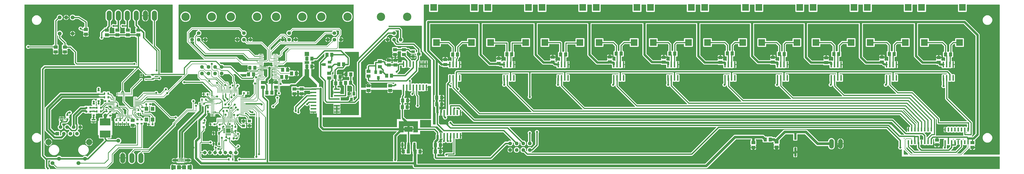
<source format=gbr>
G04 EAGLE Gerber RS-274X export*
G75*
%MOMM*%
%FSLAX34Y34*%
%LPD*%
%INTop Copper*%
%IPPOS*%
%AMOC8*
5,1,8,0,0,1.08239X$1,22.5*%
G01*
%ADD10R,1.300000X1.500000*%
%ADD11R,0.600000X2.200000*%
%ADD12R,1.500000X1.300000*%
%ADD13R,1.600000X1.300000*%
%ADD14C,1.800000*%
%ADD15C,1.508000*%
%ADD16P,1.539592X8X202.500000*%
%ADD17R,1.473200X0.279400*%
%ADD18R,0.279400X1.473200*%
%ADD19R,1.300000X1.050000*%
%ADD20R,0.600000X0.900000*%
%ADD21R,0.800000X0.800000*%
%ADD22R,0.812800X0.304800*%
%ADD23R,0.304800X0.812800*%
%ADD24R,1.701800X1.701800*%
%ADD25P,1.415766X8X112.500000*%
%ADD26R,0.650000X1.050000*%
%ADD27R,0.482600X1.600200*%
%ADD28C,1.408000*%
%ADD29C,3.216000*%
%ADD30C,1.950000*%
%ADD31R,2.655000X2.655000*%
%ADD32R,1.000000X1.400000*%
%ADD33R,1.400000X1.000000*%
%ADD34R,0.558800X2.298700*%
%ADD35R,2.298700X0.558800*%
%ADD36R,0.900000X1.860000*%
%ADD37R,3.190000X1.860000*%
%ADD38R,0.840000X0.260000*%
%ADD39R,0.260000X0.840000*%
%ADD40R,0.900000X0.600000*%
%ADD41R,1.500000X0.500000*%
%ADD42R,1.400000X1.600000*%
%ADD43R,1.400000X1.630000*%
%ADD44R,4.100000X2.700000*%
%ADD45R,0.535000X0.825000*%
%ADD46R,0.535000X0.400000*%
%ADD47C,0.000100*%
%ADD48R,0.400000X1.350000*%
%ADD49C,1.058000*%
%ADD50C,1.008000*%
%ADD51R,1.500000X1.550000*%
%ADD52R,1.408000X1.408000*%
%ADD53C,1.530000*%
%ADD54C,2.400000*%
%ADD55R,1.550000X0.250000*%
%ADD56R,0.508000X1.993900*%
%ADD57R,0.900000X3.400000*%
%ADD58C,0.508000*%
%ADD59C,0.812800*%
%ADD60C,0.203200*%
%ADD61C,1.016000*%
%ADD62C,1.500000*%
%ADD63C,0.254000*%
%ADD64C,0.228600*%
%ADD65C,0.609600*%
%ADD66C,0.406400*%
%ADD67C,0.304800*%
%ADD68C,0.800100*%
%ADD69C,0.812800*%
%ADD70R,1.006400X1.006400*%
%ADD71C,0.762000*%
%ADD72C,0.787400*%
%ADD73C,0.457200*%

G36*
X3679311Y132347D02*
X3679311Y132347D01*
X3679410Y132350D01*
X3679468Y132367D01*
X3679528Y132375D01*
X3679620Y132411D01*
X3679715Y132439D01*
X3679767Y132469D01*
X3679824Y132492D01*
X3679904Y132550D01*
X3679989Y132600D01*
X3680064Y132666D01*
X3680081Y132678D01*
X3680089Y132688D01*
X3680110Y132706D01*
X3689994Y142590D01*
X3690054Y142668D01*
X3690122Y142740D01*
X3690151Y142793D01*
X3690188Y142841D01*
X3690228Y142932D01*
X3690276Y143019D01*
X3690291Y143078D01*
X3690315Y143133D01*
X3690330Y143231D01*
X3690355Y143327D01*
X3690361Y143427D01*
X3690365Y143447D01*
X3690363Y143460D01*
X3690365Y143488D01*
X3690365Y521992D01*
X3690353Y522091D01*
X3690350Y522190D01*
X3690333Y522248D01*
X3690325Y522308D01*
X3690289Y522400D01*
X3690261Y522495D01*
X3690231Y522547D01*
X3690208Y522604D01*
X3690150Y522684D01*
X3690100Y522769D01*
X3690034Y522844D01*
X3690022Y522861D01*
X3690012Y522869D01*
X3689994Y522890D01*
X3644550Y568334D01*
X3644472Y568394D01*
X3644400Y568462D01*
X3644347Y568491D01*
X3644299Y568528D01*
X3644208Y568568D01*
X3644121Y568616D01*
X3644062Y568631D01*
X3644007Y568655D01*
X3643909Y568670D01*
X3643813Y568695D01*
X3643713Y568701D01*
X3643693Y568705D01*
X3643680Y568703D01*
X3643652Y568705D01*
X3468624Y568705D01*
X3468506Y568690D01*
X3468387Y568683D01*
X3468349Y568670D01*
X3468308Y568665D01*
X3468198Y568622D01*
X3468085Y568585D01*
X3468050Y568563D01*
X3468013Y568548D01*
X3467917Y568479D01*
X3467816Y568415D01*
X3467788Y568385D01*
X3467755Y568362D01*
X3467679Y568270D01*
X3467598Y568183D01*
X3467578Y568148D01*
X3467553Y568117D01*
X3467502Y568009D01*
X3467444Y567905D01*
X3467434Y567865D01*
X3467417Y567829D01*
X3467395Y567712D01*
X3467365Y567597D01*
X3467361Y567537D01*
X3467357Y567517D01*
X3467359Y567496D01*
X3467355Y567436D01*
X3467355Y448288D01*
X3467367Y448189D01*
X3467370Y448090D01*
X3467387Y448032D01*
X3467395Y447972D01*
X3467431Y447880D01*
X3467459Y447785D01*
X3467489Y447733D01*
X3467512Y447676D01*
X3467570Y447596D01*
X3467620Y447511D01*
X3467686Y447436D01*
X3467698Y447419D01*
X3467708Y447411D01*
X3467726Y447390D01*
X3487770Y427346D01*
X3487848Y427286D01*
X3487920Y427218D01*
X3487973Y427189D01*
X3488021Y427152D01*
X3488112Y427112D01*
X3488199Y427064D01*
X3488258Y427049D01*
X3488313Y427025D01*
X3488411Y427010D01*
X3488507Y426985D01*
X3488607Y426979D01*
X3488627Y426975D01*
X3488640Y426977D01*
X3488668Y426975D01*
X3535140Y426975D01*
X3535258Y426990D01*
X3535377Y426997D01*
X3535415Y427010D01*
X3535456Y427015D01*
X3535566Y427058D01*
X3535679Y427095D01*
X3535714Y427117D01*
X3535751Y427132D01*
X3535847Y427201D01*
X3535948Y427265D01*
X3535976Y427295D01*
X3536009Y427318D01*
X3536085Y427410D01*
X3536166Y427497D01*
X3536186Y427532D01*
X3536211Y427563D01*
X3536262Y427671D01*
X3536320Y427775D01*
X3536330Y427815D01*
X3536347Y427851D01*
X3536369Y427968D01*
X3536394Y428063D01*
X3537895Y429564D01*
X3537964Y429653D01*
X3538039Y429736D01*
X3538061Y429778D01*
X3538090Y429815D01*
X3538135Y429919D01*
X3538187Y430018D01*
X3538198Y430064D01*
X3538216Y430107D01*
X3538234Y430218D01*
X3538260Y430328D01*
X3538259Y430375D01*
X3538266Y430421D01*
X3538256Y430533D01*
X3538253Y430646D01*
X3538241Y430691D01*
X3538236Y430738D01*
X3538198Y430844D01*
X3538168Y430952D01*
X3538136Y431017D01*
X3538129Y431037D01*
X3538118Y431052D01*
X3538097Y431096D01*
X3537852Y431519D01*
X3537679Y432166D01*
X3537679Y436461D01*
X3546450Y436461D01*
X3546568Y436476D01*
X3546687Y436483D01*
X3546725Y436496D01*
X3546765Y436501D01*
X3546876Y436544D01*
X3546989Y436581D01*
X3547024Y436603D01*
X3547061Y436618D01*
X3547157Y436688D01*
X3547258Y436751D01*
X3547286Y436781D01*
X3547318Y436805D01*
X3547394Y436896D01*
X3547476Y436983D01*
X3547495Y437018D01*
X3547521Y437049D01*
X3547572Y437157D01*
X3547629Y437261D01*
X3547640Y437301D01*
X3547657Y437337D01*
X3547679Y437454D01*
X3547709Y437569D01*
X3547713Y437630D01*
X3547717Y437650D01*
X3547715Y437670D01*
X3547719Y437730D01*
X3547719Y439001D01*
X3547721Y439001D01*
X3547721Y437730D01*
X3547736Y437612D01*
X3547743Y437493D01*
X3547756Y437455D01*
X3547761Y437415D01*
X3547805Y437304D01*
X3547841Y437191D01*
X3547863Y437156D01*
X3547878Y437119D01*
X3547948Y437023D01*
X3548011Y436922D01*
X3548041Y436894D01*
X3548065Y436861D01*
X3548156Y436786D01*
X3548243Y436704D01*
X3548278Y436684D01*
X3548310Y436659D01*
X3548417Y436608D01*
X3548521Y436550D01*
X3548561Y436540D01*
X3548597Y436523D01*
X3548714Y436501D01*
X3548829Y436471D01*
X3548890Y436467D01*
X3548910Y436463D01*
X3548930Y436465D01*
X3548990Y436461D01*
X3557761Y436461D01*
X3557761Y432166D01*
X3557588Y431519D01*
X3557343Y431096D01*
X3557300Y430993D01*
X3557249Y430893D01*
X3557238Y430847D01*
X3557220Y430803D01*
X3557204Y430692D01*
X3557179Y430582D01*
X3557180Y430535D01*
X3557174Y430489D01*
X3557185Y430377D01*
X3557189Y430264D01*
X3557202Y430219D01*
X3557207Y430172D01*
X3557246Y430067D01*
X3557277Y429959D01*
X3557301Y429918D01*
X3557317Y429874D01*
X3557382Y429781D01*
X3557439Y429685D01*
X3557486Y429631D01*
X3557499Y429613D01*
X3557513Y429601D01*
X3557545Y429564D01*
X3559031Y428078D01*
X3559031Y427386D01*
X3559048Y427248D01*
X3559061Y427110D01*
X3559068Y427091D01*
X3559071Y427071D01*
X3559122Y426941D01*
X3559169Y426810D01*
X3559180Y426794D01*
X3559188Y426775D01*
X3559269Y426662D01*
X3559347Y426547D01*
X3559363Y426534D01*
X3559374Y426518D01*
X3559482Y426429D01*
X3559586Y426337D01*
X3559604Y426328D01*
X3559619Y426315D01*
X3559745Y426255D01*
X3559869Y426192D01*
X3559889Y426188D01*
X3559907Y426179D01*
X3560044Y426153D01*
X3560179Y426123D01*
X3560200Y426123D01*
X3560219Y426119D01*
X3560358Y426128D01*
X3560497Y426132D01*
X3560517Y426138D01*
X3560537Y426139D01*
X3560669Y426182D01*
X3560803Y426221D01*
X3560820Y426231D01*
X3560839Y426237D01*
X3560957Y426312D01*
X3561077Y426382D01*
X3561077Y426383D01*
X3570248Y426383D01*
X3570360Y426271D01*
X3570470Y426185D01*
X3570577Y426097D01*
X3570596Y426088D01*
X3570612Y426076D01*
X3570740Y426020D01*
X3570865Y425961D01*
X3570885Y425957D01*
X3570904Y425949D01*
X3571042Y425927D01*
X3571178Y425901D01*
X3571198Y425903D01*
X3571218Y425900D01*
X3571357Y425913D01*
X3571495Y425921D01*
X3571514Y425927D01*
X3571534Y425929D01*
X3571665Y425976D01*
X3571797Y426019D01*
X3571815Y426030D01*
X3571834Y426037D01*
X3571948Y426115D01*
X3572066Y426189D01*
X3572080Y426204D01*
X3572097Y426216D01*
X3572189Y426320D01*
X3572284Y426421D01*
X3572294Y426439D01*
X3572307Y426454D01*
X3572371Y426578D01*
X3572438Y426700D01*
X3572443Y426719D01*
X3572452Y426737D01*
X3572482Y426873D01*
X3572517Y427007D01*
X3572519Y427035D01*
X3572522Y427047D01*
X3572521Y427068D01*
X3572527Y427168D01*
X3572527Y437920D01*
X3572512Y438038D01*
X3572505Y438157D01*
X3572492Y438195D01*
X3572487Y438236D01*
X3572444Y438346D01*
X3572407Y438459D01*
X3572385Y438494D01*
X3572370Y438531D01*
X3572301Y438627D01*
X3572237Y438728D01*
X3572207Y438756D01*
X3572184Y438789D01*
X3572092Y438865D01*
X3572005Y438946D01*
X3571970Y438966D01*
X3571939Y438991D01*
X3571831Y439042D01*
X3571727Y439100D01*
X3571687Y439110D01*
X3571651Y439127D01*
X3571534Y439149D01*
X3571419Y439179D01*
X3571359Y439183D01*
X3571339Y439187D01*
X3571318Y439185D01*
X3571258Y439189D01*
X3566142Y439189D01*
X3563909Y441422D01*
X3563909Y459578D01*
X3566142Y461811D01*
X3566668Y461811D01*
X3566786Y461826D01*
X3566905Y461833D01*
X3566943Y461846D01*
X3566984Y461851D01*
X3567094Y461894D01*
X3567207Y461931D01*
X3567242Y461953D01*
X3567279Y461968D01*
X3567375Y462037D01*
X3567476Y462101D01*
X3567504Y462131D01*
X3567537Y462154D01*
X3567613Y462246D01*
X3567694Y462333D01*
X3567714Y462368D01*
X3567739Y462399D01*
X3567790Y462507D01*
X3567848Y462611D01*
X3567858Y462651D01*
X3567875Y462687D01*
X3567897Y462804D01*
X3567927Y462919D01*
X3567931Y462979D01*
X3567935Y462999D01*
X3567933Y463020D01*
X3567937Y463080D01*
X3567937Y482194D01*
X3567925Y482292D01*
X3567922Y482391D01*
X3567905Y482450D01*
X3567897Y482510D01*
X3567861Y482602D01*
X3567833Y482697D01*
X3567803Y482749D01*
X3567780Y482805D01*
X3567722Y482885D01*
X3567672Y482971D01*
X3567606Y483046D01*
X3567594Y483063D01*
X3567584Y483070D01*
X3567566Y483092D01*
X3559784Y490874D01*
X3559705Y490934D01*
X3559633Y491002D01*
X3559580Y491031D01*
X3559532Y491068D01*
X3559441Y491108D01*
X3559355Y491156D01*
X3559296Y491171D01*
X3559240Y491195D01*
X3559143Y491210D01*
X3559047Y491235D01*
X3558947Y491241D01*
X3558926Y491245D01*
X3558914Y491243D01*
X3558886Y491245D01*
X3510673Y491245D01*
X3510555Y491230D01*
X3510436Y491223D01*
X3510398Y491210D01*
X3510357Y491205D01*
X3510247Y491162D01*
X3510134Y491125D01*
X3510099Y491103D01*
X3510062Y491088D01*
X3509966Y491019D01*
X3509865Y490955D01*
X3509837Y490925D01*
X3509804Y490902D01*
X3509728Y490810D01*
X3509647Y490723D01*
X3509627Y490688D01*
X3509602Y490657D01*
X3509551Y490549D01*
X3509493Y490445D01*
X3509483Y490405D01*
X3509466Y490369D01*
X3509444Y490252D01*
X3509414Y490137D01*
X3509410Y490077D01*
X3509406Y490057D01*
X3509407Y490050D01*
X3509406Y490049D01*
X3509407Y490032D01*
X3509404Y489976D01*
X3509404Y482235D01*
X3507171Y480002D01*
X3477465Y480002D01*
X3475232Y482235D01*
X3475232Y511941D01*
X3477465Y514174D01*
X3507171Y514174D01*
X3509404Y511941D01*
X3509404Y504200D01*
X3509419Y504082D01*
X3509426Y503963D01*
X3509439Y503925D01*
X3509444Y503884D01*
X3509487Y503774D01*
X3509524Y503661D01*
X3509546Y503626D01*
X3509561Y503589D01*
X3509630Y503493D01*
X3509694Y503392D01*
X3509724Y503364D01*
X3509747Y503331D01*
X3509839Y503255D01*
X3509926Y503174D01*
X3509961Y503154D01*
X3509992Y503129D01*
X3510100Y503078D01*
X3510204Y503020D01*
X3510244Y503010D01*
X3510280Y502993D01*
X3510397Y502971D01*
X3510512Y502941D01*
X3510572Y502937D01*
X3510592Y502933D01*
X3510613Y502935D01*
X3510673Y502931D01*
X3562994Y502931D01*
X3565142Y502041D01*
X3578733Y488450D01*
X3579623Y486302D01*
X3579623Y463080D01*
X3579638Y462962D01*
X3579645Y462843D01*
X3579658Y462805D01*
X3579663Y462764D01*
X3579706Y462654D01*
X3579743Y462541D01*
X3579765Y462506D01*
X3579780Y462469D01*
X3579849Y462373D01*
X3579913Y462272D01*
X3579943Y462244D01*
X3579966Y462211D01*
X3580058Y462135D01*
X3580145Y462054D01*
X3580180Y462034D01*
X3580211Y462009D01*
X3580319Y461958D01*
X3580423Y461900D01*
X3580463Y461890D01*
X3580499Y461873D01*
X3580616Y461851D01*
X3580731Y461821D01*
X3580791Y461817D01*
X3580811Y461813D01*
X3580832Y461815D01*
X3580892Y461811D01*
X3582298Y461811D01*
X3582822Y461287D01*
X3582916Y461214D01*
X3583006Y461135D01*
X3583042Y461117D01*
X3583074Y461092D01*
X3583183Y461044D01*
X3583289Y460990D01*
X3583328Y460981D01*
X3583366Y460965D01*
X3583483Y460947D01*
X3583599Y460921D01*
X3583640Y460922D01*
X3583680Y460916D01*
X3583798Y460927D01*
X3583917Y460930D01*
X3583956Y460942D01*
X3583996Y460945D01*
X3584108Y460986D01*
X3584223Y461019D01*
X3584258Y461039D01*
X3584296Y461053D01*
X3584394Y461120D01*
X3584497Y461180D01*
X3584542Y461220D01*
X3584559Y461232D01*
X3584572Y461247D01*
X3584617Y461287D01*
X3585142Y461811D01*
X3586988Y461811D01*
X3587106Y461826D01*
X3587225Y461833D01*
X3587263Y461846D01*
X3587304Y461851D01*
X3587414Y461894D01*
X3587527Y461931D01*
X3587562Y461953D01*
X3587599Y461968D01*
X3587695Y462037D01*
X3587796Y462101D01*
X3587824Y462131D01*
X3587857Y462154D01*
X3587933Y462246D01*
X3588014Y462333D01*
X3588034Y462368D01*
X3588059Y462399D01*
X3588110Y462507D01*
X3588168Y462611D01*
X3588178Y462651D01*
X3588195Y462687D01*
X3588217Y462804D01*
X3588247Y462919D01*
X3588251Y462979D01*
X3588255Y462999D01*
X3588253Y463020D01*
X3588257Y463080D01*
X3588257Y488842D01*
X3589147Y490990D01*
X3600198Y502041D01*
X3602346Y502931D01*
X3609963Y502931D01*
X3610081Y502946D01*
X3610200Y502953D01*
X3610238Y502966D01*
X3610279Y502971D01*
X3610389Y503014D01*
X3610502Y503051D01*
X3610537Y503073D01*
X3610574Y503088D01*
X3610670Y503157D01*
X3610771Y503221D01*
X3610799Y503251D01*
X3610832Y503274D01*
X3610908Y503366D01*
X3610989Y503453D01*
X3611009Y503488D01*
X3611034Y503519D01*
X3611085Y503627D01*
X3611143Y503731D01*
X3611153Y503771D01*
X3611170Y503807D01*
X3611192Y503924D01*
X3611222Y504039D01*
X3611226Y504099D01*
X3611230Y504119D01*
X3611228Y504140D01*
X3611232Y504200D01*
X3611232Y511941D01*
X3613465Y514174D01*
X3643171Y514174D01*
X3645404Y511941D01*
X3645404Y482235D01*
X3643171Y480002D01*
X3613465Y480002D01*
X3611232Y482235D01*
X3611232Y489976D01*
X3611217Y490094D01*
X3611210Y490213D01*
X3611197Y490251D01*
X3611192Y490292D01*
X3611149Y490402D01*
X3611112Y490515D01*
X3611090Y490550D01*
X3611075Y490587D01*
X3611006Y490683D01*
X3610942Y490784D01*
X3610912Y490812D01*
X3610889Y490845D01*
X3610797Y490921D01*
X3610710Y491002D01*
X3610675Y491022D01*
X3610644Y491047D01*
X3610536Y491098D01*
X3610432Y491156D01*
X3610392Y491166D01*
X3610356Y491183D01*
X3610239Y491205D01*
X3610124Y491235D01*
X3610064Y491239D01*
X3610044Y491243D01*
X3610023Y491241D01*
X3609963Y491245D01*
X3606454Y491245D01*
X3606356Y491233D01*
X3606257Y491230D01*
X3606198Y491213D01*
X3606138Y491205D01*
X3606046Y491169D01*
X3605951Y491141D01*
X3605899Y491111D01*
X3605843Y491088D01*
X3605763Y491030D01*
X3605677Y490980D01*
X3605602Y490914D01*
X3605585Y490902D01*
X3605581Y490896D01*
X3605577Y490894D01*
X3605572Y490888D01*
X3605556Y490874D01*
X3600314Y485632D01*
X3600254Y485553D01*
X3600186Y485481D01*
X3600157Y485428D01*
X3600120Y485380D01*
X3600080Y485289D01*
X3600032Y485203D01*
X3600017Y485144D01*
X3599993Y485088D01*
X3599978Y484991D01*
X3599953Y484895D01*
X3599947Y484795D01*
X3599943Y484774D01*
X3599945Y484762D01*
X3599943Y484734D01*
X3599943Y463080D01*
X3599958Y462962D01*
X3599965Y462843D01*
X3599978Y462805D01*
X3599983Y462764D01*
X3600026Y462654D01*
X3600063Y462541D01*
X3600085Y462506D01*
X3600100Y462469D01*
X3600169Y462373D01*
X3600233Y462272D01*
X3600263Y462244D01*
X3600286Y462211D01*
X3600378Y462135D01*
X3600465Y462054D01*
X3600500Y462034D01*
X3600531Y462009D01*
X3600639Y461958D01*
X3600743Y461900D01*
X3600783Y461890D01*
X3600819Y461873D01*
X3600936Y461851D01*
X3601051Y461821D01*
X3601111Y461817D01*
X3601131Y461813D01*
X3601152Y461815D01*
X3601212Y461811D01*
X3601298Y461811D01*
X3603531Y459578D01*
X3603531Y441422D01*
X3601298Y439189D01*
X3598832Y439189D01*
X3598714Y439174D01*
X3598595Y439167D01*
X3598557Y439154D01*
X3598516Y439149D01*
X3598406Y439106D01*
X3598293Y439069D01*
X3598258Y439047D01*
X3598221Y439032D01*
X3598125Y438963D01*
X3598024Y438899D01*
X3597996Y438869D01*
X3597963Y438846D01*
X3597887Y438754D01*
X3597806Y438667D01*
X3597786Y438632D01*
X3597761Y438601D01*
X3597710Y438493D01*
X3597652Y438389D01*
X3597642Y438349D01*
X3597625Y438313D01*
X3597603Y438196D01*
X3597573Y438081D01*
X3597569Y438021D01*
X3597565Y438001D01*
X3597567Y437980D01*
X3597563Y437920D01*
X3597563Y425852D01*
X3597579Y425721D01*
X3597590Y425589D01*
X3597599Y425564D01*
X3597603Y425537D01*
X3597651Y425414D01*
X3597695Y425289D01*
X3597710Y425266D01*
X3597720Y425241D01*
X3597797Y425134D01*
X3597871Y425024D01*
X3597891Y425006D01*
X3597906Y424984D01*
X3598009Y424899D01*
X3598107Y424811D01*
X3598131Y424798D01*
X3598151Y424781D01*
X3598271Y424725D01*
X3598388Y424663D01*
X3598415Y424657D01*
X3598439Y424646D01*
X3598569Y424621D01*
X3598698Y424590D01*
X3598725Y424591D01*
X3598751Y424586D01*
X3598883Y424594D01*
X3599016Y424597D01*
X3599042Y424604D01*
X3599069Y424606D01*
X3599195Y424646D01*
X3599322Y424682D01*
X3599357Y424699D01*
X3599371Y424704D01*
X3599390Y424715D01*
X3599467Y424753D01*
X3599789Y424940D01*
X3600436Y425113D01*
X3602271Y425113D01*
X3602271Y411802D01*
X3602286Y411684D01*
X3602293Y411565D01*
X3602295Y411558D01*
X3602281Y411502D01*
X3602277Y411442D01*
X3602273Y411422D01*
X3602275Y411402D01*
X3602271Y411342D01*
X3602271Y398031D01*
X3600436Y398031D01*
X3599789Y398204D01*
X3599204Y398542D01*
X3599121Y398606D01*
X3599032Y398685D01*
X3598996Y398703D01*
X3598964Y398728D01*
X3598855Y398776D01*
X3598749Y398830D01*
X3598710Y398839D01*
X3598673Y398855D01*
X3598555Y398873D01*
X3598439Y398899D01*
X3598398Y398898D01*
X3598358Y398904D01*
X3598240Y398893D01*
X3598121Y398890D01*
X3598082Y398878D01*
X3598042Y398875D01*
X3597930Y398834D01*
X3597815Y398801D01*
X3597781Y398781D01*
X3597743Y398767D01*
X3597644Y398700D01*
X3597541Y398640D01*
X3597496Y398600D01*
X3597479Y398589D01*
X3597466Y398573D01*
X3597421Y398533D01*
X3595648Y396761D01*
X3586492Y396761D01*
X3585618Y397635D01*
X3585524Y397708D01*
X3585434Y397787D01*
X3585398Y397806D01*
X3585366Y397830D01*
X3585257Y397877D01*
X3585151Y397932D01*
X3585112Y397941D01*
X3585074Y397957D01*
X3584957Y397975D01*
X3584841Y398001D01*
X3584800Y398000D01*
X3584760Y398006D01*
X3584642Y397995D01*
X3584523Y397992D01*
X3584484Y397980D01*
X3584444Y397977D01*
X3584331Y397936D01*
X3584217Y397903D01*
X3584183Y397883D01*
X3584144Y397869D01*
X3584046Y397802D01*
X3583943Y397742D01*
X3583898Y397702D01*
X3583881Y397690D01*
X3583868Y397675D01*
X3583823Y397635D01*
X3582948Y396761D01*
X3573792Y396761D01*
X3572918Y397635D01*
X3572824Y397708D01*
X3572734Y397787D01*
X3572698Y397806D01*
X3572666Y397830D01*
X3572557Y397877D01*
X3572451Y397932D01*
X3572412Y397941D01*
X3572374Y397957D01*
X3572257Y397975D01*
X3572141Y398001D01*
X3572100Y398000D01*
X3572060Y398006D01*
X3571942Y397995D01*
X3571823Y397992D01*
X3571784Y397980D01*
X3571744Y397977D01*
X3571631Y397936D01*
X3571517Y397903D01*
X3571483Y397883D01*
X3571444Y397869D01*
X3571346Y397802D01*
X3571243Y397742D01*
X3571198Y397702D01*
X3571181Y397690D01*
X3571168Y397675D01*
X3571123Y397635D01*
X3570248Y396761D01*
X3561092Y396761D01*
X3558859Y398994D01*
X3558859Y402324D01*
X3558844Y402442D01*
X3558837Y402561D01*
X3558824Y402599D01*
X3558819Y402640D01*
X3558776Y402750D01*
X3558739Y402863D01*
X3558717Y402898D01*
X3558702Y402935D01*
X3558633Y403031D01*
X3558569Y403132D01*
X3558539Y403160D01*
X3558516Y403193D01*
X3558424Y403269D01*
X3558337Y403350D01*
X3558302Y403370D01*
X3558271Y403395D01*
X3558163Y403446D01*
X3558059Y403504D01*
X3558019Y403514D01*
X3557983Y403531D01*
X3557866Y403553D01*
X3557751Y403583D01*
X3557691Y403587D01*
X3557671Y403591D01*
X3557650Y403589D01*
X3557590Y403593D01*
X3554023Y403593D01*
X3553990Y403589D01*
X3553957Y403592D01*
X3553797Y403573D01*
X3553061Y403440D01*
X3552491Y403564D01*
X3552436Y403569D01*
X3552382Y403583D01*
X3552221Y403593D01*
X3551638Y403593D01*
X3550947Y403879D01*
X3550915Y403888D01*
X3550886Y403903D01*
X3550731Y403947D01*
X3550000Y404106D01*
X3549521Y404439D01*
X3549471Y404464D01*
X3549427Y404498D01*
X3549282Y404569D01*
X3548743Y404792D01*
X3548215Y405321D01*
X3548188Y405341D01*
X3548167Y405366D01*
X3548041Y405466D01*
X3547427Y405892D01*
X3547111Y406383D01*
X3547075Y406426D01*
X3547047Y406474D01*
X3546941Y406595D01*
X3546528Y407007D01*
X3546242Y407698D01*
X3546226Y407727D01*
X3546215Y407758D01*
X3546137Y407899D01*
X3545361Y409106D01*
X3545312Y409164D01*
X3545272Y409228D01*
X3545211Y409286D01*
X3545157Y409350D01*
X3545095Y409394D01*
X3545040Y409446D01*
X3544967Y409487D01*
X3544898Y409536D01*
X3544828Y409563D01*
X3544762Y409600D01*
X3544681Y409621D01*
X3544602Y409651D01*
X3544527Y409660D01*
X3544454Y409679D01*
X3544293Y409689D01*
X3538642Y409689D01*
X3537477Y410854D01*
X3537399Y410914D01*
X3537327Y410982D01*
X3537274Y411011D01*
X3537226Y411048D01*
X3537135Y411088D01*
X3537048Y411136D01*
X3536990Y411151D01*
X3536934Y411175D01*
X3536836Y411190D01*
X3536740Y411215D01*
X3536640Y411221D01*
X3536620Y411225D01*
X3536608Y411223D01*
X3536580Y411225D01*
X3483314Y411225D01*
X3480419Y412424D01*
X3452804Y440039D01*
X3451605Y442934D01*
X3451605Y567436D01*
X3451590Y567554D01*
X3451583Y567673D01*
X3451570Y567711D01*
X3451565Y567752D01*
X3451522Y567862D01*
X3451485Y567975D01*
X3451463Y568010D01*
X3451448Y568047D01*
X3451379Y568143D01*
X3451315Y568244D01*
X3451285Y568272D01*
X3451262Y568305D01*
X3451170Y568381D01*
X3451083Y568462D01*
X3451048Y568482D01*
X3451017Y568507D01*
X3450909Y568558D01*
X3450805Y568616D01*
X3450765Y568626D01*
X3450729Y568643D01*
X3450612Y568665D01*
X3450497Y568695D01*
X3450437Y568699D01*
X3450417Y568703D01*
X3450396Y568701D01*
X3450336Y568705D01*
X3255264Y568705D01*
X3255146Y568690D01*
X3255027Y568683D01*
X3254989Y568670D01*
X3254948Y568665D01*
X3254838Y568622D01*
X3254725Y568585D01*
X3254690Y568563D01*
X3254653Y568548D01*
X3254557Y568479D01*
X3254456Y568415D01*
X3254428Y568385D01*
X3254395Y568362D01*
X3254319Y568270D01*
X3254238Y568183D01*
X3254218Y568148D01*
X3254193Y568117D01*
X3254142Y568009D01*
X3254084Y567905D01*
X3254074Y567865D01*
X3254057Y567829D01*
X3254035Y567712D01*
X3254005Y567597D01*
X3254001Y567537D01*
X3253997Y567517D01*
X3253999Y567496D01*
X3253995Y567436D01*
X3253995Y443208D01*
X3254007Y443109D01*
X3254010Y443010D01*
X3254027Y442952D01*
X3254035Y442892D01*
X3254071Y442800D01*
X3254099Y442705D01*
X3254129Y442653D01*
X3254152Y442596D01*
X3254210Y442516D01*
X3254260Y442431D01*
X3254326Y442356D01*
X3254338Y442339D01*
X3254348Y442331D01*
X3254366Y442310D01*
X3269330Y427346D01*
X3269408Y427286D01*
X3269480Y427218D01*
X3269533Y427189D01*
X3269581Y427152D01*
X3269672Y427112D01*
X3269759Y427064D01*
X3269818Y427049D01*
X3269873Y427025D01*
X3269971Y427010D01*
X3270067Y426985D01*
X3270167Y426979D01*
X3270187Y426975D01*
X3270200Y426977D01*
X3270228Y426975D01*
X3315140Y426975D01*
X3315258Y426990D01*
X3315377Y426997D01*
X3315415Y427010D01*
X3315456Y427015D01*
X3315566Y427058D01*
X3315679Y427095D01*
X3315714Y427117D01*
X3315751Y427132D01*
X3315847Y427201D01*
X3315948Y427265D01*
X3315976Y427295D01*
X3316009Y427318D01*
X3316085Y427410D01*
X3316166Y427497D01*
X3316186Y427532D01*
X3316211Y427563D01*
X3316262Y427671D01*
X3316320Y427775D01*
X3316330Y427815D01*
X3316347Y427851D01*
X3316369Y427968D01*
X3316399Y428083D01*
X3316403Y428143D01*
X3316407Y428163D01*
X3316405Y428184D01*
X3316409Y428244D01*
X3316409Y429078D01*
X3317895Y430564D01*
X3317964Y430653D01*
X3318039Y430736D01*
X3318061Y430778D01*
X3318090Y430815D01*
X3318135Y430919D01*
X3318187Y431018D01*
X3318198Y431064D01*
X3318216Y431107D01*
X3318234Y431218D01*
X3318260Y431328D01*
X3318259Y431375D01*
X3318266Y431421D01*
X3318256Y431533D01*
X3318253Y431646D01*
X3318241Y431691D01*
X3318236Y431738D01*
X3318198Y431844D01*
X3318168Y431952D01*
X3318136Y432017D01*
X3318129Y432037D01*
X3318118Y432052D01*
X3318097Y432096D01*
X3317852Y432519D01*
X3317679Y433166D01*
X3317679Y437461D01*
X3326450Y437461D01*
X3326568Y437476D01*
X3326687Y437483D01*
X3326725Y437496D01*
X3326765Y437501D01*
X3326876Y437544D01*
X3326989Y437581D01*
X3327024Y437603D01*
X3327061Y437618D01*
X3327157Y437688D01*
X3327258Y437751D01*
X3327286Y437781D01*
X3327318Y437805D01*
X3327394Y437896D01*
X3327476Y437983D01*
X3327495Y438018D01*
X3327521Y438049D01*
X3327572Y438157D01*
X3327629Y438261D01*
X3327640Y438301D01*
X3327657Y438337D01*
X3327679Y438454D01*
X3327709Y438569D01*
X3327713Y438630D01*
X3327717Y438650D01*
X3327715Y438670D01*
X3327719Y438730D01*
X3327719Y440001D01*
X3327721Y440001D01*
X3327721Y438730D01*
X3327736Y438612D01*
X3327743Y438493D01*
X3327756Y438455D01*
X3327761Y438415D01*
X3327805Y438304D01*
X3327841Y438191D01*
X3327863Y438156D01*
X3327878Y438119D01*
X3327948Y438023D01*
X3328011Y437922D01*
X3328041Y437894D01*
X3328065Y437861D01*
X3328156Y437786D01*
X3328243Y437704D01*
X3328278Y437684D01*
X3328310Y437659D01*
X3328417Y437608D01*
X3328521Y437550D01*
X3328561Y437540D01*
X3328597Y437523D01*
X3328714Y437501D01*
X3328829Y437471D01*
X3328890Y437467D01*
X3328910Y437463D01*
X3328930Y437465D01*
X3328990Y437461D01*
X3337761Y437461D01*
X3337761Y433166D01*
X3337588Y432519D01*
X3337343Y432096D01*
X3337300Y431993D01*
X3337249Y431893D01*
X3337238Y431847D01*
X3337220Y431803D01*
X3337204Y431692D01*
X3337179Y431582D01*
X3337180Y431535D01*
X3337174Y431489D01*
X3337185Y431377D01*
X3337189Y431264D01*
X3337202Y431219D01*
X3337207Y431172D01*
X3337246Y431067D01*
X3337277Y430959D01*
X3337301Y430918D01*
X3337317Y430874D01*
X3337382Y430781D01*
X3337439Y430685D01*
X3337486Y430631D01*
X3337499Y430613D01*
X3337513Y430601D01*
X3337545Y430564D01*
X3339031Y429078D01*
X3339031Y427386D01*
X3339048Y427248D01*
X3339061Y427110D01*
X3339068Y427091D01*
X3339071Y427071D01*
X3339122Y426941D01*
X3339169Y426810D01*
X3339180Y426794D01*
X3339188Y426775D01*
X3339269Y426662D01*
X3339347Y426547D01*
X3339363Y426534D01*
X3339374Y426518D01*
X3339482Y426429D01*
X3339586Y426337D01*
X3339604Y426328D01*
X3339619Y426315D01*
X3339745Y426255D01*
X3339869Y426192D01*
X3339889Y426188D01*
X3339907Y426179D01*
X3340044Y426153D01*
X3340179Y426123D01*
X3340200Y426123D01*
X3340219Y426119D01*
X3340358Y426128D01*
X3340497Y426132D01*
X3340517Y426138D01*
X3340537Y426139D01*
X3340669Y426182D01*
X3340803Y426221D01*
X3340820Y426231D01*
X3340839Y426237D01*
X3340957Y426312D01*
X3341077Y426382D01*
X3341077Y426383D01*
X3350248Y426383D01*
X3350360Y426271D01*
X3350470Y426185D01*
X3350577Y426097D01*
X3350596Y426088D01*
X3350612Y426076D01*
X3350740Y426020D01*
X3350865Y425961D01*
X3350885Y425957D01*
X3350904Y425949D01*
X3351042Y425927D01*
X3351178Y425901D01*
X3351198Y425903D01*
X3351218Y425900D01*
X3351357Y425913D01*
X3351495Y425921D01*
X3351514Y425927D01*
X3351534Y425929D01*
X3351665Y425976D01*
X3351797Y426019D01*
X3351815Y426030D01*
X3351834Y426037D01*
X3351948Y426115D01*
X3352066Y426189D01*
X3352080Y426204D01*
X3352097Y426216D01*
X3352189Y426320D01*
X3352284Y426421D01*
X3352294Y426439D01*
X3352307Y426454D01*
X3352371Y426578D01*
X3352438Y426700D01*
X3352443Y426719D01*
X3352452Y426737D01*
X3352482Y426873D01*
X3352517Y427007D01*
X3352519Y427035D01*
X3352522Y427047D01*
X3352521Y427068D01*
X3352527Y427168D01*
X3352527Y439920D01*
X3352512Y440038D01*
X3352505Y440157D01*
X3352492Y440195D01*
X3352487Y440236D01*
X3352444Y440346D01*
X3352407Y440459D01*
X3352385Y440494D01*
X3352370Y440531D01*
X3352301Y440627D01*
X3352237Y440728D01*
X3352207Y440756D01*
X3352184Y440789D01*
X3352092Y440865D01*
X3352005Y440946D01*
X3351970Y440966D01*
X3351939Y440991D01*
X3351831Y441042D01*
X3351727Y441100D01*
X3351687Y441110D01*
X3351651Y441127D01*
X3351534Y441149D01*
X3351419Y441179D01*
X3351359Y441183D01*
X3351339Y441187D01*
X3351318Y441185D01*
X3351258Y441189D01*
X3348142Y441189D01*
X3345909Y443422D01*
X3345909Y461578D01*
X3348142Y463811D01*
X3348228Y463811D01*
X3348346Y463826D01*
X3348465Y463833D01*
X3348503Y463846D01*
X3348544Y463851D01*
X3348654Y463894D01*
X3348767Y463931D01*
X3348802Y463953D01*
X3348839Y463968D01*
X3348935Y464037D01*
X3349036Y464101D01*
X3349064Y464131D01*
X3349097Y464154D01*
X3349173Y464246D01*
X3349254Y464333D01*
X3349274Y464368D01*
X3349299Y464399D01*
X3349350Y464507D01*
X3349408Y464611D01*
X3349418Y464651D01*
X3349435Y464687D01*
X3349457Y464804D01*
X3349487Y464919D01*
X3349491Y464979D01*
X3349495Y464999D01*
X3349493Y465020D01*
X3349497Y465080D01*
X3349497Y484734D01*
X3349485Y484832D01*
X3349482Y484931D01*
X3349465Y484990D01*
X3349457Y485050D01*
X3349421Y485142D01*
X3349393Y485237D01*
X3349363Y485289D01*
X3349340Y485345D01*
X3349282Y485425D01*
X3349232Y485511D01*
X3349166Y485586D01*
X3349154Y485603D01*
X3349144Y485610D01*
X3349126Y485632D01*
X3343884Y490874D01*
X3343805Y490934D01*
X3343733Y491002D01*
X3343680Y491031D01*
X3343632Y491068D01*
X3343541Y491108D01*
X3343455Y491156D01*
X3343396Y491171D01*
X3343340Y491195D01*
X3343243Y491210D01*
X3343147Y491235D01*
X3343047Y491241D01*
X3343026Y491245D01*
X3343014Y491243D01*
X3342986Y491245D01*
X3300615Y491245D01*
X3300497Y491230D01*
X3300378Y491223D01*
X3300340Y491210D01*
X3300299Y491205D01*
X3300189Y491162D01*
X3300076Y491125D01*
X3300041Y491103D01*
X3300004Y491088D01*
X3299908Y491019D01*
X3299807Y490955D01*
X3299779Y490925D01*
X3299746Y490902D01*
X3299670Y490810D01*
X3299589Y490723D01*
X3299569Y490688D01*
X3299544Y490657D01*
X3299493Y490549D01*
X3299435Y490445D01*
X3299425Y490405D01*
X3299408Y490369D01*
X3299386Y490252D01*
X3299356Y490137D01*
X3299352Y490077D01*
X3299348Y490057D01*
X3299349Y490050D01*
X3299348Y490049D01*
X3299349Y490032D01*
X3299346Y489976D01*
X3299346Y482235D01*
X3297113Y480002D01*
X3267407Y480002D01*
X3265174Y482235D01*
X3265174Y511941D01*
X3267407Y514174D01*
X3297113Y514174D01*
X3299346Y511941D01*
X3299346Y504200D01*
X3299361Y504082D01*
X3299368Y503963D01*
X3299381Y503925D01*
X3299386Y503884D01*
X3299429Y503774D01*
X3299466Y503661D01*
X3299488Y503626D01*
X3299503Y503589D01*
X3299572Y503493D01*
X3299636Y503392D01*
X3299666Y503364D01*
X3299689Y503331D01*
X3299781Y503255D01*
X3299868Y503174D01*
X3299903Y503154D01*
X3299934Y503129D01*
X3300042Y503078D01*
X3300146Y503020D01*
X3300186Y503010D01*
X3300222Y502993D01*
X3300339Y502971D01*
X3300454Y502941D01*
X3300514Y502937D01*
X3300534Y502933D01*
X3300555Y502935D01*
X3300615Y502931D01*
X3347094Y502931D01*
X3349242Y502041D01*
X3360293Y490990D01*
X3361183Y488842D01*
X3361183Y465080D01*
X3361198Y464962D01*
X3361205Y464843D01*
X3361218Y464805D01*
X3361223Y464764D01*
X3361266Y464654D01*
X3361303Y464541D01*
X3361325Y464506D01*
X3361340Y464469D01*
X3361409Y464373D01*
X3361473Y464272D01*
X3361503Y464244D01*
X3361526Y464211D01*
X3361618Y464135D01*
X3361705Y464054D01*
X3361740Y464034D01*
X3361771Y464009D01*
X3361879Y463958D01*
X3361983Y463900D01*
X3362023Y463890D01*
X3362059Y463873D01*
X3362176Y463851D01*
X3362291Y463821D01*
X3362351Y463817D01*
X3362371Y463813D01*
X3362392Y463815D01*
X3362452Y463811D01*
X3364298Y463811D01*
X3364822Y463287D01*
X3364916Y463214D01*
X3365006Y463135D01*
X3365042Y463117D01*
X3365074Y463092D01*
X3365183Y463044D01*
X3365289Y462990D01*
X3365328Y462981D01*
X3365366Y462965D01*
X3365483Y462947D01*
X3365599Y462921D01*
X3365640Y462922D01*
X3365680Y462916D01*
X3365798Y462927D01*
X3365917Y462930D01*
X3365956Y462942D01*
X3365996Y462945D01*
X3366108Y462986D01*
X3366223Y463019D01*
X3366258Y463039D01*
X3366296Y463053D01*
X3366394Y463120D01*
X3366497Y463180D01*
X3366542Y463220D01*
X3366559Y463232D01*
X3366572Y463247D01*
X3366617Y463287D01*
X3367142Y463811D01*
X3368548Y463811D01*
X3368666Y463826D01*
X3368785Y463833D01*
X3368823Y463846D01*
X3368864Y463851D01*
X3368974Y463894D01*
X3369087Y463931D01*
X3369122Y463953D01*
X3369159Y463968D01*
X3369255Y464037D01*
X3369356Y464101D01*
X3369384Y464131D01*
X3369417Y464154D01*
X3369493Y464246D01*
X3369574Y464333D01*
X3369594Y464368D01*
X3369619Y464399D01*
X3369670Y464507D01*
X3369728Y464611D01*
X3369738Y464651D01*
X3369755Y464687D01*
X3369777Y464804D01*
X3369807Y464919D01*
X3369811Y464979D01*
X3369815Y464999D01*
X3369813Y465020D01*
X3369817Y465080D01*
X3369817Y488842D01*
X3370707Y490990D01*
X3381758Y502041D01*
X3383906Y502931D01*
X3399905Y502931D01*
X3400023Y502946D01*
X3400142Y502953D01*
X3400180Y502966D01*
X3400221Y502971D01*
X3400331Y503014D01*
X3400444Y503051D01*
X3400479Y503073D01*
X3400516Y503088D01*
X3400612Y503157D01*
X3400713Y503221D01*
X3400741Y503251D01*
X3400774Y503274D01*
X3400850Y503366D01*
X3400931Y503453D01*
X3400951Y503488D01*
X3400976Y503519D01*
X3401027Y503627D01*
X3401085Y503731D01*
X3401095Y503771D01*
X3401112Y503807D01*
X3401134Y503924D01*
X3401164Y504039D01*
X3401168Y504099D01*
X3401172Y504119D01*
X3401170Y504140D01*
X3401174Y504200D01*
X3401174Y511941D01*
X3403407Y514174D01*
X3433113Y514174D01*
X3435346Y511941D01*
X3435346Y482235D01*
X3433113Y480002D01*
X3403407Y480002D01*
X3401174Y482235D01*
X3401174Y489976D01*
X3401159Y490094D01*
X3401152Y490213D01*
X3401139Y490251D01*
X3401134Y490292D01*
X3401091Y490402D01*
X3401054Y490515D01*
X3401032Y490550D01*
X3401017Y490587D01*
X3400948Y490683D01*
X3400884Y490784D01*
X3400854Y490812D01*
X3400831Y490845D01*
X3400739Y490921D01*
X3400652Y491002D01*
X3400617Y491022D01*
X3400586Y491047D01*
X3400478Y491098D01*
X3400374Y491156D01*
X3400334Y491166D01*
X3400298Y491183D01*
X3400181Y491205D01*
X3400066Y491235D01*
X3400006Y491239D01*
X3399986Y491243D01*
X3399965Y491241D01*
X3399905Y491245D01*
X3388014Y491245D01*
X3387916Y491233D01*
X3387817Y491230D01*
X3387758Y491213D01*
X3387698Y491205D01*
X3387606Y491169D01*
X3387511Y491141D01*
X3387459Y491111D01*
X3387403Y491088D01*
X3387323Y491030D01*
X3387237Y490980D01*
X3387162Y490914D01*
X3387145Y490902D01*
X3387141Y490896D01*
X3387137Y490894D01*
X3387132Y490888D01*
X3387116Y490874D01*
X3381874Y485632D01*
X3381814Y485553D01*
X3381746Y485481D01*
X3381717Y485428D01*
X3381680Y485380D01*
X3381640Y485289D01*
X3381592Y485203D01*
X3381577Y485144D01*
X3381553Y485088D01*
X3381538Y484991D01*
X3381513Y484895D01*
X3381507Y484795D01*
X3381503Y484774D01*
X3381505Y484762D01*
X3381503Y484734D01*
X3381503Y465080D01*
X3381518Y464962D01*
X3381525Y464843D01*
X3381538Y464805D01*
X3381543Y464764D01*
X3381586Y464654D01*
X3381623Y464541D01*
X3381645Y464506D01*
X3381660Y464469D01*
X3381729Y464373D01*
X3381793Y464272D01*
X3381823Y464244D01*
X3381846Y464211D01*
X3381938Y464135D01*
X3382025Y464054D01*
X3382060Y464034D01*
X3382091Y464009D01*
X3382199Y463958D01*
X3382303Y463900D01*
X3382343Y463890D01*
X3382379Y463873D01*
X3382496Y463851D01*
X3382611Y463821D01*
X3382671Y463817D01*
X3382691Y463813D01*
X3382712Y463815D01*
X3382772Y463811D01*
X3383298Y463811D01*
X3385531Y461578D01*
X3385531Y443422D01*
X3383298Y441189D01*
X3378182Y441189D01*
X3378064Y441174D01*
X3377945Y441167D01*
X3377907Y441154D01*
X3377866Y441149D01*
X3377756Y441106D01*
X3377643Y441069D01*
X3377608Y441047D01*
X3377571Y441032D01*
X3377475Y440963D01*
X3377374Y440899D01*
X3377346Y440869D01*
X3377313Y440846D01*
X3377237Y440754D01*
X3377156Y440667D01*
X3377136Y440632D01*
X3377111Y440601D01*
X3377060Y440493D01*
X3377002Y440389D01*
X3376992Y440349D01*
X3376975Y440313D01*
X3376953Y440196D01*
X3376923Y440081D01*
X3376919Y440021D01*
X3376915Y440001D01*
X3376917Y439980D01*
X3376913Y439920D01*
X3376913Y425644D01*
X3376925Y425546D01*
X3376928Y425447D01*
X3376945Y425389D01*
X3376953Y425329D01*
X3376989Y425237D01*
X3377017Y425141D01*
X3377047Y425089D01*
X3377070Y425033D01*
X3377128Y424953D01*
X3377178Y424868D01*
X3377245Y424792D01*
X3377256Y424776D01*
X3377266Y424768D01*
X3377284Y424747D01*
X3377421Y424611D01*
X3377515Y424538D01*
X3377604Y424459D01*
X3377640Y424440D01*
X3377672Y424416D01*
X3377781Y424368D01*
X3377887Y424314D01*
X3377927Y424305D01*
X3377964Y424289D01*
X3378081Y424271D01*
X3378198Y424245D01*
X3378238Y424246D01*
X3378278Y424240D01*
X3378396Y424251D01*
X3378515Y424254D01*
X3378554Y424266D01*
X3378594Y424269D01*
X3378707Y424310D01*
X3378821Y424343D01*
X3378856Y424363D01*
X3378894Y424377D01*
X3378992Y424444D01*
X3379095Y424504D01*
X3379140Y424544D01*
X3379157Y424556D01*
X3379170Y424571D01*
X3379208Y424604D01*
X3379789Y424940D01*
X3380436Y425113D01*
X3382271Y425113D01*
X3382271Y411802D01*
X3382286Y411684D01*
X3382293Y411565D01*
X3382295Y411558D01*
X3382281Y411502D01*
X3382277Y411442D01*
X3382273Y411422D01*
X3382275Y411402D01*
X3382271Y411342D01*
X3382271Y398031D01*
X3380436Y398031D01*
X3379789Y398204D01*
X3379204Y398542D01*
X3379121Y398606D01*
X3379032Y398685D01*
X3378996Y398703D01*
X3378964Y398728D01*
X3378855Y398776D01*
X3378749Y398830D01*
X3378710Y398839D01*
X3378672Y398855D01*
X3378555Y398873D01*
X3378439Y398899D01*
X3378398Y398898D01*
X3378358Y398904D01*
X3378240Y398893D01*
X3378121Y398890D01*
X3378082Y398878D01*
X3378042Y398875D01*
X3377930Y398834D01*
X3377815Y398801D01*
X3377781Y398781D01*
X3377742Y398767D01*
X3377644Y398700D01*
X3377541Y398640D01*
X3377496Y398600D01*
X3377479Y398588D01*
X3377466Y398573D01*
X3377421Y398533D01*
X3375648Y396761D01*
X3366492Y396761D01*
X3365618Y397635D01*
X3365524Y397708D01*
X3365434Y397787D01*
X3365398Y397806D01*
X3365366Y397830D01*
X3365257Y397877D01*
X3365151Y397932D01*
X3365112Y397941D01*
X3365074Y397957D01*
X3364957Y397975D01*
X3364841Y398001D01*
X3364800Y398000D01*
X3364760Y398006D01*
X3364642Y397995D01*
X3364523Y397992D01*
X3364484Y397980D01*
X3364444Y397977D01*
X3364331Y397936D01*
X3364217Y397903D01*
X3364183Y397883D01*
X3364144Y397869D01*
X3364046Y397802D01*
X3363943Y397742D01*
X3363898Y397702D01*
X3363881Y397690D01*
X3363868Y397675D01*
X3363823Y397635D01*
X3362948Y396761D01*
X3353792Y396761D01*
X3352917Y397635D01*
X3352823Y397708D01*
X3352734Y397787D01*
X3352698Y397805D01*
X3352666Y397830D01*
X3352557Y397878D01*
X3352451Y397932D01*
X3352412Y397941D01*
X3352374Y397957D01*
X3352257Y397975D01*
X3352141Y398001D01*
X3352100Y398000D01*
X3352060Y398006D01*
X3351942Y397995D01*
X3351823Y397992D01*
X3351784Y397980D01*
X3351744Y397977D01*
X3351632Y397936D01*
X3351517Y397903D01*
X3351482Y397883D01*
X3351444Y397869D01*
X3351346Y397802D01*
X3351243Y397742D01*
X3351198Y397702D01*
X3351181Y397690D01*
X3351168Y397675D01*
X3351122Y397635D01*
X3350248Y396761D01*
X3341092Y396761D01*
X3338859Y398994D01*
X3338859Y403177D01*
X3338852Y403234D01*
X3338854Y403291D01*
X3338832Y403391D01*
X3338819Y403493D01*
X3338798Y403546D01*
X3338786Y403602D01*
X3338740Y403693D01*
X3338702Y403789D01*
X3338669Y403835D01*
X3338643Y403886D01*
X3338576Y403963D01*
X3338516Y404046D01*
X3338471Y404083D01*
X3338434Y404126D01*
X3338349Y404184D01*
X3338271Y404249D01*
X3338219Y404273D01*
X3338172Y404306D01*
X3338075Y404341D01*
X3337983Y404384D01*
X3337927Y404395D01*
X3337873Y404415D01*
X3337714Y404441D01*
X3335896Y404619D01*
X3335876Y404619D01*
X3335772Y404625D01*
X3334654Y404625D01*
X3334461Y404705D01*
X3334358Y404733D01*
X3334258Y404770D01*
X3334175Y404783D01*
X3334154Y404789D01*
X3334138Y404789D01*
X3334099Y404796D01*
X3333891Y404816D01*
X3332905Y405343D01*
X3332887Y405350D01*
X3332793Y405396D01*
X3331759Y405824D01*
X3331612Y405972D01*
X3331528Y406037D01*
X3331449Y406109D01*
X3331378Y406153D01*
X3331361Y406167D01*
X3331346Y406173D01*
X3331312Y406194D01*
X3331128Y406292D01*
X3330418Y407156D01*
X3330404Y407170D01*
X3330335Y407248D01*
X3327266Y410318D01*
X3327188Y410378D01*
X3327116Y410446D01*
X3327063Y410475D01*
X3327015Y410512D01*
X3326924Y410552D01*
X3326837Y410600D01*
X3326778Y410615D01*
X3326723Y410639D01*
X3326625Y410654D01*
X3326529Y410679D01*
X3326429Y410685D01*
X3326409Y410689D01*
X3326396Y410687D01*
X3326368Y410689D01*
X3318642Y410689D01*
X3318477Y410854D01*
X3318399Y410914D01*
X3318327Y410982D01*
X3318274Y411011D01*
X3318226Y411048D01*
X3318135Y411088D01*
X3318048Y411136D01*
X3317990Y411151D01*
X3317934Y411175D01*
X3317836Y411190D01*
X3317740Y411215D01*
X3317640Y411221D01*
X3317620Y411225D01*
X3317608Y411223D01*
X3317580Y411225D01*
X3264874Y411225D01*
X3261979Y412424D01*
X3259586Y414818D01*
X3241838Y432566D01*
X3239444Y434959D01*
X3238245Y437854D01*
X3238245Y567436D01*
X3238230Y567554D01*
X3238223Y567673D01*
X3238210Y567711D01*
X3238205Y567752D01*
X3238162Y567862D01*
X3238125Y567975D01*
X3238103Y568010D01*
X3238088Y568047D01*
X3238019Y568143D01*
X3237955Y568244D01*
X3237925Y568272D01*
X3237902Y568305D01*
X3237810Y568381D01*
X3237723Y568462D01*
X3237688Y568482D01*
X3237657Y568507D01*
X3237549Y568558D01*
X3237445Y568616D01*
X3237405Y568626D01*
X3237369Y568643D01*
X3237252Y568665D01*
X3237137Y568695D01*
X3237077Y568699D01*
X3237057Y568703D01*
X3237036Y568701D01*
X3236976Y568705D01*
X3041904Y568705D01*
X3041786Y568690D01*
X3041667Y568683D01*
X3041629Y568670D01*
X3041588Y568665D01*
X3041478Y568622D01*
X3041365Y568585D01*
X3041330Y568563D01*
X3041293Y568548D01*
X3041197Y568479D01*
X3041096Y568415D01*
X3041068Y568385D01*
X3041035Y568362D01*
X3040959Y568270D01*
X3040878Y568183D01*
X3040858Y568148D01*
X3040833Y568117D01*
X3040782Y568009D01*
X3040724Y567905D01*
X3040714Y567865D01*
X3040697Y567829D01*
X3040675Y567712D01*
X3040645Y567597D01*
X3040641Y567537D01*
X3040637Y567517D01*
X3040639Y567496D01*
X3040635Y567436D01*
X3040635Y443208D01*
X3040647Y443109D01*
X3040650Y443010D01*
X3040667Y442952D01*
X3040675Y442892D01*
X3040711Y442800D01*
X3040739Y442705D01*
X3040769Y442653D01*
X3040792Y442596D01*
X3040850Y442516D01*
X3040900Y442431D01*
X3040966Y442356D01*
X3040978Y442339D01*
X3040988Y442331D01*
X3041006Y442310D01*
X3056070Y427246D01*
X3056148Y427186D01*
X3056220Y427118D01*
X3056273Y427089D01*
X3056321Y427052D01*
X3056412Y427012D01*
X3056499Y426964D01*
X3056558Y426949D01*
X3056613Y426925D01*
X3056711Y426910D01*
X3056807Y426885D01*
X3056907Y426879D01*
X3056927Y426875D01*
X3056940Y426877D01*
X3056968Y426875D01*
X3099680Y426875D01*
X3099778Y426887D01*
X3099877Y426890D01*
X3099935Y426907D01*
X3099995Y426915D01*
X3100087Y426951D01*
X3100183Y426979D01*
X3100235Y427009D01*
X3100291Y427032D01*
X3100371Y427090D01*
X3100456Y427140D01*
X3100532Y427206D01*
X3100548Y427218D01*
X3100556Y427228D01*
X3100577Y427246D01*
X3101895Y428564D01*
X3101964Y428653D01*
X3102039Y428736D01*
X3102061Y428778D01*
X3102090Y428815D01*
X3102135Y428918D01*
X3102187Y429018D01*
X3102198Y429064D01*
X3102216Y429107D01*
X3102234Y429218D01*
X3102260Y429328D01*
X3102259Y429375D01*
X3102266Y429421D01*
X3102256Y429533D01*
X3102253Y429646D01*
X3102241Y429691D01*
X3102236Y429738D01*
X3102198Y429844D01*
X3102168Y429952D01*
X3102136Y430017D01*
X3102129Y430037D01*
X3102118Y430052D01*
X3102097Y430096D01*
X3101852Y430519D01*
X3101679Y431166D01*
X3101679Y435461D01*
X3110450Y435461D01*
X3110568Y435476D01*
X3110687Y435483D01*
X3110725Y435496D01*
X3110765Y435501D01*
X3110876Y435544D01*
X3110989Y435581D01*
X3111024Y435603D01*
X3111061Y435618D01*
X3111157Y435688D01*
X3111258Y435751D01*
X3111286Y435781D01*
X3111318Y435805D01*
X3111394Y435896D01*
X3111476Y435983D01*
X3111495Y436018D01*
X3111521Y436049D01*
X3111572Y436157D01*
X3111629Y436261D01*
X3111640Y436301D01*
X3111657Y436337D01*
X3111679Y436454D01*
X3111709Y436569D01*
X3111713Y436630D01*
X3111717Y436650D01*
X3111715Y436670D01*
X3111719Y436730D01*
X3111719Y438001D01*
X3111721Y438001D01*
X3111721Y436730D01*
X3111736Y436612D01*
X3111743Y436493D01*
X3111756Y436455D01*
X3111761Y436415D01*
X3111805Y436304D01*
X3111841Y436191D01*
X3111863Y436156D01*
X3111878Y436119D01*
X3111948Y436023D01*
X3112011Y435922D01*
X3112041Y435894D01*
X3112065Y435861D01*
X3112156Y435786D01*
X3112243Y435704D01*
X3112278Y435684D01*
X3112310Y435659D01*
X3112417Y435608D01*
X3112521Y435550D01*
X3112561Y435540D01*
X3112597Y435523D01*
X3112714Y435501D01*
X3112829Y435471D01*
X3112890Y435467D01*
X3112910Y435463D01*
X3112930Y435465D01*
X3112990Y435461D01*
X3121761Y435461D01*
X3121761Y431166D01*
X3121588Y430519D01*
X3121343Y430096D01*
X3121300Y429993D01*
X3121249Y429893D01*
X3121238Y429847D01*
X3121220Y429803D01*
X3121204Y429692D01*
X3121179Y429582D01*
X3121180Y429535D01*
X3121174Y429489D01*
X3121185Y429377D01*
X3121189Y429264D01*
X3121202Y429219D01*
X3121207Y429172D01*
X3121246Y429067D01*
X3121277Y428959D01*
X3121301Y428918D01*
X3121317Y428874D01*
X3121382Y428782D01*
X3121439Y428685D01*
X3121486Y428631D01*
X3121499Y428613D01*
X3121513Y428601D01*
X3121545Y428564D01*
X3122863Y427246D01*
X3122941Y427186D01*
X3123013Y427118D01*
X3123066Y427089D01*
X3123114Y427052D01*
X3123205Y427012D01*
X3123292Y426964D01*
X3123350Y426949D01*
X3123406Y426925D01*
X3123504Y426910D01*
X3123599Y426885D01*
X3123700Y426879D01*
X3123720Y426875D01*
X3123732Y426877D01*
X3123760Y426875D01*
X3127220Y426875D01*
X3127229Y426876D01*
X3127238Y426875D01*
X3127387Y426896D01*
X3127535Y426915D01*
X3127544Y426918D01*
X3127553Y426919D01*
X3127706Y426971D01*
X3127714Y426975D01*
X3130846Y426975D01*
X3132042Y426479D01*
X3132051Y426477D01*
X3132059Y426472D01*
X3132205Y426435D01*
X3132349Y426395D01*
X3132358Y426395D01*
X3132367Y426393D01*
X3132528Y426383D01*
X3136248Y426383D01*
X3136360Y426271D01*
X3136470Y426185D01*
X3136577Y426097D01*
X3136596Y426088D01*
X3136612Y426076D01*
X3136740Y426020D01*
X3136865Y425961D01*
X3136885Y425957D01*
X3136904Y425949D01*
X3137042Y425927D01*
X3137178Y425901D01*
X3137198Y425903D01*
X3137218Y425900D01*
X3137357Y425913D01*
X3137495Y425921D01*
X3137514Y425927D01*
X3137534Y425929D01*
X3137665Y425976D01*
X3137797Y426019D01*
X3137815Y426030D01*
X3137834Y426037D01*
X3137948Y426115D01*
X3138066Y426189D01*
X3138080Y426204D01*
X3138097Y426216D01*
X3138189Y426320D01*
X3138284Y426421D01*
X3138294Y426439D01*
X3138307Y426454D01*
X3138371Y426578D01*
X3138438Y426700D01*
X3138443Y426719D01*
X3138452Y426737D01*
X3138482Y426873D01*
X3138517Y427007D01*
X3138519Y427035D01*
X3138522Y427047D01*
X3138521Y427068D01*
X3138527Y427168D01*
X3138527Y439920D01*
X3138512Y440038D01*
X3138505Y440157D01*
X3138492Y440195D01*
X3138487Y440236D01*
X3138444Y440346D01*
X3138407Y440459D01*
X3138385Y440494D01*
X3138370Y440531D01*
X3138301Y440627D01*
X3138237Y440728D01*
X3138207Y440756D01*
X3138184Y440789D01*
X3138092Y440865D01*
X3138005Y440946D01*
X3137970Y440966D01*
X3137939Y440991D01*
X3137831Y441042D01*
X3137727Y441100D01*
X3137687Y441110D01*
X3137651Y441127D01*
X3137534Y441149D01*
X3137419Y441179D01*
X3137359Y441183D01*
X3137339Y441187D01*
X3137318Y441185D01*
X3137258Y441189D01*
X3133142Y441189D01*
X3130909Y443422D01*
X3130909Y461578D01*
X3133142Y463811D01*
X3134868Y463811D01*
X3134986Y463826D01*
X3135105Y463833D01*
X3135143Y463846D01*
X3135184Y463851D01*
X3135294Y463894D01*
X3135407Y463931D01*
X3135442Y463953D01*
X3135479Y463968D01*
X3135575Y464037D01*
X3135676Y464101D01*
X3135704Y464131D01*
X3135737Y464154D01*
X3135813Y464246D01*
X3135894Y464333D01*
X3135914Y464368D01*
X3135939Y464399D01*
X3135990Y464507D01*
X3136048Y464611D01*
X3136058Y464651D01*
X3136075Y464687D01*
X3136097Y464804D01*
X3136127Y464919D01*
X3136131Y464979D01*
X3136135Y464999D01*
X3136133Y465020D01*
X3136137Y465080D01*
X3136137Y482194D01*
X3136125Y482292D01*
X3136122Y482391D01*
X3136105Y482450D01*
X3136097Y482510D01*
X3136061Y482602D01*
X3136033Y482697D01*
X3136003Y482749D01*
X3135980Y482805D01*
X3135922Y482885D01*
X3135872Y482971D01*
X3135806Y483046D01*
X3135794Y483063D01*
X3135784Y483070D01*
X3135766Y483092D01*
X3127984Y490874D01*
X3127905Y490934D01*
X3127833Y491002D01*
X3127780Y491031D01*
X3127732Y491068D01*
X3127641Y491108D01*
X3127555Y491156D01*
X3127496Y491171D01*
X3127440Y491195D01*
X3127343Y491210D01*
X3127247Y491235D01*
X3127147Y491241D01*
X3127126Y491245D01*
X3127114Y491243D01*
X3127086Y491245D01*
X3090557Y491245D01*
X3090439Y491230D01*
X3090320Y491223D01*
X3090282Y491210D01*
X3090241Y491205D01*
X3090131Y491162D01*
X3090018Y491125D01*
X3089983Y491103D01*
X3089946Y491088D01*
X3089850Y491019D01*
X3089749Y490955D01*
X3089721Y490925D01*
X3089688Y490902D01*
X3089612Y490810D01*
X3089531Y490723D01*
X3089511Y490688D01*
X3089486Y490657D01*
X3089435Y490549D01*
X3089377Y490445D01*
X3089367Y490405D01*
X3089350Y490369D01*
X3089328Y490252D01*
X3089298Y490137D01*
X3089294Y490077D01*
X3089290Y490057D01*
X3089291Y490050D01*
X3089290Y490049D01*
X3089291Y490032D01*
X3089288Y489976D01*
X3089288Y482235D01*
X3087055Y480002D01*
X3057349Y480002D01*
X3055116Y482235D01*
X3055116Y511941D01*
X3057349Y514174D01*
X3087055Y514174D01*
X3089288Y511941D01*
X3089288Y504200D01*
X3089303Y504082D01*
X3089310Y503963D01*
X3089323Y503925D01*
X3089328Y503884D01*
X3089371Y503774D01*
X3089408Y503661D01*
X3089430Y503626D01*
X3089445Y503589D01*
X3089514Y503493D01*
X3089578Y503392D01*
X3089608Y503364D01*
X3089631Y503331D01*
X3089723Y503255D01*
X3089810Y503174D01*
X3089845Y503154D01*
X3089876Y503129D01*
X3089984Y503078D01*
X3090088Y503020D01*
X3090128Y503010D01*
X3090164Y502993D01*
X3090281Y502971D01*
X3090396Y502941D01*
X3090456Y502937D01*
X3090476Y502933D01*
X3090497Y502935D01*
X3090557Y502931D01*
X3131194Y502931D01*
X3133342Y502041D01*
X3146933Y488450D01*
X3147823Y486302D01*
X3147823Y465080D01*
X3147838Y464962D01*
X3147845Y464843D01*
X3147858Y464805D01*
X3147863Y464764D01*
X3147906Y464654D01*
X3147943Y464541D01*
X3147965Y464506D01*
X3147980Y464469D01*
X3148049Y464373D01*
X3148113Y464272D01*
X3148143Y464244D01*
X3148166Y464211D01*
X3148258Y464135D01*
X3148345Y464054D01*
X3148380Y464034D01*
X3148411Y464009D01*
X3148519Y463958D01*
X3148623Y463900D01*
X3148663Y463890D01*
X3148699Y463873D01*
X3148816Y463851D01*
X3148931Y463821D01*
X3148991Y463817D01*
X3149011Y463813D01*
X3149032Y463815D01*
X3149092Y463811D01*
X3149298Y463811D01*
X3149822Y463287D01*
X3149916Y463214D01*
X3150006Y463135D01*
X3150042Y463117D01*
X3150074Y463092D01*
X3150183Y463044D01*
X3150289Y462990D01*
X3150328Y462981D01*
X3150366Y462965D01*
X3150483Y462947D01*
X3150599Y462921D01*
X3150640Y462922D01*
X3150680Y462916D01*
X3150798Y462927D01*
X3150917Y462930D01*
X3150956Y462942D01*
X3150996Y462945D01*
X3151108Y462986D01*
X3151223Y463019D01*
X3151258Y463039D01*
X3151296Y463053D01*
X3151394Y463120D01*
X3151497Y463180D01*
X3151542Y463220D01*
X3151559Y463232D01*
X3151572Y463247D01*
X3151617Y463287D01*
X3152142Y463811D01*
X3155188Y463811D01*
X3155306Y463826D01*
X3155425Y463833D01*
X3155463Y463846D01*
X3155504Y463851D01*
X3155614Y463894D01*
X3155727Y463931D01*
X3155762Y463953D01*
X3155799Y463968D01*
X3155895Y464037D01*
X3155996Y464101D01*
X3156024Y464131D01*
X3156057Y464154D01*
X3156133Y464246D01*
X3156214Y464333D01*
X3156234Y464368D01*
X3156259Y464399D01*
X3156310Y464507D01*
X3156368Y464611D01*
X3156378Y464651D01*
X3156395Y464687D01*
X3156417Y464804D01*
X3156447Y464919D01*
X3156451Y464979D01*
X3156455Y464999D01*
X3156453Y465020D01*
X3156457Y465080D01*
X3156457Y486302D01*
X3157347Y488450D01*
X3170938Y502041D01*
X3173086Y502931D01*
X3189847Y502931D01*
X3189965Y502946D01*
X3190084Y502953D01*
X3190122Y502966D01*
X3190163Y502971D01*
X3190273Y503014D01*
X3190386Y503051D01*
X3190421Y503073D01*
X3190458Y503088D01*
X3190554Y503157D01*
X3190655Y503221D01*
X3190683Y503251D01*
X3190716Y503274D01*
X3190792Y503366D01*
X3190873Y503453D01*
X3190893Y503488D01*
X3190918Y503519D01*
X3190969Y503627D01*
X3191027Y503731D01*
X3191037Y503771D01*
X3191054Y503807D01*
X3191076Y503924D01*
X3191106Y504039D01*
X3191110Y504099D01*
X3191114Y504119D01*
X3191112Y504140D01*
X3191116Y504200D01*
X3191116Y511941D01*
X3193349Y514174D01*
X3223055Y514174D01*
X3225288Y511941D01*
X3225288Y482235D01*
X3223055Y480002D01*
X3193349Y480002D01*
X3191116Y482235D01*
X3191116Y489976D01*
X3191101Y490094D01*
X3191094Y490213D01*
X3191081Y490251D01*
X3191076Y490292D01*
X3191033Y490402D01*
X3190996Y490515D01*
X3190974Y490550D01*
X3190959Y490587D01*
X3190890Y490683D01*
X3190826Y490784D01*
X3190796Y490812D01*
X3190773Y490845D01*
X3190681Y490921D01*
X3190594Y491002D01*
X3190559Y491022D01*
X3190528Y491047D01*
X3190420Y491098D01*
X3190316Y491156D01*
X3190276Y491166D01*
X3190240Y491183D01*
X3190123Y491205D01*
X3190008Y491235D01*
X3189948Y491239D01*
X3189928Y491243D01*
X3189907Y491241D01*
X3189847Y491245D01*
X3177194Y491245D01*
X3177096Y491233D01*
X3176997Y491230D01*
X3176938Y491213D01*
X3176878Y491205D01*
X3176786Y491169D01*
X3176691Y491141D01*
X3176639Y491111D01*
X3176583Y491088D01*
X3176503Y491030D01*
X3176417Y490980D01*
X3176342Y490914D01*
X3176325Y490902D01*
X3176321Y490896D01*
X3176317Y490894D01*
X3176312Y490888D01*
X3176296Y490874D01*
X3168514Y483092D01*
X3168454Y483013D01*
X3168386Y482941D01*
X3168357Y482888D01*
X3168320Y482840D01*
X3168280Y482749D01*
X3168232Y482663D01*
X3168217Y482604D01*
X3168193Y482548D01*
X3168178Y482451D01*
X3168153Y482355D01*
X3168147Y482255D01*
X3168143Y482234D01*
X3168145Y482222D01*
X3168143Y482194D01*
X3168143Y464492D01*
X3168155Y464394D01*
X3168158Y464295D01*
X3168175Y464237D01*
X3168183Y464177D01*
X3168219Y464085D01*
X3168247Y463989D01*
X3168277Y463937D01*
X3168300Y463881D01*
X3168358Y463801D01*
X3168408Y463716D01*
X3168474Y463640D01*
X3168486Y463624D01*
X3168496Y463616D01*
X3168514Y463595D01*
X3170531Y461578D01*
X3170531Y443422D01*
X3168298Y441189D01*
X3164182Y441189D01*
X3164064Y441174D01*
X3163945Y441167D01*
X3163907Y441154D01*
X3163866Y441149D01*
X3163756Y441106D01*
X3163643Y441069D01*
X3163608Y441047D01*
X3163571Y441032D01*
X3163475Y440963D01*
X3163374Y440899D01*
X3163346Y440869D01*
X3163313Y440846D01*
X3163237Y440754D01*
X3163156Y440667D01*
X3163136Y440632D01*
X3163111Y440601D01*
X3163060Y440493D01*
X3163002Y440389D01*
X3162992Y440349D01*
X3162975Y440313D01*
X3162953Y440196D01*
X3162923Y440081D01*
X3162919Y440021D01*
X3162915Y440001D01*
X3162917Y439980D01*
X3162913Y439920D01*
X3162913Y425644D01*
X3162925Y425546D01*
X3162928Y425447D01*
X3162945Y425389D01*
X3162953Y425329D01*
X3162989Y425237D01*
X3163017Y425141D01*
X3163047Y425089D01*
X3163070Y425033D01*
X3163128Y424953D01*
X3163178Y424868D01*
X3163245Y424792D01*
X3163256Y424776D01*
X3163266Y424768D01*
X3163284Y424747D01*
X3163421Y424611D01*
X3163515Y424538D01*
X3163604Y424459D01*
X3163640Y424440D01*
X3163672Y424416D01*
X3163781Y424368D01*
X3163887Y424314D01*
X3163927Y424305D01*
X3163964Y424289D01*
X3164081Y424271D01*
X3164198Y424245D01*
X3164238Y424246D01*
X3164278Y424240D01*
X3164396Y424251D01*
X3164515Y424254D01*
X3164554Y424266D01*
X3164594Y424269D01*
X3164707Y424310D01*
X3164821Y424343D01*
X3164856Y424363D01*
X3164894Y424377D01*
X3164992Y424444D01*
X3165095Y424504D01*
X3165140Y424544D01*
X3165157Y424556D01*
X3165170Y424571D01*
X3165208Y424604D01*
X3165789Y424940D01*
X3166436Y425113D01*
X3168271Y425113D01*
X3168271Y411802D01*
X3168286Y411684D01*
X3168293Y411565D01*
X3168295Y411558D01*
X3168281Y411502D01*
X3168277Y411442D01*
X3168273Y411422D01*
X3168275Y411402D01*
X3168271Y411342D01*
X3168271Y398031D01*
X3166436Y398031D01*
X3165789Y398204D01*
X3165204Y398542D01*
X3165121Y398606D01*
X3165032Y398685D01*
X3164996Y398703D01*
X3164964Y398728D01*
X3164855Y398776D01*
X3164749Y398830D01*
X3164710Y398839D01*
X3164673Y398855D01*
X3164555Y398873D01*
X3164439Y398899D01*
X3164398Y398898D01*
X3164358Y398904D01*
X3164240Y398893D01*
X3164121Y398890D01*
X3164082Y398878D01*
X3164042Y398875D01*
X3163930Y398834D01*
X3163815Y398801D01*
X3163781Y398781D01*
X3163743Y398767D01*
X3163644Y398700D01*
X3163541Y398640D01*
X3163496Y398600D01*
X3163479Y398589D01*
X3163466Y398573D01*
X3163421Y398533D01*
X3161648Y396761D01*
X3152492Y396761D01*
X3151618Y397635D01*
X3151524Y397708D01*
X3151434Y397787D01*
X3151398Y397806D01*
X3151366Y397830D01*
X3151257Y397877D01*
X3151151Y397932D01*
X3151112Y397941D01*
X3151074Y397957D01*
X3150957Y397975D01*
X3150841Y398001D01*
X3150800Y398000D01*
X3150760Y398006D01*
X3150642Y397995D01*
X3150523Y397992D01*
X3150484Y397980D01*
X3150444Y397977D01*
X3150331Y397936D01*
X3150217Y397903D01*
X3150183Y397883D01*
X3150144Y397869D01*
X3150046Y397802D01*
X3149943Y397742D01*
X3149898Y397702D01*
X3149881Y397690D01*
X3149868Y397675D01*
X3149823Y397635D01*
X3148948Y396761D01*
X3139792Y396761D01*
X3138918Y397635D01*
X3138824Y397708D01*
X3138734Y397787D01*
X3138698Y397806D01*
X3138666Y397830D01*
X3138557Y397877D01*
X3138451Y397932D01*
X3138412Y397941D01*
X3138374Y397957D01*
X3138257Y397975D01*
X3138141Y398001D01*
X3138100Y398000D01*
X3138060Y398006D01*
X3137942Y397995D01*
X3137823Y397992D01*
X3137784Y397980D01*
X3137744Y397977D01*
X3137631Y397936D01*
X3137517Y397903D01*
X3137483Y397883D01*
X3137444Y397869D01*
X3137346Y397802D01*
X3137243Y397742D01*
X3137198Y397702D01*
X3137181Y397690D01*
X3137168Y397675D01*
X3137123Y397635D01*
X3136248Y396761D01*
X3127092Y396761D01*
X3124859Y398994D01*
X3124859Y407184D01*
X3124858Y407194D01*
X3124859Y407203D01*
X3124838Y407351D01*
X3124819Y407500D01*
X3124816Y407509D01*
X3124815Y407518D01*
X3124763Y407670D01*
X3124030Y409439D01*
X3124005Y409482D01*
X3123989Y409529D01*
X3123927Y409620D01*
X3123872Y409715D01*
X3123838Y409751D01*
X3123810Y409792D01*
X3123728Y409865D01*
X3123651Y409944D01*
X3123609Y409970D01*
X3123572Y410002D01*
X3123474Y410052D01*
X3123380Y410110D01*
X3123333Y410124D01*
X3123288Y410147D01*
X3123181Y410171D01*
X3123076Y410203D01*
X3123027Y410206D01*
X3122978Y410217D01*
X3122868Y410213D01*
X3122758Y410219D01*
X3122710Y410209D01*
X3122660Y410207D01*
X3122555Y410177D01*
X3122447Y410154D01*
X3122402Y410132D01*
X3122355Y410119D01*
X3122260Y410063D01*
X3122161Y410015D01*
X3122124Y409982D01*
X3122081Y409957D01*
X3121960Y409851D01*
X3120798Y408689D01*
X3102642Y408689D01*
X3100577Y410754D01*
X3100499Y410814D01*
X3100427Y410882D01*
X3100374Y410911D01*
X3100326Y410948D01*
X3100235Y410988D01*
X3100148Y411036D01*
X3100090Y411051D01*
X3100034Y411075D01*
X3099936Y411090D01*
X3099841Y411115D01*
X3099740Y411121D01*
X3099720Y411125D01*
X3099708Y411123D01*
X3099680Y411125D01*
X3051614Y411125D01*
X3048719Y412324D01*
X3026084Y434959D01*
X3024885Y437854D01*
X3024885Y567436D01*
X3024870Y567554D01*
X3024863Y567673D01*
X3024850Y567711D01*
X3024845Y567752D01*
X3024802Y567862D01*
X3024765Y567975D01*
X3024743Y568010D01*
X3024728Y568047D01*
X3024659Y568143D01*
X3024595Y568244D01*
X3024565Y568272D01*
X3024542Y568305D01*
X3024450Y568381D01*
X3024363Y568462D01*
X3024328Y568482D01*
X3024297Y568507D01*
X3024189Y568558D01*
X3024085Y568616D01*
X3024045Y568626D01*
X3024009Y568643D01*
X3023892Y568665D01*
X3023777Y568695D01*
X3023717Y568699D01*
X3023697Y568703D01*
X3023676Y568701D01*
X3023616Y568705D01*
X2833624Y568705D01*
X2833506Y568690D01*
X2833387Y568683D01*
X2833349Y568670D01*
X2833308Y568665D01*
X2833198Y568622D01*
X2833085Y568585D01*
X2833050Y568563D01*
X2833013Y568548D01*
X2832917Y568479D01*
X2832816Y568415D01*
X2832788Y568385D01*
X2832755Y568362D01*
X2832679Y568270D01*
X2832598Y568183D01*
X2832578Y568148D01*
X2832553Y568117D01*
X2832502Y568009D01*
X2832444Y567905D01*
X2832434Y567865D01*
X2832417Y567829D01*
X2832395Y567712D01*
X2832365Y567597D01*
X2832361Y567537D01*
X2832357Y567517D01*
X2832359Y567496D01*
X2832355Y567436D01*
X2832355Y448288D01*
X2832367Y448189D01*
X2832370Y448090D01*
X2832387Y448032D01*
X2832395Y447972D01*
X2832431Y447880D01*
X2832459Y447785D01*
X2832489Y447733D01*
X2832512Y447676D01*
X2832570Y447596D01*
X2832620Y447511D01*
X2832686Y447436D01*
X2832698Y447419D01*
X2832708Y447411D01*
X2832726Y447390D01*
X2850970Y429146D01*
X2851048Y429086D01*
X2851120Y429018D01*
X2851173Y428989D01*
X2851221Y428952D01*
X2851312Y428912D01*
X2851399Y428864D01*
X2851458Y428849D01*
X2851513Y428825D01*
X2851611Y428810D01*
X2851707Y428785D01*
X2851807Y428779D01*
X2851827Y428775D01*
X2851840Y428777D01*
X2851868Y428775D01*
X2893180Y428775D01*
X2893278Y428787D01*
X2893377Y428790D01*
X2893435Y428807D01*
X2893495Y428815D01*
X2893587Y428851D01*
X2893683Y428879D01*
X2893735Y428909D01*
X2893791Y428932D01*
X2893871Y428990D01*
X2893956Y429040D01*
X2894032Y429106D01*
X2894048Y429118D01*
X2894056Y429128D01*
X2894077Y429146D01*
X2895395Y430464D01*
X2895464Y430553D01*
X2895539Y430636D01*
X2895561Y430678D01*
X2895590Y430715D01*
X2895634Y430818D01*
X2895687Y430918D01*
X2895698Y430964D01*
X2895716Y431007D01*
X2895734Y431118D01*
X2895760Y431228D01*
X2895759Y431275D01*
X2895766Y431321D01*
X2895756Y431433D01*
X2895753Y431546D01*
X2895741Y431591D01*
X2895736Y431638D01*
X2895698Y431744D01*
X2895668Y431852D01*
X2895636Y431917D01*
X2895629Y431937D01*
X2895618Y431952D01*
X2895597Y431996D01*
X2895352Y432419D01*
X2895179Y433066D01*
X2895179Y437361D01*
X2903950Y437361D01*
X2904068Y437376D01*
X2904187Y437383D01*
X2904225Y437396D01*
X2904265Y437401D01*
X2904376Y437444D01*
X2904489Y437481D01*
X2904524Y437503D01*
X2904561Y437518D01*
X2904657Y437588D01*
X2904758Y437651D01*
X2904786Y437681D01*
X2904818Y437705D01*
X2904894Y437796D01*
X2904976Y437883D01*
X2904995Y437918D01*
X2905021Y437949D01*
X2905072Y438057D01*
X2905129Y438161D01*
X2905140Y438201D01*
X2905157Y438237D01*
X2905179Y438354D01*
X2905209Y438469D01*
X2905213Y438530D01*
X2905217Y438550D01*
X2905215Y438570D01*
X2905219Y438630D01*
X2905219Y439901D01*
X2905221Y439901D01*
X2905221Y438630D01*
X2905236Y438512D01*
X2905243Y438393D01*
X2905256Y438355D01*
X2905261Y438315D01*
X2905305Y438204D01*
X2905341Y438091D01*
X2905363Y438056D01*
X2905378Y438019D01*
X2905448Y437923D01*
X2905511Y437822D01*
X2905541Y437794D01*
X2905565Y437761D01*
X2905656Y437686D01*
X2905743Y437604D01*
X2905778Y437584D01*
X2905810Y437559D01*
X2905917Y437508D01*
X2906021Y437450D01*
X2906061Y437440D01*
X2906097Y437423D01*
X2906214Y437401D01*
X2906329Y437371D01*
X2906390Y437367D01*
X2906410Y437363D01*
X2906430Y437365D01*
X2906490Y437361D01*
X2915261Y437361D01*
X2915261Y433066D01*
X2915088Y432419D01*
X2914843Y431996D01*
X2914800Y431893D01*
X2914749Y431793D01*
X2914738Y431747D01*
X2914720Y431703D01*
X2914704Y431592D01*
X2914679Y431482D01*
X2914680Y431435D01*
X2914674Y431389D01*
X2914685Y431277D01*
X2914689Y431164D01*
X2914702Y431119D01*
X2914707Y431072D01*
X2914746Y430967D01*
X2914777Y430859D01*
X2914801Y430818D01*
X2914817Y430774D01*
X2914882Y430681D01*
X2914939Y430585D01*
X2914986Y430531D01*
X2914999Y430513D01*
X2915013Y430501D01*
X2915045Y430464D01*
X2916531Y428978D01*
X2916531Y428244D01*
X2916546Y428126D01*
X2916553Y428007D01*
X2916566Y427969D01*
X2916571Y427928D01*
X2916614Y427818D01*
X2916651Y427705D01*
X2916673Y427670D01*
X2916688Y427633D01*
X2916757Y427537D01*
X2916821Y427436D01*
X2916851Y427408D01*
X2916874Y427375D01*
X2916966Y427299D01*
X2917053Y427218D01*
X2917088Y427198D01*
X2917119Y427173D01*
X2917227Y427122D01*
X2917331Y427064D01*
X2917371Y427054D01*
X2917407Y427037D01*
X2917524Y427015D01*
X2917639Y426985D01*
X2917699Y426981D01*
X2917719Y426977D01*
X2917740Y426979D01*
X2917800Y426975D01*
X2922566Y426975D01*
X2923762Y426479D01*
X2923771Y426477D01*
X2923779Y426472D01*
X2923925Y426435D01*
X2924069Y426395D01*
X2924078Y426395D01*
X2924087Y426393D01*
X2924248Y426383D01*
X2927248Y426383D01*
X2927360Y426271D01*
X2927470Y426185D01*
X2927577Y426097D01*
X2927596Y426088D01*
X2927612Y426076D01*
X2927740Y426020D01*
X2927865Y425961D01*
X2927885Y425957D01*
X2927904Y425949D01*
X2928042Y425927D01*
X2928178Y425901D01*
X2928198Y425903D01*
X2928218Y425900D01*
X2928357Y425913D01*
X2928495Y425921D01*
X2928514Y425927D01*
X2928534Y425929D01*
X2928665Y425976D01*
X2928797Y426019D01*
X2928815Y426030D01*
X2928834Y426037D01*
X2928948Y426115D01*
X2929066Y426189D01*
X2929080Y426204D01*
X2929097Y426216D01*
X2929189Y426320D01*
X2929284Y426421D01*
X2929294Y426439D01*
X2929307Y426454D01*
X2929371Y426578D01*
X2929438Y426700D01*
X2929443Y426719D01*
X2929452Y426737D01*
X2929482Y426873D01*
X2929517Y427007D01*
X2929519Y427035D01*
X2929522Y427047D01*
X2929521Y427068D01*
X2929527Y427168D01*
X2929527Y439420D01*
X2929512Y439538D01*
X2929505Y439657D01*
X2929492Y439695D01*
X2929487Y439736D01*
X2929444Y439846D01*
X2929407Y439959D01*
X2929385Y439994D01*
X2929370Y440031D01*
X2929301Y440127D01*
X2929237Y440228D01*
X2929207Y440256D01*
X2929184Y440289D01*
X2929092Y440365D01*
X2929005Y440446D01*
X2928970Y440466D01*
X2928939Y440491D01*
X2928831Y440542D01*
X2928727Y440600D01*
X2928687Y440610D01*
X2928651Y440627D01*
X2928534Y440649D01*
X2928419Y440679D01*
X2928359Y440683D01*
X2928339Y440687D01*
X2928318Y440685D01*
X2928258Y440689D01*
X2922542Y440689D01*
X2920309Y442922D01*
X2920309Y461078D01*
X2922542Y463311D01*
X2924048Y463311D01*
X2924166Y463326D01*
X2924285Y463333D01*
X2924323Y463346D01*
X2924364Y463351D01*
X2924474Y463394D01*
X2924587Y463431D01*
X2924622Y463453D01*
X2924659Y463468D01*
X2924755Y463537D01*
X2924856Y463601D01*
X2924884Y463631D01*
X2924917Y463654D01*
X2924993Y463746D01*
X2925074Y463833D01*
X2925094Y463868D01*
X2925119Y463899D01*
X2925170Y464007D01*
X2925228Y464111D01*
X2925238Y464151D01*
X2925255Y464187D01*
X2925277Y464304D01*
X2925307Y464419D01*
X2925311Y464479D01*
X2925315Y464499D01*
X2925315Y464502D01*
X2925315Y464503D01*
X2925314Y464521D01*
X2925317Y464580D01*
X2925317Y482194D01*
X2925305Y482292D01*
X2925302Y482391D01*
X2925285Y482450D01*
X2925277Y482510D01*
X2925241Y482602D01*
X2925213Y482697D01*
X2925183Y482749D01*
X2925160Y482805D01*
X2925102Y482885D01*
X2925052Y482971D01*
X2924986Y483046D01*
X2924974Y483063D01*
X2924964Y483070D01*
X2924946Y483092D01*
X2917164Y490874D01*
X2917085Y490934D01*
X2917013Y491002D01*
X2916960Y491031D01*
X2916912Y491068D01*
X2916821Y491108D01*
X2916735Y491156D01*
X2916676Y491171D01*
X2916620Y491195D01*
X2916523Y491210D01*
X2916427Y491235D01*
X2916327Y491241D01*
X2916306Y491245D01*
X2916294Y491243D01*
X2916266Y491245D01*
X2880499Y491245D01*
X2880381Y491230D01*
X2880262Y491223D01*
X2880224Y491210D01*
X2880183Y491205D01*
X2880073Y491162D01*
X2879960Y491125D01*
X2879925Y491103D01*
X2879888Y491088D01*
X2879792Y491019D01*
X2879691Y490955D01*
X2879663Y490925D01*
X2879630Y490902D01*
X2879554Y490810D01*
X2879473Y490723D01*
X2879453Y490688D01*
X2879428Y490657D01*
X2879377Y490549D01*
X2879319Y490445D01*
X2879309Y490405D01*
X2879292Y490369D01*
X2879270Y490252D01*
X2879240Y490137D01*
X2879236Y490077D01*
X2879232Y490057D01*
X2879233Y490050D01*
X2879232Y490049D01*
X2879233Y490032D01*
X2879230Y489976D01*
X2879230Y482235D01*
X2876997Y480002D01*
X2847291Y480002D01*
X2845058Y482235D01*
X2845058Y511941D01*
X2847291Y514174D01*
X2876997Y514174D01*
X2879230Y511941D01*
X2879230Y504200D01*
X2879245Y504082D01*
X2879252Y503963D01*
X2879265Y503925D01*
X2879270Y503884D01*
X2879313Y503774D01*
X2879350Y503661D01*
X2879372Y503626D01*
X2879387Y503589D01*
X2879456Y503493D01*
X2879520Y503392D01*
X2879550Y503364D01*
X2879573Y503331D01*
X2879665Y503255D01*
X2879752Y503174D01*
X2879787Y503154D01*
X2879818Y503129D01*
X2879926Y503078D01*
X2880030Y503020D01*
X2880070Y503010D01*
X2880106Y502993D01*
X2880223Y502971D01*
X2880338Y502941D01*
X2880398Y502937D01*
X2880418Y502933D01*
X2880439Y502935D01*
X2880499Y502931D01*
X2920374Y502931D01*
X2922522Y502041D01*
X2936113Y488450D01*
X2937003Y486302D01*
X2937003Y464580D01*
X2937018Y464462D01*
X2937025Y464343D01*
X2937038Y464305D01*
X2937043Y464264D01*
X2937086Y464154D01*
X2937123Y464041D01*
X2937145Y464006D01*
X2937160Y463969D01*
X2937229Y463873D01*
X2937293Y463772D01*
X2937323Y463744D01*
X2937346Y463711D01*
X2937438Y463635D01*
X2937525Y463554D01*
X2937560Y463534D01*
X2937591Y463509D01*
X2937699Y463458D01*
X2937803Y463400D01*
X2937843Y463390D01*
X2937879Y463373D01*
X2937996Y463351D01*
X2938111Y463321D01*
X2938171Y463317D01*
X2938191Y463313D01*
X2938212Y463315D01*
X2938272Y463311D01*
X2938698Y463311D01*
X2939222Y462787D01*
X2939316Y462714D01*
X2939406Y462635D01*
X2939442Y462617D01*
X2939474Y462592D01*
X2939583Y462544D01*
X2939689Y462490D01*
X2939728Y462481D01*
X2939766Y462465D01*
X2939883Y462447D01*
X2939999Y462421D01*
X2940040Y462422D01*
X2940080Y462416D01*
X2940198Y462427D01*
X2940317Y462430D01*
X2940356Y462442D01*
X2940396Y462445D01*
X2940508Y462486D01*
X2940623Y462519D01*
X2940658Y462539D01*
X2940696Y462553D01*
X2940794Y462620D01*
X2940897Y462680D01*
X2940942Y462720D01*
X2940959Y462732D01*
X2940972Y462747D01*
X2941017Y462787D01*
X2941542Y463311D01*
X2941828Y463311D01*
X2941946Y463326D01*
X2942065Y463333D01*
X2942103Y463346D01*
X2942144Y463351D01*
X2942254Y463394D01*
X2942367Y463431D01*
X2942402Y463453D01*
X2942439Y463468D01*
X2942535Y463537D01*
X2942636Y463601D01*
X2942664Y463631D01*
X2942697Y463654D01*
X2942773Y463746D01*
X2942854Y463833D01*
X2942874Y463868D01*
X2942899Y463899D01*
X2942950Y464007D01*
X2943008Y464111D01*
X2943018Y464151D01*
X2943035Y464187D01*
X2943057Y464304D01*
X2943087Y464419D01*
X2943091Y464479D01*
X2943095Y464499D01*
X2943095Y464502D01*
X2943095Y464503D01*
X2943094Y464521D01*
X2943097Y464580D01*
X2943097Y491382D01*
X2943987Y493530D01*
X2952498Y502041D01*
X2954646Y502931D01*
X2979789Y502931D01*
X2979907Y502946D01*
X2980026Y502953D01*
X2980064Y502966D01*
X2980105Y502971D01*
X2980215Y503014D01*
X2980328Y503051D01*
X2980363Y503073D01*
X2980400Y503088D01*
X2980496Y503157D01*
X2980597Y503221D01*
X2980625Y503251D01*
X2980658Y503274D01*
X2980734Y503366D01*
X2980815Y503453D01*
X2980835Y503488D01*
X2980860Y503519D01*
X2980911Y503627D01*
X2980969Y503731D01*
X2980979Y503771D01*
X2980996Y503807D01*
X2981018Y503924D01*
X2981048Y504039D01*
X2981052Y504099D01*
X2981056Y504119D01*
X2981054Y504140D01*
X2981058Y504200D01*
X2981058Y511941D01*
X2983291Y514174D01*
X3012997Y514174D01*
X3015230Y511941D01*
X3015230Y482235D01*
X3012997Y480002D01*
X2983291Y480002D01*
X2981058Y482235D01*
X2981058Y489976D01*
X2981043Y490094D01*
X2981036Y490213D01*
X2981023Y490251D01*
X2981018Y490292D01*
X2980975Y490402D01*
X2980938Y490515D01*
X2980916Y490550D01*
X2980901Y490587D01*
X2980832Y490683D01*
X2980768Y490784D01*
X2980738Y490812D01*
X2980715Y490845D01*
X2980623Y490921D01*
X2980536Y491002D01*
X2980501Y491022D01*
X2980470Y491047D01*
X2980362Y491098D01*
X2980258Y491156D01*
X2980218Y491166D01*
X2980182Y491183D01*
X2980065Y491205D01*
X2979950Y491235D01*
X2979890Y491239D01*
X2979870Y491243D01*
X2979849Y491241D01*
X2979789Y491245D01*
X2958754Y491245D01*
X2958656Y491233D01*
X2958557Y491230D01*
X2958498Y491213D01*
X2958438Y491205D01*
X2958346Y491169D01*
X2958251Y491141D01*
X2958199Y491111D01*
X2958143Y491088D01*
X2958063Y491030D01*
X2957977Y490980D01*
X2957902Y490914D01*
X2957885Y490902D01*
X2957881Y490896D01*
X2957877Y490894D01*
X2957872Y490888D01*
X2957856Y490874D01*
X2955154Y488172D01*
X2955094Y488093D01*
X2955026Y488021D01*
X2954997Y487968D01*
X2954960Y487920D01*
X2954920Y487829D01*
X2954872Y487743D01*
X2954857Y487684D01*
X2954833Y487628D01*
X2954818Y487531D01*
X2954793Y487435D01*
X2954787Y487335D01*
X2954783Y487314D01*
X2954785Y487302D01*
X2954783Y487274D01*
X2954783Y464580D01*
X2954798Y464462D01*
X2954805Y464343D01*
X2954818Y464305D01*
X2954823Y464264D01*
X2954866Y464154D01*
X2954903Y464041D01*
X2954925Y464006D01*
X2954940Y463969D01*
X2955009Y463873D01*
X2955073Y463772D01*
X2955103Y463744D01*
X2955126Y463711D01*
X2955218Y463635D01*
X2955305Y463554D01*
X2955340Y463534D01*
X2955371Y463509D01*
X2955479Y463458D01*
X2955583Y463400D01*
X2955623Y463390D01*
X2955659Y463373D01*
X2955776Y463351D01*
X2955891Y463321D01*
X2955951Y463317D01*
X2955971Y463313D01*
X2955992Y463315D01*
X2956052Y463311D01*
X2957698Y463311D01*
X2959931Y461078D01*
X2959931Y442922D01*
X2957698Y440689D01*
X2955182Y440689D01*
X2955064Y440674D01*
X2954945Y440667D01*
X2954907Y440654D01*
X2954866Y440649D01*
X2954756Y440606D01*
X2954643Y440569D01*
X2954608Y440547D01*
X2954571Y440532D01*
X2954475Y440463D01*
X2954374Y440399D01*
X2954346Y440369D01*
X2954313Y440346D01*
X2954237Y440254D01*
X2954156Y440167D01*
X2954136Y440132D01*
X2954111Y440101D01*
X2954060Y439993D01*
X2954002Y439889D01*
X2953992Y439849D01*
X2953975Y439813D01*
X2953953Y439696D01*
X2953923Y439581D01*
X2953919Y439521D01*
X2953915Y439501D01*
X2953917Y439480D01*
X2953913Y439420D01*
X2953913Y425644D01*
X2953925Y425546D01*
X2953928Y425447D01*
X2953945Y425389D01*
X2953953Y425329D01*
X2953989Y425237D01*
X2954017Y425141D01*
X2954047Y425089D01*
X2954070Y425033D01*
X2954128Y424953D01*
X2954178Y424868D01*
X2954245Y424792D01*
X2954256Y424776D01*
X2954266Y424768D01*
X2954284Y424747D01*
X2954421Y424611D01*
X2954515Y424538D01*
X2954604Y424459D01*
X2954640Y424440D01*
X2954672Y424416D01*
X2954781Y424368D01*
X2954887Y424314D01*
X2954927Y424305D01*
X2954964Y424289D01*
X2955081Y424271D01*
X2955198Y424245D01*
X2955238Y424246D01*
X2955278Y424240D01*
X2955396Y424251D01*
X2955515Y424254D01*
X2955554Y424266D01*
X2955594Y424269D01*
X2955707Y424310D01*
X2955821Y424343D01*
X2955856Y424363D01*
X2955894Y424377D01*
X2955992Y424444D01*
X2956095Y424504D01*
X2956140Y424544D01*
X2956157Y424556D01*
X2956170Y424571D01*
X2956208Y424604D01*
X2956789Y424940D01*
X2957436Y425113D01*
X2959271Y425113D01*
X2959271Y411802D01*
X2959286Y411684D01*
X2959293Y411565D01*
X2959295Y411558D01*
X2959281Y411502D01*
X2959277Y411442D01*
X2959273Y411422D01*
X2959275Y411402D01*
X2959271Y411342D01*
X2959271Y398031D01*
X2957436Y398031D01*
X2956789Y398204D01*
X2956204Y398542D01*
X2956121Y398606D01*
X2956032Y398685D01*
X2955996Y398703D01*
X2955964Y398728D01*
X2955855Y398776D01*
X2955749Y398830D01*
X2955710Y398839D01*
X2955672Y398855D01*
X2955555Y398873D01*
X2955439Y398899D01*
X2955398Y398898D01*
X2955358Y398904D01*
X2955240Y398893D01*
X2955121Y398890D01*
X2955082Y398878D01*
X2955042Y398875D01*
X2954930Y398834D01*
X2954815Y398801D01*
X2954781Y398781D01*
X2954742Y398767D01*
X2954644Y398700D01*
X2954541Y398640D01*
X2954496Y398600D01*
X2954479Y398588D01*
X2954466Y398573D01*
X2954421Y398533D01*
X2952648Y396761D01*
X2943492Y396761D01*
X2942618Y397635D01*
X2942524Y397708D01*
X2942434Y397787D01*
X2942398Y397806D01*
X2942366Y397830D01*
X2942257Y397877D01*
X2942151Y397932D01*
X2942112Y397941D01*
X2942074Y397957D01*
X2941957Y397975D01*
X2941841Y398001D01*
X2941800Y398000D01*
X2941760Y398006D01*
X2941642Y397995D01*
X2941523Y397992D01*
X2941484Y397980D01*
X2941444Y397977D01*
X2941331Y397936D01*
X2941217Y397903D01*
X2941183Y397883D01*
X2941144Y397869D01*
X2941046Y397802D01*
X2940943Y397742D01*
X2940898Y397702D01*
X2940881Y397690D01*
X2940868Y397675D01*
X2940823Y397635D01*
X2939948Y396761D01*
X2930792Y396761D01*
X2929918Y397635D01*
X2929824Y397708D01*
X2929734Y397787D01*
X2929698Y397806D01*
X2929666Y397830D01*
X2929557Y397877D01*
X2929451Y397932D01*
X2929412Y397941D01*
X2929374Y397957D01*
X2929257Y397975D01*
X2929141Y398001D01*
X2929100Y398000D01*
X2929060Y398006D01*
X2928942Y397995D01*
X2928823Y397992D01*
X2928784Y397980D01*
X2928744Y397977D01*
X2928631Y397936D01*
X2928517Y397903D01*
X2928483Y397883D01*
X2928444Y397869D01*
X2928346Y397802D01*
X2928243Y397742D01*
X2928198Y397702D01*
X2928181Y397690D01*
X2928168Y397675D01*
X2928123Y397635D01*
X2927248Y396761D01*
X2918092Y396761D01*
X2915859Y398994D01*
X2915859Y407184D01*
X2915858Y407194D01*
X2915859Y407203D01*
X2915838Y407352D01*
X2915819Y407500D01*
X2915816Y407509D01*
X2915815Y407518D01*
X2915763Y407670D01*
X2914878Y409806D01*
X2914863Y409831D01*
X2914854Y409859D01*
X2914785Y409969D01*
X2914721Y410082D01*
X2914700Y410103D01*
X2914684Y410128D01*
X2914590Y410217D01*
X2914499Y410310D01*
X2914474Y410326D01*
X2914453Y410346D01*
X2914339Y410409D01*
X2914228Y410477D01*
X2914200Y410485D01*
X2914174Y410500D01*
X2914048Y410532D01*
X2913924Y410570D01*
X2913895Y410572D01*
X2913866Y410579D01*
X2913705Y410589D01*
X2896142Y410589D01*
X2894077Y412654D01*
X2893999Y412714D01*
X2893927Y412782D01*
X2893874Y412811D01*
X2893826Y412848D01*
X2893735Y412888D01*
X2893648Y412936D01*
X2893590Y412951D01*
X2893534Y412975D01*
X2893436Y412990D01*
X2893341Y413015D01*
X2893240Y413021D01*
X2893220Y413025D01*
X2893208Y413023D01*
X2893180Y413025D01*
X2846514Y413025D01*
X2843619Y414224D01*
X2817804Y440039D01*
X2816605Y442934D01*
X2816605Y567436D01*
X2816590Y567554D01*
X2816583Y567673D01*
X2816570Y567711D01*
X2816565Y567752D01*
X2816522Y567862D01*
X2816485Y567975D01*
X2816463Y568010D01*
X2816448Y568047D01*
X2816379Y568143D01*
X2816315Y568244D01*
X2816285Y568272D01*
X2816262Y568305D01*
X2816170Y568381D01*
X2816083Y568462D01*
X2816048Y568482D01*
X2816017Y568507D01*
X2815909Y568558D01*
X2815805Y568616D01*
X2815765Y568626D01*
X2815729Y568643D01*
X2815612Y568665D01*
X2815497Y568695D01*
X2815437Y568699D01*
X2815417Y568703D01*
X2815396Y568701D01*
X2815336Y568705D01*
X2625344Y568705D01*
X2625226Y568690D01*
X2625107Y568683D01*
X2625069Y568670D01*
X2625028Y568665D01*
X2624918Y568622D01*
X2624805Y568585D01*
X2624770Y568563D01*
X2624733Y568548D01*
X2624637Y568479D01*
X2624536Y568415D01*
X2624508Y568385D01*
X2624475Y568362D01*
X2624399Y568270D01*
X2624318Y568183D01*
X2624298Y568148D01*
X2624273Y568117D01*
X2624222Y568009D01*
X2624164Y567905D01*
X2624154Y567865D01*
X2624137Y567829D01*
X2624115Y567712D01*
X2624085Y567597D01*
X2624081Y567537D01*
X2624077Y567517D01*
X2624079Y567496D01*
X2624075Y567436D01*
X2624075Y448288D01*
X2624087Y448189D01*
X2624090Y448090D01*
X2624107Y448032D01*
X2624115Y447972D01*
X2624151Y447880D01*
X2624179Y447785D01*
X2624209Y447733D01*
X2624232Y447676D01*
X2624290Y447596D01*
X2624340Y447511D01*
X2624406Y447436D01*
X2624418Y447419D01*
X2624428Y447411D01*
X2624446Y447390D01*
X2644490Y427346D01*
X2644568Y427286D01*
X2644640Y427218D01*
X2644693Y427189D01*
X2644741Y427152D01*
X2644832Y427112D01*
X2644919Y427064D01*
X2644978Y427049D01*
X2645033Y427025D01*
X2645131Y427010D01*
X2645227Y426985D01*
X2645327Y426979D01*
X2645347Y426975D01*
X2645360Y426977D01*
X2645388Y426975D01*
X2689660Y426975D01*
X2689778Y426990D01*
X2689897Y426997D01*
X2689935Y427010D01*
X2689976Y427015D01*
X2690086Y427058D01*
X2690199Y427095D01*
X2690234Y427117D01*
X2690271Y427132D01*
X2690367Y427201D01*
X2690468Y427265D01*
X2690496Y427295D01*
X2690529Y427318D01*
X2690605Y427410D01*
X2690686Y427497D01*
X2690706Y427532D01*
X2690731Y427563D01*
X2690782Y427671D01*
X2690840Y427775D01*
X2690850Y427815D01*
X2690867Y427851D01*
X2690889Y427968D01*
X2690914Y428063D01*
X2692415Y429564D01*
X2692484Y429653D01*
X2692559Y429736D01*
X2692581Y429778D01*
X2692610Y429815D01*
X2692655Y429919D01*
X2692707Y430018D01*
X2692718Y430064D01*
X2692736Y430107D01*
X2692754Y430218D01*
X2692780Y430328D01*
X2692779Y430375D01*
X2692786Y430421D01*
X2692776Y430533D01*
X2692773Y430646D01*
X2692761Y430691D01*
X2692756Y430738D01*
X2692718Y430844D01*
X2692688Y430952D01*
X2692656Y431017D01*
X2692649Y431037D01*
X2692638Y431052D01*
X2692617Y431096D01*
X2692372Y431519D01*
X2692199Y432166D01*
X2692199Y436461D01*
X2700970Y436461D01*
X2701088Y436476D01*
X2701207Y436483D01*
X2701245Y436496D01*
X2701285Y436501D01*
X2701396Y436544D01*
X2701509Y436581D01*
X2701544Y436603D01*
X2701581Y436618D01*
X2701677Y436688D01*
X2701778Y436751D01*
X2701806Y436781D01*
X2701838Y436805D01*
X2701914Y436896D01*
X2701996Y436983D01*
X2702015Y437018D01*
X2702041Y437049D01*
X2702092Y437157D01*
X2702149Y437261D01*
X2702160Y437301D01*
X2702177Y437337D01*
X2702199Y437454D01*
X2702229Y437569D01*
X2702233Y437630D01*
X2702237Y437650D01*
X2702235Y437670D01*
X2702239Y437730D01*
X2702239Y439001D01*
X2702241Y439001D01*
X2702241Y437730D01*
X2702256Y437612D01*
X2702263Y437493D01*
X2702276Y437455D01*
X2702281Y437415D01*
X2702325Y437304D01*
X2702361Y437191D01*
X2702383Y437156D01*
X2702398Y437119D01*
X2702468Y437023D01*
X2702531Y436922D01*
X2702561Y436894D01*
X2702585Y436861D01*
X2702676Y436786D01*
X2702763Y436704D01*
X2702798Y436684D01*
X2702830Y436659D01*
X2702937Y436608D01*
X2703041Y436550D01*
X2703081Y436540D01*
X2703117Y436523D01*
X2703234Y436501D01*
X2703349Y436471D01*
X2703410Y436467D01*
X2703430Y436463D01*
X2703450Y436465D01*
X2703510Y436461D01*
X2712281Y436461D01*
X2712281Y432166D01*
X2712108Y431519D01*
X2711863Y431096D01*
X2711820Y430993D01*
X2711769Y430893D01*
X2711758Y430847D01*
X2711740Y430803D01*
X2711724Y430692D01*
X2711699Y430582D01*
X2711700Y430535D01*
X2711694Y430489D01*
X2711705Y430377D01*
X2711709Y430264D01*
X2711722Y430219D01*
X2711727Y430172D01*
X2711766Y430067D01*
X2711797Y429959D01*
X2711821Y429918D01*
X2711837Y429874D01*
X2711902Y429781D01*
X2711959Y429685D01*
X2712006Y429631D01*
X2712019Y429613D01*
X2712033Y429601D01*
X2712065Y429564D01*
X2713570Y428059D01*
X2713573Y428007D01*
X2713586Y427969D01*
X2713591Y427928D01*
X2713634Y427818D01*
X2713671Y427705D01*
X2713693Y427670D01*
X2713708Y427633D01*
X2713777Y427537D01*
X2713841Y427436D01*
X2713871Y427408D01*
X2713894Y427375D01*
X2713986Y427299D01*
X2714073Y427218D01*
X2714108Y427198D01*
X2714139Y427173D01*
X2714247Y427122D01*
X2714351Y427064D01*
X2714391Y427054D01*
X2714427Y427037D01*
X2714544Y427015D01*
X2714659Y426985D01*
X2714719Y426981D01*
X2714739Y426977D01*
X2714760Y426979D01*
X2714820Y426975D01*
X2719366Y426975D01*
X2720562Y426479D01*
X2720571Y426477D01*
X2720579Y426472D01*
X2720725Y426435D01*
X2720869Y426395D01*
X2720878Y426395D01*
X2720887Y426393D01*
X2721048Y426383D01*
X2724448Y426383D01*
X2724560Y426271D01*
X2724670Y426185D01*
X2724777Y426097D01*
X2724796Y426088D01*
X2724812Y426076D01*
X2724940Y426020D01*
X2725065Y425961D01*
X2725085Y425957D01*
X2725104Y425949D01*
X2725242Y425927D01*
X2725378Y425901D01*
X2725398Y425903D01*
X2725418Y425900D01*
X2725557Y425913D01*
X2725695Y425921D01*
X2725714Y425927D01*
X2725734Y425929D01*
X2725865Y425976D01*
X2725997Y426019D01*
X2726015Y426030D01*
X2726034Y426037D01*
X2726148Y426115D01*
X2726266Y426189D01*
X2726280Y426204D01*
X2726297Y426216D01*
X2726389Y426320D01*
X2726484Y426421D01*
X2726494Y426439D01*
X2726507Y426454D01*
X2726571Y426578D01*
X2726638Y426700D01*
X2726643Y426719D01*
X2726652Y426737D01*
X2726682Y426873D01*
X2726717Y427007D01*
X2726719Y427035D01*
X2726722Y427047D01*
X2726721Y427068D01*
X2726727Y427168D01*
X2726727Y441920D01*
X2726712Y442038D01*
X2726705Y442157D01*
X2726692Y442195D01*
X2726687Y442236D01*
X2726644Y442346D01*
X2726607Y442459D01*
X2726585Y442494D01*
X2726570Y442531D01*
X2726501Y442627D01*
X2726437Y442728D01*
X2726407Y442756D01*
X2726384Y442789D01*
X2726292Y442865D01*
X2726205Y442946D01*
X2726170Y442966D01*
X2726139Y442991D01*
X2726031Y443042D01*
X2725927Y443100D01*
X2725887Y443110D01*
X2725851Y443127D01*
X2725734Y443149D01*
X2725619Y443179D01*
X2725559Y443183D01*
X2725539Y443187D01*
X2725518Y443185D01*
X2725458Y443189D01*
X2720842Y443189D01*
X2718609Y445422D01*
X2718609Y463578D01*
X2720842Y465811D01*
X2721808Y465811D01*
X2721926Y465826D01*
X2722045Y465833D01*
X2722083Y465846D01*
X2722124Y465851D01*
X2722234Y465894D01*
X2722347Y465931D01*
X2722382Y465953D01*
X2722419Y465968D01*
X2722515Y466037D01*
X2722616Y466101D01*
X2722644Y466131D01*
X2722677Y466154D01*
X2722753Y466246D01*
X2722834Y466333D01*
X2722854Y466368D01*
X2722879Y466399D01*
X2722930Y466507D01*
X2722988Y466611D01*
X2722998Y466651D01*
X2723015Y466687D01*
X2723037Y466804D01*
X2723067Y466919D01*
X2723071Y466979D01*
X2723075Y466999D01*
X2723073Y467020D01*
X2723077Y467080D01*
X2723077Y483774D01*
X2723065Y483872D01*
X2723062Y483971D01*
X2723045Y484030D01*
X2723037Y484090D01*
X2723001Y484182D01*
X2722973Y484277D01*
X2722943Y484329D01*
X2722920Y484385D01*
X2722862Y484465D01*
X2722812Y484551D01*
X2722746Y484626D01*
X2722734Y484643D01*
X2722724Y484650D01*
X2722706Y484672D01*
X2716504Y490874D01*
X2716425Y490934D01*
X2716353Y491002D01*
X2716300Y491031D01*
X2716252Y491068D01*
X2716161Y491108D01*
X2716075Y491156D01*
X2716016Y491171D01*
X2715960Y491195D01*
X2715863Y491210D01*
X2715767Y491235D01*
X2715667Y491241D01*
X2715646Y491245D01*
X2715634Y491243D01*
X2715606Y491245D01*
X2670441Y491245D01*
X2670323Y491230D01*
X2670204Y491223D01*
X2670166Y491210D01*
X2670125Y491205D01*
X2670015Y491162D01*
X2669902Y491125D01*
X2669867Y491103D01*
X2669830Y491088D01*
X2669734Y491019D01*
X2669633Y490955D01*
X2669605Y490925D01*
X2669572Y490902D01*
X2669496Y490810D01*
X2669415Y490723D01*
X2669395Y490688D01*
X2669370Y490657D01*
X2669319Y490549D01*
X2669261Y490445D01*
X2669251Y490405D01*
X2669234Y490369D01*
X2669212Y490252D01*
X2669182Y490137D01*
X2669178Y490077D01*
X2669174Y490057D01*
X2669175Y490050D01*
X2669174Y490049D01*
X2669175Y490032D01*
X2669172Y489976D01*
X2669172Y482235D01*
X2666939Y480002D01*
X2637233Y480002D01*
X2635000Y482235D01*
X2635000Y511941D01*
X2637233Y514174D01*
X2666939Y514174D01*
X2669172Y511941D01*
X2669172Y504200D01*
X2669187Y504082D01*
X2669194Y503963D01*
X2669207Y503925D01*
X2669212Y503884D01*
X2669255Y503774D01*
X2669292Y503661D01*
X2669314Y503626D01*
X2669329Y503589D01*
X2669398Y503493D01*
X2669462Y503392D01*
X2669492Y503364D01*
X2669515Y503331D01*
X2669607Y503255D01*
X2669694Y503174D01*
X2669729Y503154D01*
X2669760Y503129D01*
X2669868Y503078D01*
X2669972Y503020D01*
X2670012Y503010D01*
X2670048Y502993D01*
X2670165Y502971D01*
X2670280Y502941D01*
X2670340Y502937D01*
X2670360Y502933D01*
X2670381Y502935D01*
X2670441Y502931D01*
X2719714Y502931D01*
X2721862Y502041D01*
X2733873Y490030D01*
X2734763Y487882D01*
X2734763Y467080D01*
X2734778Y466962D01*
X2734785Y466843D01*
X2734798Y466805D01*
X2734803Y466764D01*
X2734846Y466654D01*
X2734883Y466541D01*
X2734905Y466506D01*
X2734920Y466469D01*
X2734989Y466373D01*
X2735053Y466272D01*
X2735083Y466244D01*
X2735106Y466211D01*
X2735198Y466135D01*
X2735285Y466054D01*
X2735320Y466034D01*
X2735351Y466009D01*
X2735459Y465958D01*
X2735563Y465900D01*
X2735603Y465890D01*
X2735639Y465873D01*
X2735756Y465851D01*
X2735871Y465821D01*
X2735931Y465817D01*
X2735951Y465813D01*
X2735972Y465815D01*
X2736032Y465811D01*
X2736998Y465811D01*
X2737522Y465287D01*
X2737616Y465214D01*
X2737706Y465135D01*
X2737742Y465117D01*
X2737774Y465092D01*
X2737883Y465044D01*
X2737989Y464990D01*
X2738028Y464981D01*
X2738066Y464965D01*
X2738183Y464947D01*
X2738299Y464921D01*
X2738340Y464922D01*
X2738380Y464916D01*
X2738498Y464927D01*
X2738617Y464930D01*
X2738656Y464942D01*
X2738696Y464945D01*
X2738808Y464986D01*
X2738923Y465019D01*
X2738958Y465039D01*
X2738996Y465053D01*
X2739094Y465120D01*
X2739197Y465180D01*
X2739242Y465220D01*
X2739259Y465232D01*
X2739272Y465247D01*
X2739317Y465287D01*
X2739842Y465811D01*
X2740808Y465811D01*
X2740926Y465826D01*
X2741045Y465833D01*
X2741083Y465846D01*
X2741124Y465851D01*
X2741234Y465894D01*
X2741347Y465931D01*
X2741382Y465953D01*
X2741419Y465968D01*
X2741515Y466037D01*
X2741616Y466101D01*
X2741644Y466131D01*
X2741677Y466154D01*
X2741753Y466246D01*
X2741834Y466333D01*
X2741854Y466368D01*
X2741879Y466399D01*
X2741930Y466507D01*
X2741988Y466611D01*
X2741998Y466651D01*
X2742015Y466687D01*
X2742037Y466804D01*
X2742067Y466919D01*
X2742071Y466979D01*
X2742075Y466999D01*
X2742073Y467020D01*
X2742077Y467080D01*
X2742077Y488482D01*
X2742967Y490630D01*
X2754378Y502041D01*
X2756526Y502931D01*
X2769731Y502931D01*
X2769849Y502946D01*
X2769968Y502953D01*
X2770006Y502966D01*
X2770047Y502971D01*
X2770157Y503014D01*
X2770270Y503051D01*
X2770305Y503073D01*
X2770342Y503088D01*
X2770438Y503157D01*
X2770539Y503221D01*
X2770567Y503251D01*
X2770600Y503274D01*
X2770676Y503366D01*
X2770757Y503453D01*
X2770777Y503488D01*
X2770802Y503519D01*
X2770853Y503627D01*
X2770911Y503731D01*
X2770921Y503771D01*
X2770938Y503807D01*
X2770960Y503924D01*
X2770990Y504039D01*
X2770994Y504099D01*
X2770998Y504119D01*
X2770996Y504140D01*
X2771000Y504200D01*
X2771000Y511941D01*
X2773233Y514174D01*
X2802939Y514174D01*
X2805172Y511941D01*
X2805172Y482235D01*
X2802939Y480002D01*
X2773233Y480002D01*
X2771000Y482235D01*
X2771000Y489976D01*
X2770985Y490094D01*
X2770978Y490213D01*
X2770965Y490251D01*
X2770960Y490292D01*
X2770917Y490402D01*
X2770880Y490515D01*
X2770858Y490550D01*
X2770843Y490587D01*
X2770774Y490683D01*
X2770710Y490784D01*
X2770680Y490812D01*
X2770657Y490845D01*
X2770565Y490921D01*
X2770478Y491002D01*
X2770443Y491022D01*
X2770412Y491047D01*
X2770304Y491098D01*
X2770200Y491156D01*
X2770160Y491166D01*
X2770124Y491183D01*
X2770007Y491205D01*
X2769892Y491235D01*
X2769832Y491239D01*
X2769812Y491243D01*
X2769791Y491241D01*
X2769731Y491245D01*
X2760634Y491245D01*
X2760536Y491233D01*
X2760437Y491230D01*
X2760378Y491213D01*
X2760318Y491205D01*
X2760226Y491169D01*
X2760131Y491141D01*
X2760079Y491111D01*
X2760023Y491088D01*
X2759943Y491030D01*
X2759857Y490980D01*
X2759782Y490914D01*
X2759765Y490902D01*
X2759761Y490896D01*
X2759757Y490894D01*
X2759752Y490888D01*
X2759736Y490874D01*
X2754134Y485272D01*
X2754074Y485193D01*
X2754006Y485121D01*
X2753977Y485068D01*
X2753940Y485020D01*
X2753900Y484929D01*
X2753852Y484843D01*
X2753837Y484784D01*
X2753813Y484728D01*
X2753798Y484631D01*
X2753773Y484535D01*
X2753767Y484435D01*
X2753763Y484414D01*
X2753765Y484402D01*
X2753763Y484374D01*
X2753763Y467080D01*
X2753778Y466962D01*
X2753785Y466843D01*
X2753798Y466805D01*
X2753803Y466764D01*
X2753846Y466654D01*
X2753883Y466541D01*
X2753905Y466506D01*
X2753920Y466469D01*
X2753989Y466373D01*
X2754053Y466272D01*
X2754083Y466244D01*
X2754106Y466211D01*
X2754198Y466135D01*
X2754285Y466054D01*
X2754320Y466034D01*
X2754351Y466009D01*
X2754459Y465958D01*
X2754563Y465900D01*
X2754603Y465890D01*
X2754639Y465873D01*
X2754756Y465851D01*
X2754871Y465821D01*
X2754931Y465817D01*
X2754951Y465813D01*
X2754972Y465815D01*
X2755032Y465811D01*
X2755998Y465811D01*
X2758231Y463578D01*
X2758231Y445422D01*
X2755998Y443189D01*
X2752382Y443189D01*
X2752264Y443174D01*
X2752145Y443167D01*
X2752107Y443154D01*
X2752066Y443149D01*
X2751956Y443106D01*
X2751843Y443069D01*
X2751808Y443047D01*
X2751771Y443032D01*
X2751675Y442963D01*
X2751574Y442899D01*
X2751546Y442869D01*
X2751513Y442846D01*
X2751437Y442754D01*
X2751356Y442667D01*
X2751336Y442632D01*
X2751311Y442601D01*
X2751260Y442493D01*
X2751202Y442389D01*
X2751192Y442349D01*
X2751175Y442313D01*
X2751153Y442196D01*
X2751123Y442081D01*
X2751119Y442021D01*
X2751115Y442001D01*
X2751117Y441980D01*
X2751113Y441920D01*
X2751113Y425644D01*
X2751125Y425546D01*
X2751128Y425447D01*
X2751145Y425389D01*
X2751153Y425329D01*
X2751189Y425236D01*
X2751217Y425141D01*
X2751247Y425089D01*
X2751270Y425033D01*
X2751328Y424953D01*
X2751378Y424867D01*
X2751444Y424792D01*
X2751456Y424776D01*
X2751466Y424768D01*
X2751485Y424747D01*
X2751621Y424611D01*
X2751715Y424538D01*
X2751804Y424459D01*
X2751840Y424440D01*
X2751872Y424416D01*
X2751981Y424368D01*
X2752087Y424314D01*
X2752127Y424305D01*
X2752164Y424289D01*
X2752281Y424271D01*
X2752398Y424245D01*
X2752438Y424246D01*
X2752478Y424240D01*
X2752596Y424251D01*
X2752715Y424254D01*
X2752754Y424266D01*
X2752795Y424269D01*
X2752907Y424310D01*
X2753021Y424343D01*
X2753056Y424363D01*
X2753094Y424377D01*
X2753192Y424444D01*
X2753295Y424504D01*
X2753340Y424544D01*
X2753357Y424556D01*
X2753370Y424571D01*
X2753408Y424604D01*
X2753989Y424940D01*
X2754636Y425113D01*
X2756471Y425113D01*
X2756471Y411802D01*
X2756486Y411684D01*
X2756493Y411565D01*
X2756495Y411558D01*
X2756481Y411502D01*
X2756477Y411442D01*
X2756473Y411422D01*
X2756475Y411402D01*
X2756471Y411342D01*
X2756471Y398031D01*
X2754636Y398031D01*
X2753989Y398204D01*
X2753404Y398542D01*
X2753321Y398606D01*
X2753232Y398685D01*
X2753196Y398703D01*
X2753164Y398728D01*
X2753055Y398776D01*
X2752949Y398830D01*
X2752910Y398839D01*
X2752873Y398855D01*
X2752755Y398873D01*
X2752639Y398899D01*
X2752598Y398898D01*
X2752558Y398904D01*
X2752440Y398893D01*
X2752321Y398890D01*
X2752282Y398878D01*
X2752242Y398875D01*
X2752130Y398834D01*
X2752015Y398801D01*
X2751981Y398781D01*
X2751943Y398767D01*
X2751844Y398700D01*
X2751741Y398640D01*
X2751696Y398600D01*
X2751679Y398589D01*
X2751666Y398573D01*
X2751621Y398533D01*
X2749848Y396761D01*
X2740692Y396761D01*
X2739818Y397635D01*
X2739724Y397708D01*
X2739634Y397787D01*
X2739598Y397806D01*
X2739566Y397830D01*
X2739457Y397877D01*
X2739351Y397932D01*
X2739312Y397941D01*
X2739274Y397957D01*
X2739157Y397975D01*
X2739041Y398001D01*
X2739000Y398000D01*
X2738960Y398006D01*
X2738842Y397995D01*
X2738723Y397992D01*
X2738684Y397980D01*
X2738644Y397977D01*
X2738531Y397936D01*
X2738417Y397903D01*
X2738383Y397883D01*
X2738344Y397869D01*
X2738246Y397802D01*
X2738143Y397742D01*
X2738098Y397702D01*
X2738081Y397690D01*
X2738068Y397675D01*
X2738023Y397635D01*
X2737148Y396761D01*
X2727992Y396761D01*
X2727118Y397635D01*
X2727024Y397708D01*
X2726934Y397787D01*
X2726898Y397806D01*
X2726866Y397830D01*
X2726757Y397877D01*
X2726651Y397932D01*
X2726612Y397941D01*
X2726574Y397957D01*
X2726457Y397975D01*
X2726341Y398001D01*
X2726300Y398000D01*
X2726260Y398006D01*
X2726142Y397995D01*
X2726023Y397992D01*
X2725984Y397980D01*
X2725944Y397977D01*
X2725831Y397936D01*
X2725717Y397903D01*
X2725683Y397883D01*
X2725644Y397869D01*
X2725546Y397802D01*
X2725443Y397742D01*
X2725398Y397702D01*
X2725381Y397690D01*
X2725368Y397675D01*
X2725323Y397635D01*
X2724448Y396761D01*
X2715292Y396761D01*
X2713059Y398994D01*
X2713059Y407184D01*
X2713058Y407194D01*
X2713059Y407203D01*
X2713038Y407351D01*
X2713019Y407500D01*
X2713016Y407509D01*
X2713015Y407518D01*
X2712963Y407670D01*
X2712451Y408906D01*
X2712436Y408931D01*
X2712427Y408959D01*
X2712358Y409069D01*
X2712293Y409182D01*
X2712273Y409203D01*
X2712257Y409228D01*
X2712162Y409317D01*
X2712072Y409410D01*
X2712047Y409426D01*
X2712025Y409446D01*
X2711912Y409509D01*
X2711801Y409577D01*
X2711773Y409585D01*
X2711747Y409600D01*
X2711621Y409632D01*
X2711497Y409670D01*
X2711467Y409672D01*
X2711439Y409679D01*
X2711278Y409689D01*
X2693162Y409689D01*
X2691997Y410854D01*
X2691919Y410914D01*
X2691847Y410982D01*
X2691794Y411011D01*
X2691746Y411048D01*
X2691655Y411088D01*
X2691568Y411136D01*
X2691510Y411151D01*
X2691454Y411175D01*
X2691356Y411190D01*
X2691260Y411215D01*
X2691160Y411221D01*
X2691140Y411225D01*
X2691128Y411223D01*
X2691100Y411225D01*
X2640034Y411225D01*
X2637139Y412424D01*
X2609524Y440039D01*
X2608325Y442934D01*
X2608325Y567436D01*
X2608310Y567554D01*
X2608303Y567673D01*
X2608290Y567711D01*
X2608285Y567752D01*
X2608242Y567862D01*
X2608205Y567975D01*
X2608183Y568010D01*
X2608168Y568047D01*
X2608099Y568143D01*
X2608035Y568244D01*
X2608005Y568272D01*
X2607982Y568305D01*
X2607890Y568381D01*
X2607803Y568462D01*
X2607768Y568482D01*
X2607737Y568507D01*
X2607629Y568558D01*
X2607525Y568616D01*
X2607485Y568626D01*
X2607449Y568643D01*
X2607332Y568665D01*
X2607217Y568695D01*
X2607157Y568699D01*
X2607137Y568703D01*
X2607116Y568701D01*
X2607056Y568705D01*
X2417064Y568705D01*
X2416946Y568690D01*
X2416827Y568683D01*
X2416789Y568670D01*
X2416748Y568665D01*
X2416638Y568622D01*
X2416525Y568585D01*
X2416490Y568563D01*
X2416453Y568548D01*
X2416357Y568479D01*
X2416256Y568415D01*
X2416228Y568385D01*
X2416195Y568362D01*
X2416119Y568270D01*
X2416038Y568183D01*
X2416018Y568148D01*
X2415993Y568117D01*
X2415942Y568009D01*
X2415884Y567905D01*
X2415874Y567865D01*
X2415857Y567829D01*
X2415835Y567712D01*
X2415805Y567597D01*
X2415801Y567537D01*
X2415797Y567517D01*
X2415799Y567496D01*
X2415795Y567436D01*
X2415795Y453368D01*
X2415807Y453269D01*
X2415810Y453170D01*
X2415827Y453112D01*
X2415835Y453052D01*
X2415871Y452960D01*
X2415899Y452865D01*
X2415929Y452813D01*
X2415952Y452756D01*
X2416010Y452676D01*
X2416060Y452591D01*
X2416126Y452516D01*
X2416138Y452499D01*
X2416148Y452491D01*
X2416166Y452470D01*
X2439690Y428946D01*
X2439768Y428886D01*
X2439840Y428818D01*
X2439893Y428789D01*
X2439941Y428752D01*
X2440032Y428712D01*
X2440119Y428664D01*
X2440178Y428649D01*
X2440233Y428625D01*
X2440331Y428610D01*
X2440427Y428585D01*
X2440527Y428579D01*
X2440547Y428575D01*
X2440560Y428577D01*
X2440588Y428575D01*
X2470380Y428575D01*
X2470478Y428587D01*
X2470577Y428590D01*
X2470635Y428607D01*
X2470695Y428615D01*
X2470787Y428651D01*
X2470883Y428679D01*
X2470935Y428709D01*
X2470991Y428732D01*
X2471071Y428790D01*
X2471156Y428840D01*
X2471232Y428906D01*
X2471248Y428918D01*
X2471256Y428928D01*
X2471277Y428946D01*
X2472595Y430264D01*
X2472664Y430353D01*
X2472739Y430436D01*
X2472761Y430478D01*
X2472790Y430515D01*
X2472834Y430618D01*
X2472887Y430718D01*
X2472898Y430764D01*
X2472916Y430807D01*
X2472934Y430918D01*
X2472960Y431028D01*
X2472959Y431075D01*
X2472966Y431121D01*
X2472956Y431233D01*
X2472953Y431346D01*
X2472941Y431391D01*
X2472936Y431438D01*
X2472898Y431544D01*
X2472868Y431652D01*
X2472836Y431717D01*
X2472829Y431737D01*
X2472818Y431752D01*
X2472797Y431796D01*
X2472552Y432219D01*
X2472379Y432866D01*
X2472379Y437161D01*
X2481150Y437161D01*
X2481268Y437176D01*
X2481387Y437183D01*
X2481425Y437196D01*
X2481465Y437201D01*
X2481576Y437244D01*
X2481689Y437281D01*
X2481724Y437303D01*
X2481761Y437318D01*
X2481857Y437388D01*
X2481958Y437451D01*
X2481986Y437481D01*
X2482018Y437505D01*
X2482094Y437596D01*
X2482176Y437683D01*
X2482195Y437718D01*
X2482221Y437749D01*
X2482272Y437857D01*
X2482329Y437961D01*
X2482340Y438001D01*
X2482357Y438037D01*
X2482379Y438154D01*
X2482409Y438269D01*
X2482413Y438330D01*
X2482417Y438350D01*
X2482415Y438370D01*
X2482419Y438430D01*
X2482419Y439701D01*
X2482421Y439701D01*
X2482421Y438430D01*
X2482436Y438312D01*
X2482443Y438193D01*
X2482456Y438155D01*
X2482461Y438115D01*
X2482505Y438004D01*
X2482541Y437891D01*
X2482563Y437856D01*
X2482578Y437819D01*
X2482648Y437723D01*
X2482711Y437622D01*
X2482741Y437594D01*
X2482765Y437561D01*
X2482856Y437486D01*
X2482943Y437404D01*
X2482978Y437384D01*
X2483010Y437359D01*
X2483117Y437308D01*
X2483221Y437250D01*
X2483261Y437240D01*
X2483297Y437223D01*
X2483414Y437201D01*
X2483529Y437171D01*
X2483590Y437167D01*
X2483610Y437163D01*
X2483630Y437165D01*
X2483690Y437161D01*
X2492461Y437161D01*
X2492461Y432866D01*
X2492288Y432219D01*
X2492043Y431796D01*
X2492000Y431693D01*
X2491949Y431593D01*
X2491938Y431547D01*
X2491920Y431503D01*
X2491904Y431392D01*
X2491879Y431282D01*
X2491880Y431235D01*
X2491874Y431189D01*
X2491885Y431077D01*
X2491889Y430964D01*
X2491902Y430919D01*
X2491907Y430872D01*
X2491946Y430767D01*
X2491977Y430659D01*
X2492001Y430618D01*
X2492017Y430574D01*
X2492082Y430481D01*
X2492139Y430385D01*
X2492186Y430331D01*
X2492199Y430313D01*
X2492213Y430301D01*
X2492245Y430264D01*
X2493731Y428778D01*
X2493731Y428244D01*
X2493746Y428126D01*
X2493753Y428007D01*
X2493766Y427969D01*
X2493771Y427928D01*
X2493814Y427818D01*
X2493851Y427705D01*
X2493873Y427670D01*
X2493888Y427633D01*
X2493957Y427537D01*
X2494021Y427436D01*
X2494051Y427408D01*
X2494074Y427375D01*
X2494166Y427299D01*
X2494253Y427218D01*
X2494288Y427198D01*
X2494319Y427173D01*
X2494427Y427122D01*
X2494531Y427064D01*
X2494571Y427054D01*
X2494607Y427037D01*
X2494724Y427015D01*
X2494839Y426985D01*
X2494899Y426981D01*
X2494919Y426977D01*
X2494940Y426979D01*
X2495000Y426975D01*
X2500926Y426975D01*
X2502122Y426479D01*
X2502131Y426477D01*
X2502139Y426472D01*
X2502285Y426435D01*
X2502429Y426395D01*
X2502438Y426395D01*
X2502447Y426393D01*
X2502608Y426383D01*
X2503248Y426383D01*
X2503360Y426271D01*
X2503470Y426185D01*
X2503577Y426097D01*
X2503596Y426088D01*
X2503612Y426076D01*
X2503740Y426020D01*
X2503865Y425961D01*
X2503885Y425957D01*
X2503904Y425949D01*
X2504042Y425927D01*
X2504178Y425901D01*
X2504198Y425903D01*
X2504218Y425900D01*
X2504357Y425913D01*
X2504495Y425921D01*
X2504514Y425927D01*
X2504534Y425929D01*
X2504665Y425976D01*
X2504797Y426019D01*
X2504815Y426030D01*
X2504834Y426037D01*
X2504948Y426115D01*
X2505066Y426189D01*
X2505080Y426204D01*
X2505097Y426216D01*
X2505189Y426320D01*
X2505284Y426421D01*
X2505294Y426439D01*
X2505307Y426454D01*
X2505371Y426578D01*
X2505438Y426700D01*
X2505443Y426719D01*
X2505452Y426737D01*
X2505482Y426873D01*
X2505517Y427007D01*
X2505519Y427035D01*
X2505522Y427047D01*
X2505521Y427068D01*
X2505527Y427168D01*
X2505527Y441120D01*
X2505512Y441238D01*
X2505505Y441357D01*
X2505492Y441395D01*
X2505487Y441436D01*
X2505444Y441546D01*
X2505407Y441659D01*
X2505385Y441694D01*
X2505370Y441731D01*
X2505301Y441827D01*
X2505237Y441928D01*
X2505207Y441956D01*
X2505184Y441989D01*
X2505092Y442065D01*
X2505005Y442146D01*
X2504970Y442166D01*
X2504939Y442191D01*
X2504831Y442242D01*
X2504727Y442300D01*
X2504687Y442310D01*
X2504651Y442327D01*
X2504534Y442349D01*
X2504419Y442379D01*
X2504359Y442383D01*
X2504339Y442387D01*
X2504318Y442385D01*
X2504258Y442389D01*
X2498342Y442389D01*
X2496109Y444622D01*
X2496109Y462778D01*
X2498342Y465011D01*
X2499308Y465011D01*
X2499426Y465026D01*
X2499545Y465033D01*
X2499583Y465046D01*
X2499624Y465051D01*
X2499734Y465094D01*
X2499847Y465131D01*
X2499882Y465153D01*
X2499919Y465168D01*
X2500015Y465237D01*
X2500116Y465301D01*
X2500144Y465331D01*
X2500177Y465354D01*
X2500253Y465446D01*
X2500334Y465533D01*
X2500354Y465568D01*
X2500379Y465599D01*
X2500430Y465707D01*
X2500488Y465811D01*
X2500498Y465851D01*
X2500515Y465887D01*
X2500537Y466004D01*
X2500567Y466119D01*
X2500571Y466179D01*
X2500575Y466199D01*
X2500573Y466220D01*
X2500577Y466280D01*
X2500577Y487274D01*
X2500565Y487372D01*
X2500562Y487471D01*
X2500545Y487530D01*
X2500537Y487590D01*
X2500501Y487682D01*
X2500473Y487777D01*
X2500443Y487829D01*
X2500420Y487885D01*
X2500362Y487965D01*
X2500312Y488051D01*
X2500246Y488126D01*
X2500234Y488143D01*
X2500224Y488150D01*
X2500206Y488172D01*
X2497504Y490874D01*
X2497425Y490934D01*
X2497353Y491002D01*
X2497300Y491031D01*
X2497252Y491068D01*
X2497161Y491108D01*
X2497075Y491156D01*
X2497016Y491171D01*
X2496960Y491195D01*
X2496863Y491210D01*
X2496767Y491235D01*
X2496667Y491241D01*
X2496646Y491245D01*
X2496634Y491243D01*
X2496606Y491245D01*
X2460383Y491245D01*
X2460265Y491230D01*
X2460146Y491223D01*
X2460108Y491210D01*
X2460067Y491205D01*
X2459957Y491162D01*
X2459844Y491125D01*
X2459809Y491103D01*
X2459772Y491088D01*
X2459676Y491019D01*
X2459575Y490955D01*
X2459547Y490925D01*
X2459514Y490902D01*
X2459438Y490810D01*
X2459357Y490723D01*
X2459337Y490688D01*
X2459312Y490657D01*
X2459261Y490549D01*
X2459203Y490445D01*
X2459193Y490405D01*
X2459176Y490369D01*
X2459154Y490252D01*
X2459124Y490137D01*
X2459120Y490077D01*
X2459116Y490057D01*
X2459117Y490050D01*
X2459116Y490049D01*
X2459117Y490032D01*
X2459114Y489976D01*
X2459114Y482235D01*
X2456881Y480002D01*
X2427175Y480002D01*
X2424942Y482235D01*
X2424942Y511941D01*
X2427175Y514174D01*
X2456881Y514174D01*
X2459114Y511941D01*
X2459114Y504200D01*
X2459129Y504082D01*
X2459136Y503963D01*
X2459149Y503925D01*
X2459154Y503884D01*
X2459197Y503774D01*
X2459234Y503661D01*
X2459256Y503626D01*
X2459271Y503589D01*
X2459340Y503493D01*
X2459404Y503392D01*
X2459434Y503364D01*
X2459457Y503331D01*
X2459549Y503255D01*
X2459636Y503174D01*
X2459671Y503154D01*
X2459702Y503129D01*
X2459810Y503078D01*
X2459914Y503020D01*
X2459954Y503010D01*
X2459990Y502993D01*
X2460107Y502971D01*
X2460222Y502941D01*
X2460282Y502937D01*
X2460302Y502933D01*
X2460323Y502935D01*
X2460383Y502931D01*
X2500714Y502931D01*
X2502862Y502041D01*
X2511373Y493530D01*
X2512263Y491382D01*
X2512263Y466280D01*
X2512278Y466162D01*
X2512285Y466043D01*
X2512298Y466005D01*
X2512303Y465964D01*
X2512346Y465854D01*
X2512383Y465741D01*
X2512405Y465706D01*
X2512420Y465669D01*
X2512489Y465573D01*
X2512553Y465472D01*
X2512583Y465444D01*
X2512606Y465411D01*
X2512698Y465335D01*
X2512785Y465254D01*
X2512820Y465234D01*
X2512851Y465209D01*
X2512959Y465158D01*
X2513063Y465100D01*
X2513103Y465090D01*
X2513139Y465073D01*
X2513256Y465051D01*
X2513371Y465021D01*
X2513431Y465017D01*
X2513451Y465013D01*
X2513472Y465015D01*
X2513532Y465011D01*
X2514498Y465011D01*
X2515022Y464487D01*
X2515116Y464414D01*
X2515206Y464335D01*
X2515242Y464317D01*
X2515274Y464292D01*
X2515383Y464244D01*
X2515489Y464190D01*
X2515528Y464181D01*
X2515566Y464165D01*
X2515683Y464147D01*
X2515799Y464121D01*
X2515840Y464122D01*
X2515880Y464116D01*
X2515998Y464127D01*
X2516117Y464130D01*
X2516156Y464142D01*
X2516196Y464145D01*
X2516308Y464186D01*
X2516423Y464219D01*
X2516458Y464239D01*
X2516496Y464253D01*
X2516594Y464320D01*
X2516697Y464380D01*
X2516742Y464420D01*
X2516759Y464432D01*
X2516772Y464447D01*
X2516817Y464487D01*
X2517342Y465011D01*
X2517648Y465011D01*
X2517766Y465026D01*
X2517885Y465033D01*
X2517923Y465046D01*
X2517964Y465051D01*
X2518074Y465094D01*
X2518187Y465131D01*
X2518222Y465153D01*
X2518259Y465168D01*
X2518355Y465237D01*
X2518456Y465301D01*
X2518484Y465331D01*
X2518517Y465354D01*
X2518593Y465446D01*
X2518674Y465533D01*
X2518694Y465568D01*
X2518719Y465599D01*
X2518770Y465707D01*
X2518828Y465811D01*
X2518838Y465851D01*
X2518855Y465887D01*
X2518877Y466004D01*
X2518907Y466119D01*
X2518911Y466179D01*
X2518915Y466199D01*
X2518913Y466220D01*
X2518917Y466280D01*
X2518917Y491382D01*
X2519807Y493530D01*
X2528318Y502041D01*
X2530466Y502931D01*
X2559673Y502931D01*
X2559791Y502946D01*
X2559910Y502953D01*
X2559948Y502966D01*
X2559989Y502971D01*
X2560099Y503014D01*
X2560212Y503051D01*
X2560247Y503073D01*
X2560284Y503088D01*
X2560380Y503157D01*
X2560481Y503221D01*
X2560509Y503251D01*
X2560542Y503274D01*
X2560618Y503366D01*
X2560699Y503453D01*
X2560719Y503488D01*
X2560744Y503519D01*
X2560795Y503627D01*
X2560853Y503731D01*
X2560863Y503771D01*
X2560880Y503807D01*
X2560902Y503924D01*
X2560932Y504039D01*
X2560936Y504099D01*
X2560940Y504119D01*
X2560938Y504140D01*
X2560942Y504200D01*
X2560942Y511941D01*
X2563175Y514174D01*
X2592881Y514174D01*
X2595114Y511941D01*
X2595114Y482235D01*
X2592881Y480002D01*
X2563175Y480002D01*
X2560942Y482235D01*
X2560942Y489976D01*
X2560927Y490094D01*
X2560920Y490213D01*
X2560907Y490251D01*
X2560902Y490292D01*
X2560859Y490402D01*
X2560822Y490515D01*
X2560800Y490550D01*
X2560785Y490587D01*
X2560716Y490683D01*
X2560652Y490784D01*
X2560622Y490812D01*
X2560599Y490845D01*
X2560507Y490921D01*
X2560420Y491002D01*
X2560385Y491022D01*
X2560354Y491047D01*
X2560246Y491098D01*
X2560142Y491156D01*
X2560102Y491166D01*
X2560066Y491183D01*
X2559949Y491205D01*
X2559834Y491235D01*
X2559774Y491239D01*
X2559754Y491243D01*
X2559733Y491241D01*
X2559673Y491245D01*
X2534574Y491245D01*
X2534476Y491233D01*
X2534377Y491230D01*
X2534318Y491213D01*
X2534258Y491205D01*
X2534166Y491169D01*
X2534071Y491141D01*
X2534019Y491111D01*
X2533963Y491088D01*
X2533883Y491030D01*
X2533797Y490980D01*
X2533722Y490914D01*
X2533705Y490902D01*
X2533701Y490896D01*
X2533697Y490894D01*
X2533692Y490888D01*
X2533676Y490874D01*
X2530974Y488172D01*
X2530914Y488093D01*
X2530846Y488021D01*
X2530817Y487968D01*
X2530780Y487920D01*
X2530740Y487829D01*
X2530692Y487743D01*
X2530677Y487684D01*
X2530653Y487628D01*
X2530638Y487531D01*
X2530613Y487435D01*
X2530607Y487335D01*
X2530603Y487314D01*
X2530605Y487302D01*
X2530603Y487274D01*
X2530603Y466280D01*
X2530618Y466162D01*
X2530625Y466043D01*
X2530638Y466005D01*
X2530643Y465964D01*
X2530686Y465854D01*
X2530723Y465741D01*
X2530745Y465706D01*
X2530760Y465669D01*
X2530829Y465573D01*
X2530893Y465472D01*
X2530923Y465444D01*
X2530946Y465411D01*
X2531038Y465335D01*
X2531125Y465254D01*
X2531160Y465234D01*
X2531191Y465209D01*
X2531299Y465158D01*
X2531403Y465100D01*
X2531443Y465090D01*
X2531479Y465073D01*
X2531596Y465051D01*
X2531711Y465021D01*
X2531771Y465017D01*
X2531791Y465013D01*
X2531812Y465015D01*
X2531872Y465011D01*
X2533498Y465011D01*
X2535731Y462778D01*
X2535731Y444622D01*
X2533498Y442389D01*
X2531182Y442389D01*
X2531064Y442374D01*
X2530945Y442367D01*
X2530907Y442354D01*
X2530866Y442349D01*
X2530756Y442306D01*
X2530643Y442269D01*
X2530608Y442247D01*
X2530571Y442232D01*
X2530475Y442163D01*
X2530374Y442099D01*
X2530346Y442069D01*
X2530313Y442046D01*
X2530237Y441954D01*
X2530156Y441867D01*
X2530136Y441832D01*
X2530111Y441801D01*
X2530060Y441693D01*
X2530002Y441589D01*
X2529992Y441549D01*
X2529975Y441513D01*
X2529953Y441396D01*
X2529923Y441281D01*
X2529919Y441221D01*
X2529915Y441201D01*
X2529917Y441180D01*
X2529913Y441120D01*
X2529913Y425644D01*
X2529925Y425546D01*
X2529928Y425447D01*
X2529945Y425389D01*
X2529953Y425329D01*
X2529989Y425237D01*
X2530017Y425141D01*
X2530047Y425089D01*
X2530070Y425033D01*
X2530128Y424953D01*
X2530178Y424868D01*
X2530245Y424792D01*
X2530256Y424776D01*
X2530266Y424768D01*
X2530284Y424747D01*
X2530421Y424611D01*
X2530515Y424538D01*
X2530604Y424459D01*
X2530640Y424440D01*
X2530672Y424416D01*
X2530781Y424368D01*
X2530887Y424314D01*
X2530927Y424305D01*
X2530964Y424289D01*
X2531081Y424271D01*
X2531198Y424245D01*
X2531238Y424246D01*
X2531278Y424240D01*
X2531396Y424251D01*
X2531515Y424254D01*
X2531554Y424266D01*
X2531594Y424269D01*
X2531707Y424310D01*
X2531821Y424343D01*
X2531856Y424363D01*
X2531894Y424377D01*
X2531992Y424444D01*
X2532095Y424504D01*
X2532140Y424544D01*
X2532157Y424556D01*
X2532170Y424571D01*
X2532208Y424604D01*
X2532789Y424940D01*
X2533436Y425113D01*
X2535271Y425113D01*
X2535271Y411802D01*
X2535286Y411684D01*
X2535293Y411565D01*
X2535295Y411558D01*
X2535281Y411502D01*
X2535277Y411442D01*
X2535273Y411422D01*
X2535275Y411402D01*
X2535271Y411342D01*
X2535271Y398031D01*
X2533436Y398031D01*
X2532789Y398204D01*
X2532204Y398542D01*
X2532121Y398606D01*
X2532032Y398685D01*
X2531996Y398703D01*
X2531964Y398728D01*
X2531855Y398776D01*
X2531749Y398830D01*
X2531710Y398839D01*
X2531673Y398855D01*
X2531555Y398873D01*
X2531439Y398899D01*
X2531398Y398898D01*
X2531358Y398904D01*
X2531240Y398893D01*
X2531121Y398890D01*
X2531082Y398878D01*
X2531042Y398875D01*
X2530930Y398834D01*
X2530815Y398801D01*
X2530781Y398781D01*
X2530743Y398767D01*
X2530644Y398700D01*
X2530541Y398640D01*
X2530496Y398600D01*
X2530479Y398589D01*
X2530466Y398573D01*
X2530421Y398533D01*
X2528648Y396761D01*
X2519492Y396761D01*
X2518618Y397635D01*
X2518524Y397708D01*
X2518434Y397787D01*
X2518398Y397806D01*
X2518366Y397830D01*
X2518257Y397877D01*
X2518151Y397932D01*
X2518112Y397941D01*
X2518074Y397957D01*
X2517957Y397975D01*
X2517841Y398001D01*
X2517800Y398000D01*
X2517760Y398006D01*
X2517642Y397995D01*
X2517523Y397992D01*
X2517484Y397980D01*
X2517444Y397977D01*
X2517331Y397936D01*
X2517217Y397903D01*
X2517183Y397883D01*
X2517144Y397869D01*
X2517046Y397802D01*
X2516943Y397742D01*
X2516898Y397702D01*
X2516881Y397690D01*
X2516868Y397675D01*
X2516823Y397635D01*
X2515948Y396761D01*
X2506792Y396761D01*
X2505918Y397635D01*
X2505824Y397708D01*
X2505734Y397787D01*
X2505698Y397806D01*
X2505666Y397830D01*
X2505557Y397877D01*
X2505451Y397932D01*
X2505412Y397941D01*
X2505374Y397957D01*
X2505257Y397975D01*
X2505141Y398001D01*
X2505100Y398000D01*
X2505060Y398006D01*
X2504942Y397995D01*
X2504823Y397992D01*
X2504784Y397980D01*
X2504744Y397977D01*
X2504631Y397936D01*
X2504517Y397903D01*
X2504483Y397883D01*
X2504444Y397869D01*
X2504346Y397802D01*
X2504243Y397742D01*
X2504198Y397702D01*
X2504181Y397690D01*
X2504168Y397675D01*
X2504123Y397635D01*
X2503248Y396761D01*
X2494092Y396761D01*
X2491859Y398994D01*
X2491859Y409120D01*
X2491844Y409238D01*
X2491837Y409357D01*
X2491824Y409395D01*
X2491819Y409436D01*
X2491776Y409546D01*
X2491739Y409659D01*
X2491717Y409694D01*
X2491702Y409731D01*
X2491633Y409827D01*
X2491569Y409928D01*
X2491539Y409956D01*
X2491516Y409989D01*
X2491424Y410065D01*
X2491337Y410146D01*
X2491302Y410166D01*
X2491271Y410191D01*
X2491163Y410242D01*
X2491059Y410300D01*
X2491019Y410310D01*
X2490983Y410327D01*
X2490866Y410349D01*
X2490751Y410379D01*
X2490691Y410383D01*
X2490671Y410387D01*
X2490650Y410385D01*
X2490590Y410389D01*
X2473342Y410389D01*
X2471277Y412454D01*
X2471199Y412514D01*
X2471127Y412582D01*
X2471074Y412611D01*
X2471026Y412648D01*
X2470935Y412688D01*
X2470848Y412736D01*
X2470790Y412751D01*
X2470734Y412775D01*
X2470636Y412790D01*
X2470540Y412815D01*
X2470440Y412821D01*
X2470420Y412825D01*
X2470408Y412823D01*
X2470380Y412825D01*
X2435234Y412825D01*
X2432339Y414024D01*
X2401244Y445119D01*
X2400045Y448014D01*
X2400045Y567436D01*
X2400030Y567554D01*
X2400023Y567673D01*
X2400010Y567711D01*
X2400005Y567752D01*
X2399962Y567862D01*
X2399925Y567975D01*
X2399903Y568010D01*
X2399888Y568047D01*
X2399819Y568143D01*
X2399755Y568244D01*
X2399725Y568272D01*
X2399702Y568305D01*
X2399610Y568381D01*
X2399523Y568462D01*
X2399488Y568482D01*
X2399457Y568507D01*
X2399349Y568558D01*
X2399245Y568616D01*
X2399205Y568626D01*
X2399169Y568643D01*
X2399052Y568665D01*
X2398937Y568695D01*
X2398877Y568699D01*
X2398857Y568703D01*
X2398836Y568701D01*
X2398776Y568705D01*
X2203704Y568705D01*
X2203586Y568690D01*
X2203467Y568683D01*
X2203429Y568670D01*
X2203388Y568665D01*
X2203278Y568622D01*
X2203165Y568585D01*
X2203130Y568563D01*
X2203093Y568548D01*
X2202997Y568479D01*
X2202896Y568415D01*
X2202868Y568385D01*
X2202835Y568362D01*
X2202759Y568270D01*
X2202678Y568183D01*
X2202658Y568148D01*
X2202633Y568117D01*
X2202582Y568009D01*
X2202524Y567905D01*
X2202514Y567865D01*
X2202497Y567829D01*
X2202475Y567712D01*
X2202445Y567597D01*
X2202441Y567537D01*
X2202437Y567517D01*
X2202439Y567496D01*
X2202435Y567436D01*
X2202435Y453368D01*
X2202447Y453269D01*
X2202450Y453170D01*
X2202467Y453112D01*
X2202475Y453052D01*
X2202511Y452960D01*
X2202539Y452865D01*
X2202569Y452813D01*
X2202592Y452756D01*
X2202650Y452676D01*
X2202700Y452591D01*
X2202766Y452515D01*
X2202778Y452499D01*
X2202788Y452491D01*
X2202806Y452470D01*
X2227930Y427346D01*
X2228008Y427286D01*
X2228080Y427218D01*
X2228133Y427189D01*
X2228181Y427152D01*
X2228272Y427112D01*
X2228359Y427064D01*
X2228418Y427049D01*
X2228473Y427025D01*
X2228571Y427010D01*
X2228667Y426985D01*
X2228767Y426979D01*
X2228787Y426975D01*
X2228800Y426977D01*
X2228828Y426975D01*
X2261140Y426975D01*
X2261258Y426990D01*
X2261377Y426997D01*
X2261415Y427010D01*
X2261456Y427015D01*
X2261566Y427058D01*
X2261679Y427095D01*
X2261714Y427117D01*
X2261751Y427132D01*
X2261847Y427201D01*
X2261948Y427265D01*
X2261976Y427295D01*
X2262009Y427318D01*
X2262085Y427410D01*
X2262166Y427497D01*
X2262186Y427532D01*
X2262211Y427563D01*
X2262262Y427671D01*
X2262320Y427775D01*
X2262330Y427815D01*
X2262347Y427851D01*
X2262369Y427968D01*
X2262399Y428083D01*
X2262403Y428143D01*
X2262407Y428163D01*
X2262405Y428184D01*
X2262409Y428244D01*
X2262409Y430078D01*
X2263895Y431564D01*
X2263964Y431653D01*
X2264039Y431736D01*
X2264061Y431778D01*
X2264090Y431815D01*
X2264135Y431919D01*
X2264187Y432018D01*
X2264198Y432064D01*
X2264216Y432107D01*
X2264234Y432218D01*
X2264260Y432328D01*
X2264259Y432375D01*
X2264266Y432421D01*
X2264256Y432533D01*
X2264253Y432646D01*
X2264241Y432691D01*
X2264236Y432738D01*
X2264198Y432844D01*
X2264168Y432952D01*
X2264136Y433017D01*
X2264129Y433037D01*
X2264118Y433052D01*
X2264097Y433096D01*
X2263852Y433519D01*
X2263679Y434166D01*
X2263679Y438461D01*
X2272450Y438461D01*
X2272568Y438476D01*
X2272687Y438483D01*
X2272725Y438496D01*
X2272765Y438501D01*
X2272876Y438544D01*
X2272989Y438581D01*
X2273024Y438603D01*
X2273061Y438618D01*
X2273157Y438688D01*
X2273258Y438751D01*
X2273286Y438781D01*
X2273318Y438805D01*
X2273394Y438896D01*
X2273476Y438983D01*
X2273495Y439018D01*
X2273521Y439049D01*
X2273572Y439157D01*
X2273629Y439261D01*
X2273640Y439301D01*
X2273657Y439337D01*
X2273679Y439454D01*
X2273709Y439569D01*
X2273713Y439630D01*
X2273717Y439650D01*
X2273715Y439670D01*
X2273719Y439730D01*
X2273719Y441001D01*
X2273721Y441001D01*
X2273721Y439730D01*
X2273736Y439612D01*
X2273743Y439493D01*
X2273756Y439455D01*
X2273761Y439415D01*
X2273805Y439304D01*
X2273841Y439191D01*
X2273863Y439156D01*
X2273878Y439119D01*
X2273948Y439023D01*
X2274011Y438922D01*
X2274041Y438894D01*
X2274065Y438861D01*
X2274156Y438786D01*
X2274243Y438704D01*
X2274278Y438684D01*
X2274310Y438659D01*
X2274417Y438608D01*
X2274521Y438550D01*
X2274561Y438540D01*
X2274597Y438523D01*
X2274714Y438501D01*
X2274829Y438471D01*
X2274890Y438467D01*
X2274910Y438463D01*
X2274930Y438465D01*
X2274990Y438461D01*
X2283761Y438461D01*
X2283761Y434166D01*
X2283588Y433519D01*
X2283343Y433096D01*
X2283300Y432993D01*
X2283249Y432893D01*
X2283238Y432847D01*
X2283220Y432803D01*
X2283204Y432692D01*
X2283179Y432582D01*
X2283180Y432535D01*
X2283174Y432489D01*
X2283185Y432377D01*
X2283189Y432264D01*
X2283202Y432219D01*
X2283207Y432172D01*
X2283246Y432067D01*
X2283277Y431959D01*
X2283301Y431918D01*
X2283317Y431874D01*
X2283382Y431781D01*
X2283439Y431685D01*
X2283486Y431631D01*
X2283499Y431613D01*
X2283513Y431601D01*
X2283545Y431564D01*
X2285031Y430078D01*
X2285031Y428244D01*
X2285046Y428126D01*
X2285053Y428007D01*
X2285066Y427969D01*
X2285071Y427928D01*
X2285114Y427818D01*
X2285151Y427705D01*
X2285173Y427670D01*
X2285188Y427633D01*
X2285257Y427537D01*
X2285321Y427436D01*
X2285351Y427408D01*
X2285374Y427375D01*
X2285466Y427299D01*
X2285553Y427218D01*
X2285588Y427198D01*
X2285619Y427173D01*
X2285727Y427122D01*
X2285831Y427064D01*
X2285871Y427054D01*
X2285907Y427037D01*
X2286024Y427015D01*
X2286139Y426985D01*
X2286199Y426981D01*
X2286219Y426977D01*
X2286240Y426979D01*
X2286300Y426975D01*
X2287566Y426975D01*
X2288762Y426479D01*
X2288771Y426477D01*
X2288779Y426472D01*
X2288925Y426435D01*
X2289069Y426395D01*
X2289078Y426395D01*
X2289087Y426393D01*
X2289248Y426383D01*
X2293248Y426383D01*
X2293360Y426271D01*
X2293470Y426185D01*
X2293577Y426097D01*
X2293596Y426088D01*
X2293612Y426076D01*
X2293740Y426020D01*
X2293865Y425961D01*
X2293885Y425957D01*
X2293904Y425949D01*
X2294042Y425927D01*
X2294178Y425901D01*
X2294198Y425903D01*
X2294218Y425900D01*
X2294357Y425913D01*
X2294495Y425921D01*
X2294514Y425927D01*
X2294534Y425929D01*
X2294665Y425976D01*
X2294797Y426019D01*
X2294815Y426030D01*
X2294834Y426037D01*
X2294948Y426115D01*
X2295066Y426189D01*
X2295080Y426204D01*
X2295097Y426216D01*
X2295189Y426320D01*
X2295284Y426421D01*
X2295294Y426439D01*
X2295307Y426454D01*
X2295371Y426578D01*
X2295438Y426700D01*
X2295443Y426719D01*
X2295452Y426737D01*
X2295482Y426873D01*
X2295517Y427007D01*
X2295519Y427035D01*
X2295522Y427047D01*
X2295521Y427068D01*
X2295527Y427168D01*
X2295527Y440920D01*
X2295512Y441038D01*
X2295505Y441157D01*
X2295492Y441195D01*
X2295487Y441236D01*
X2295444Y441346D01*
X2295407Y441459D01*
X2295385Y441494D01*
X2295370Y441531D01*
X2295301Y441627D01*
X2295237Y441728D01*
X2295207Y441756D01*
X2295184Y441789D01*
X2295092Y441865D01*
X2295005Y441946D01*
X2294970Y441966D01*
X2294939Y441991D01*
X2294831Y442042D01*
X2294727Y442100D01*
X2294687Y442110D01*
X2294651Y442127D01*
X2294534Y442149D01*
X2294419Y442179D01*
X2294359Y442183D01*
X2294339Y442187D01*
X2294318Y442185D01*
X2294258Y442189D01*
X2290142Y442189D01*
X2287909Y444422D01*
X2287909Y462578D01*
X2290142Y464811D01*
X2291588Y464811D01*
X2291706Y464826D01*
X2291825Y464833D01*
X2291863Y464846D01*
X2291904Y464851D01*
X2292014Y464894D01*
X2292127Y464931D01*
X2292162Y464953D01*
X2292199Y464968D01*
X2292295Y465037D01*
X2292396Y465101D01*
X2292424Y465131D01*
X2292457Y465154D01*
X2292533Y465246D01*
X2292614Y465333D01*
X2292634Y465368D01*
X2292659Y465399D01*
X2292710Y465507D01*
X2292768Y465611D01*
X2292778Y465651D01*
X2292795Y465687D01*
X2292817Y465804D01*
X2292847Y465919D01*
X2292851Y465979D01*
X2292855Y465999D01*
X2292853Y466020D01*
X2292857Y466080D01*
X2292857Y482194D01*
X2292845Y482292D01*
X2292842Y482391D01*
X2292825Y482450D01*
X2292817Y482510D01*
X2292781Y482602D01*
X2292753Y482697D01*
X2292723Y482749D01*
X2292700Y482805D01*
X2292642Y482885D01*
X2292592Y482971D01*
X2292526Y483046D01*
X2292514Y483063D01*
X2292504Y483070D01*
X2292486Y483092D01*
X2284704Y490874D01*
X2284625Y490934D01*
X2284553Y491002D01*
X2284500Y491031D01*
X2284452Y491068D01*
X2284361Y491108D01*
X2284275Y491156D01*
X2284216Y491171D01*
X2284160Y491195D01*
X2284063Y491210D01*
X2283967Y491235D01*
X2283867Y491241D01*
X2283846Y491245D01*
X2283834Y491243D01*
X2283806Y491245D01*
X2250325Y491245D01*
X2250207Y491230D01*
X2250088Y491223D01*
X2250050Y491210D01*
X2250009Y491205D01*
X2249899Y491162D01*
X2249786Y491125D01*
X2249751Y491103D01*
X2249714Y491088D01*
X2249618Y491019D01*
X2249517Y490955D01*
X2249489Y490925D01*
X2249456Y490902D01*
X2249380Y490810D01*
X2249299Y490723D01*
X2249279Y490688D01*
X2249254Y490657D01*
X2249203Y490549D01*
X2249145Y490445D01*
X2249135Y490405D01*
X2249118Y490369D01*
X2249096Y490252D01*
X2249066Y490137D01*
X2249062Y490077D01*
X2249058Y490057D01*
X2249059Y490050D01*
X2249058Y490049D01*
X2249059Y490032D01*
X2249056Y489976D01*
X2249056Y482235D01*
X2246823Y480002D01*
X2217117Y480002D01*
X2214884Y482235D01*
X2214884Y511941D01*
X2217117Y514174D01*
X2246823Y514174D01*
X2249056Y511941D01*
X2249056Y504200D01*
X2249071Y504082D01*
X2249078Y503963D01*
X2249091Y503925D01*
X2249096Y503884D01*
X2249139Y503774D01*
X2249176Y503661D01*
X2249198Y503626D01*
X2249213Y503589D01*
X2249282Y503493D01*
X2249346Y503392D01*
X2249376Y503364D01*
X2249399Y503331D01*
X2249491Y503255D01*
X2249578Y503174D01*
X2249613Y503154D01*
X2249644Y503129D01*
X2249752Y503078D01*
X2249856Y503020D01*
X2249896Y503010D01*
X2249932Y502993D01*
X2250049Y502971D01*
X2250164Y502941D01*
X2250224Y502937D01*
X2250244Y502933D01*
X2250265Y502935D01*
X2250325Y502931D01*
X2287914Y502931D01*
X2290062Y502041D01*
X2303653Y488450D01*
X2304543Y486302D01*
X2304543Y466080D01*
X2304558Y465962D01*
X2304565Y465843D01*
X2304578Y465805D01*
X2304583Y465764D01*
X2304626Y465654D01*
X2304663Y465541D01*
X2304685Y465506D01*
X2304700Y465469D01*
X2304769Y465373D01*
X2304833Y465272D01*
X2304863Y465244D01*
X2304886Y465211D01*
X2304978Y465135D01*
X2305065Y465054D01*
X2305100Y465034D01*
X2305131Y465009D01*
X2305239Y464958D01*
X2305343Y464900D01*
X2305383Y464890D01*
X2305419Y464873D01*
X2305536Y464851D01*
X2305651Y464821D01*
X2305711Y464817D01*
X2305731Y464813D01*
X2305752Y464815D01*
X2305812Y464811D01*
X2306298Y464811D01*
X2306823Y464287D01*
X2306917Y464214D01*
X2307006Y464135D01*
X2307042Y464117D01*
X2307074Y464092D01*
X2307183Y464044D01*
X2307289Y463990D01*
X2307328Y463981D01*
X2307366Y463965D01*
X2307483Y463947D01*
X2307599Y463921D01*
X2307640Y463922D01*
X2307680Y463916D01*
X2307798Y463927D01*
X2307917Y463930D01*
X2307956Y463942D01*
X2307996Y463945D01*
X2308108Y463986D01*
X2308223Y464019D01*
X2308258Y464039D01*
X2308296Y464053D01*
X2308394Y464120D01*
X2308497Y464180D01*
X2308542Y464220D01*
X2308559Y464232D01*
X2308572Y464247D01*
X2308618Y464287D01*
X2309142Y464811D01*
X2309368Y464811D01*
X2309486Y464826D01*
X2309605Y464833D01*
X2309643Y464846D01*
X2309684Y464851D01*
X2309794Y464894D01*
X2309907Y464931D01*
X2309942Y464953D01*
X2309979Y464968D01*
X2310075Y465037D01*
X2310176Y465101D01*
X2310204Y465131D01*
X2310237Y465154D01*
X2310313Y465246D01*
X2310394Y465333D01*
X2310414Y465368D01*
X2310439Y465399D01*
X2310490Y465507D01*
X2310548Y465611D01*
X2310558Y465651D01*
X2310575Y465687D01*
X2310597Y465804D01*
X2310627Y465919D01*
X2310631Y465979D01*
X2310635Y465999D01*
X2310633Y466020D01*
X2310637Y466080D01*
X2310637Y486302D01*
X2311527Y488450D01*
X2325118Y502041D01*
X2327266Y502931D01*
X2349615Y502931D01*
X2349733Y502946D01*
X2349852Y502953D01*
X2349890Y502966D01*
X2349931Y502971D01*
X2350041Y503014D01*
X2350154Y503051D01*
X2350189Y503073D01*
X2350226Y503088D01*
X2350322Y503157D01*
X2350423Y503221D01*
X2350451Y503251D01*
X2350484Y503274D01*
X2350560Y503366D01*
X2350641Y503453D01*
X2350661Y503488D01*
X2350686Y503519D01*
X2350737Y503627D01*
X2350795Y503731D01*
X2350805Y503771D01*
X2350822Y503807D01*
X2350844Y503924D01*
X2350874Y504039D01*
X2350878Y504099D01*
X2350882Y504119D01*
X2350880Y504140D01*
X2350884Y504200D01*
X2350884Y511941D01*
X2353117Y514174D01*
X2382823Y514174D01*
X2385056Y511941D01*
X2385056Y482235D01*
X2382823Y480002D01*
X2353117Y480002D01*
X2350884Y482235D01*
X2350884Y489976D01*
X2350869Y490094D01*
X2350862Y490213D01*
X2350849Y490251D01*
X2350844Y490292D01*
X2350801Y490402D01*
X2350764Y490515D01*
X2350742Y490550D01*
X2350727Y490587D01*
X2350658Y490683D01*
X2350594Y490784D01*
X2350564Y490812D01*
X2350541Y490845D01*
X2350449Y490921D01*
X2350362Y491002D01*
X2350327Y491022D01*
X2350296Y491047D01*
X2350188Y491098D01*
X2350084Y491156D01*
X2350044Y491166D01*
X2350008Y491183D01*
X2349891Y491205D01*
X2349776Y491235D01*
X2349716Y491239D01*
X2349696Y491243D01*
X2349675Y491241D01*
X2349615Y491245D01*
X2331374Y491245D01*
X2331276Y491233D01*
X2331177Y491230D01*
X2331118Y491213D01*
X2331058Y491205D01*
X2330966Y491169D01*
X2330871Y491141D01*
X2330819Y491111D01*
X2330763Y491088D01*
X2330683Y491030D01*
X2330597Y490980D01*
X2330522Y490914D01*
X2330505Y490902D01*
X2330501Y490896D01*
X2330497Y490894D01*
X2330492Y490888D01*
X2330476Y490874D01*
X2322694Y483092D01*
X2322634Y483013D01*
X2322566Y482941D01*
X2322537Y482888D01*
X2322500Y482840D01*
X2322460Y482749D01*
X2322412Y482663D01*
X2322397Y482604D01*
X2322373Y482548D01*
X2322358Y482451D01*
X2322333Y482355D01*
X2322327Y482255D01*
X2322323Y482234D01*
X2322325Y482222D01*
X2322323Y482194D01*
X2322323Y466080D01*
X2322338Y465962D01*
X2322345Y465843D01*
X2322358Y465805D01*
X2322363Y465764D01*
X2322406Y465654D01*
X2322443Y465541D01*
X2322465Y465506D01*
X2322480Y465469D01*
X2322549Y465373D01*
X2322613Y465272D01*
X2322643Y465244D01*
X2322666Y465211D01*
X2322758Y465135D01*
X2322845Y465054D01*
X2322880Y465034D01*
X2322911Y465009D01*
X2323019Y464958D01*
X2323123Y464900D01*
X2323163Y464890D01*
X2323199Y464873D01*
X2323316Y464851D01*
X2323431Y464821D01*
X2323491Y464817D01*
X2323511Y464813D01*
X2323532Y464815D01*
X2323592Y464811D01*
X2325298Y464811D01*
X2327531Y462578D01*
X2327531Y444422D01*
X2325298Y442189D01*
X2321182Y442189D01*
X2321064Y442174D01*
X2320945Y442167D01*
X2320907Y442154D01*
X2320866Y442149D01*
X2320756Y442106D01*
X2320643Y442069D01*
X2320608Y442047D01*
X2320571Y442032D01*
X2320475Y441963D01*
X2320374Y441899D01*
X2320346Y441869D01*
X2320313Y441846D01*
X2320237Y441754D01*
X2320156Y441667D01*
X2320136Y441632D01*
X2320111Y441601D01*
X2320060Y441493D01*
X2320002Y441389D01*
X2319992Y441349D01*
X2319975Y441313D01*
X2319953Y441196D01*
X2319923Y441081D01*
X2319919Y441021D01*
X2319915Y441001D01*
X2319917Y440980D01*
X2319913Y440920D01*
X2319913Y425644D01*
X2319925Y425546D01*
X2319928Y425447D01*
X2319945Y425389D01*
X2319953Y425329D01*
X2319989Y425236D01*
X2320017Y425141D01*
X2320047Y425089D01*
X2320070Y425033D01*
X2320128Y424953D01*
X2320178Y424867D01*
X2320244Y424792D01*
X2320256Y424776D01*
X2320266Y424768D01*
X2320285Y424747D01*
X2320421Y424611D01*
X2320515Y424538D01*
X2320604Y424459D01*
X2320640Y424440D01*
X2320672Y424416D01*
X2320781Y424368D01*
X2320887Y424314D01*
X2320927Y424305D01*
X2320964Y424289D01*
X2321081Y424271D01*
X2321198Y424245D01*
X2321238Y424246D01*
X2321278Y424240D01*
X2321396Y424251D01*
X2321515Y424254D01*
X2321554Y424266D01*
X2321595Y424269D01*
X2321707Y424310D01*
X2321821Y424343D01*
X2321856Y424363D01*
X2321894Y424377D01*
X2321992Y424444D01*
X2322095Y424504D01*
X2322140Y424544D01*
X2322157Y424556D01*
X2322170Y424571D01*
X2322208Y424604D01*
X2322789Y424940D01*
X2323436Y425113D01*
X2325271Y425113D01*
X2325271Y411802D01*
X2325286Y411684D01*
X2325293Y411565D01*
X2325295Y411558D01*
X2325281Y411502D01*
X2325277Y411442D01*
X2325273Y411422D01*
X2325275Y411402D01*
X2325271Y411342D01*
X2325271Y398031D01*
X2323436Y398031D01*
X2322789Y398204D01*
X2322204Y398542D01*
X2322121Y398606D01*
X2322032Y398685D01*
X2321996Y398703D01*
X2321964Y398728D01*
X2321855Y398776D01*
X2321749Y398830D01*
X2321710Y398839D01*
X2321673Y398855D01*
X2321555Y398873D01*
X2321439Y398899D01*
X2321398Y398898D01*
X2321358Y398904D01*
X2321240Y398893D01*
X2321121Y398890D01*
X2321082Y398878D01*
X2321042Y398875D01*
X2320930Y398834D01*
X2320815Y398801D01*
X2320781Y398781D01*
X2320743Y398767D01*
X2320644Y398700D01*
X2320541Y398640D01*
X2320496Y398600D01*
X2320479Y398589D01*
X2320466Y398573D01*
X2320421Y398533D01*
X2318648Y396761D01*
X2309492Y396761D01*
X2308618Y397635D01*
X2308524Y397708D01*
X2308434Y397787D01*
X2308398Y397806D01*
X2308366Y397830D01*
X2308257Y397877D01*
X2308151Y397932D01*
X2308112Y397941D01*
X2308074Y397957D01*
X2307957Y397975D01*
X2307841Y398001D01*
X2307800Y398000D01*
X2307760Y398006D01*
X2307642Y397995D01*
X2307523Y397992D01*
X2307484Y397980D01*
X2307444Y397977D01*
X2307331Y397936D01*
X2307217Y397903D01*
X2307183Y397883D01*
X2307144Y397869D01*
X2307046Y397802D01*
X2306943Y397742D01*
X2306898Y397702D01*
X2306881Y397690D01*
X2306868Y397675D01*
X2306823Y397635D01*
X2305948Y396761D01*
X2296792Y396761D01*
X2295918Y397635D01*
X2295824Y397708D01*
X2295734Y397787D01*
X2295698Y397806D01*
X2295666Y397830D01*
X2295557Y397877D01*
X2295451Y397932D01*
X2295412Y397941D01*
X2295374Y397957D01*
X2295257Y397975D01*
X2295141Y398001D01*
X2295100Y398000D01*
X2295060Y398006D01*
X2294942Y397995D01*
X2294823Y397992D01*
X2294784Y397980D01*
X2294744Y397977D01*
X2294631Y397936D01*
X2294517Y397903D01*
X2294483Y397883D01*
X2294444Y397869D01*
X2294346Y397802D01*
X2294243Y397742D01*
X2294198Y397702D01*
X2294181Y397690D01*
X2294168Y397675D01*
X2294123Y397635D01*
X2293248Y396761D01*
X2284092Y396761D01*
X2281859Y398994D01*
X2281859Y407184D01*
X2281858Y407194D01*
X2281859Y407203D01*
X2281838Y407352D01*
X2281819Y407500D01*
X2281816Y407509D01*
X2281815Y407518D01*
X2281763Y407670D01*
X2280786Y410027D01*
X2280780Y410074D01*
X2280773Y410193D01*
X2280760Y410231D01*
X2280755Y410272D01*
X2280712Y410382D01*
X2280675Y410495D01*
X2280653Y410530D01*
X2280638Y410567D01*
X2280569Y410663D01*
X2280505Y410764D01*
X2280475Y410792D01*
X2280452Y410825D01*
X2280360Y410901D01*
X2280273Y410982D01*
X2280238Y411002D01*
X2280207Y411027D01*
X2280099Y411078D01*
X2279995Y411136D01*
X2279955Y411146D01*
X2279919Y411163D01*
X2279802Y411185D01*
X2279687Y411215D01*
X2279627Y411219D01*
X2279607Y411223D01*
X2279586Y411221D01*
X2279526Y411225D01*
X2275054Y411225D01*
X2274206Y411576D01*
X2274110Y411603D01*
X2274018Y411638D01*
X2273957Y411644D01*
X2273899Y411660D01*
X2273800Y411662D01*
X2273701Y411673D01*
X2273642Y411665D01*
X2273581Y411665D01*
X2273485Y411642D01*
X2273387Y411629D01*
X2273292Y411596D01*
X2273272Y411591D01*
X2273261Y411586D01*
X2273234Y411576D01*
X2272386Y411225D01*
X2223474Y411225D01*
X2220579Y412424D01*
X2218186Y414818D01*
X2190278Y442726D01*
X2187884Y445119D01*
X2186685Y448014D01*
X2186685Y567436D01*
X2186670Y567554D01*
X2186663Y567673D01*
X2186650Y567711D01*
X2186645Y567752D01*
X2186602Y567862D01*
X2186565Y567975D01*
X2186543Y568010D01*
X2186528Y568047D01*
X2186459Y568143D01*
X2186395Y568244D01*
X2186365Y568272D01*
X2186342Y568305D01*
X2186250Y568381D01*
X2186163Y568462D01*
X2186128Y568482D01*
X2186097Y568507D01*
X2185989Y568558D01*
X2185885Y568616D01*
X2185845Y568626D01*
X2185809Y568643D01*
X2185692Y568665D01*
X2185577Y568695D01*
X2185517Y568699D01*
X2185497Y568703D01*
X2185476Y568701D01*
X2185416Y568705D01*
X1995424Y568705D01*
X1995306Y568690D01*
X1995187Y568683D01*
X1995149Y568670D01*
X1995108Y568665D01*
X1994998Y568622D01*
X1994885Y568585D01*
X1994850Y568563D01*
X1994813Y568548D01*
X1994717Y568479D01*
X1994616Y568415D01*
X1994588Y568385D01*
X1994555Y568362D01*
X1994479Y568270D01*
X1994398Y568183D01*
X1994378Y568148D01*
X1994353Y568117D01*
X1994302Y568009D01*
X1994244Y567905D01*
X1994234Y567865D01*
X1994217Y567829D01*
X1994195Y567712D01*
X1994165Y567597D01*
X1994161Y567537D01*
X1994157Y567517D01*
X1994159Y567496D01*
X1994155Y567436D01*
X1994155Y453368D01*
X1994167Y453269D01*
X1994170Y453170D01*
X1994187Y453112D01*
X1994195Y453052D01*
X1994231Y452960D01*
X1994259Y452865D01*
X1994289Y452813D01*
X1994312Y452756D01*
X1994370Y452676D01*
X1994420Y452591D01*
X1994486Y452515D01*
X1994498Y452499D01*
X1994508Y452491D01*
X1994526Y452470D01*
X2019650Y427346D01*
X2019728Y427286D01*
X2019800Y427218D01*
X2019853Y427189D01*
X2019901Y427152D01*
X2019992Y427112D01*
X2020079Y427064D01*
X2020137Y427049D01*
X2020193Y427025D01*
X2020291Y427010D01*
X2020387Y426985D01*
X2020487Y426979D01*
X2020507Y426975D01*
X2020520Y426977D01*
X2020548Y426975D01*
X2040140Y426975D01*
X2040258Y426990D01*
X2040377Y426997D01*
X2040415Y427010D01*
X2040456Y427015D01*
X2040566Y427058D01*
X2040679Y427095D01*
X2040714Y427117D01*
X2040751Y427132D01*
X2040847Y427201D01*
X2040948Y427265D01*
X2040976Y427295D01*
X2041009Y427318D01*
X2041085Y427410D01*
X2041166Y427497D01*
X2041186Y427532D01*
X2041211Y427563D01*
X2041262Y427671D01*
X2041320Y427775D01*
X2041330Y427815D01*
X2041347Y427851D01*
X2041369Y427968D01*
X2041399Y428083D01*
X2041403Y428143D01*
X2041407Y428163D01*
X2041405Y428184D01*
X2041409Y428244D01*
X2041409Y429078D01*
X2042895Y430564D01*
X2042964Y430653D01*
X2043039Y430736D01*
X2043061Y430778D01*
X2043090Y430815D01*
X2043135Y430919D01*
X2043187Y431018D01*
X2043198Y431064D01*
X2043216Y431107D01*
X2043234Y431218D01*
X2043260Y431328D01*
X2043259Y431375D01*
X2043266Y431421D01*
X2043256Y431533D01*
X2043253Y431646D01*
X2043241Y431691D01*
X2043236Y431738D01*
X2043198Y431844D01*
X2043168Y431952D01*
X2043136Y432017D01*
X2043129Y432037D01*
X2043118Y432052D01*
X2043097Y432096D01*
X2042852Y432519D01*
X2042679Y433166D01*
X2042679Y437461D01*
X2051450Y437461D01*
X2051568Y437476D01*
X2051687Y437483D01*
X2051725Y437496D01*
X2051765Y437501D01*
X2051876Y437544D01*
X2051989Y437581D01*
X2052024Y437603D01*
X2052061Y437618D01*
X2052157Y437688D01*
X2052258Y437751D01*
X2052286Y437781D01*
X2052318Y437805D01*
X2052394Y437896D01*
X2052476Y437983D01*
X2052495Y438018D01*
X2052521Y438049D01*
X2052572Y438157D01*
X2052629Y438261D01*
X2052640Y438301D01*
X2052657Y438337D01*
X2052679Y438454D01*
X2052709Y438569D01*
X2052713Y438630D01*
X2052717Y438650D01*
X2052715Y438670D01*
X2052719Y438730D01*
X2052719Y440001D01*
X2052721Y440001D01*
X2052721Y438730D01*
X2052736Y438612D01*
X2052743Y438493D01*
X2052756Y438455D01*
X2052761Y438415D01*
X2052805Y438304D01*
X2052841Y438191D01*
X2052863Y438156D01*
X2052878Y438119D01*
X2052948Y438023D01*
X2053011Y437922D01*
X2053041Y437894D01*
X2053065Y437861D01*
X2053156Y437786D01*
X2053243Y437704D01*
X2053278Y437684D01*
X2053310Y437659D01*
X2053417Y437608D01*
X2053521Y437550D01*
X2053561Y437540D01*
X2053597Y437523D01*
X2053714Y437501D01*
X2053829Y437471D01*
X2053890Y437467D01*
X2053910Y437463D01*
X2053930Y437465D01*
X2053990Y437461D01*
X2062761Y437461D01*
X2062761Y433166D01*
X2062588Y432519D01*
X2062343Y432096D01*
X2062300Y431993D01*
X2062249Y431893D01*
X2062238Y431847D01*
X2062220Y431803D01*
X2062204Y431692D01*
X2062179Y431582D01*
X2062180Y431535D01*
X2062174Y431489D01*
X2062185Y431377D01*
X2062189Y431264D01*
X2062202Y431219D01*
X2062207Y431172D01*
X2062246Y431067D01*
X2062277Y430959D01*
X2062301Y430918D01*
X2062317Y430874D01*
X2062382Y430781D01*
X2062439Y430685D01*
X2062486Y430631D01*
X2062499Y430613D01*
X2062513Y430601D01*
X2062545Y430564D01*
X2064031Y429078D01*
X2064031Y421365D01*
X2064040Y421294D01*
X2064039Y421222D01*
X2064060Y421137D01*
X2064071Y421050D01*
X2064097Y420983D01*
X2064114Y420913D01*
X2064155Y420835D01*
X2064188Y420754D01*
X2064230Y420696D01*
X2064264Y420632D01*
X2064323Y420568D01*
X2064374Y420497D01*
X2064430Y420451D01*
X2064479Y420398D01*
X2064552Y420350D01*
X2064619Y420294D01*
X2064685Y420263D01*
X2064745Y420224D01*
X2064828Y420196D01*
X2064907Y420158D01*
X2064978Y420145D01*
X2065046Y420122D01*
X2065206Y420099D01*
X2065496Y420078D01*
X2065503Y420078D01*
X2065510Y420077D01*
X2065660Y420086D01*
X2065813Y420094D01*
X2065820Y420096D01*
X2065827Y420097D01*
X2065971Y420143D01*
X2066117Y420189D01*
X2066123Y420193D01*
X2066129Y420195D01*
X2066259Y420276D01*
X2066387Y420356D01*
X2066392Y420361D01*
X2066398Y420365D01*
X2066502Y420476D01*
X2066608Y420585D01*
X2066611Y420591D01*
X2066616Y420596D01*
X2066689Y420729D01*
X2066764Y420862D01*
X2066766Y420869D01*
X2066770Y420875D01*
X2066808Y421022D01*
X2066847Y421169D01*
X2066847Y421176D01*
X2066849Y421183D01*
X2066859Y421344D01*
X2066859Y424150D01*
X2069092Y426383D01*
X2078248Y426383D01*
X2078360Y426271D01*
X2078470Y426185D01*
X2078577Y426097D01*
X2078596Y426088D01*
X2078612Y426076D01*
X2078740Y426020D01*
X2078865Y425961D01*
X2078885Y425957D01*
X2078904Y425949D01*
X2079042Y425927D01*
X2079178Y425901D01*
X2079198Y425903D01*
X2079218Y425900D01*
X2079357Y425913D01*
X2079495Y425921D01*
X2079514Y425927D01*
X2079534Y425929D01*
X2079665Y425976D01*
X2079797Y426019D01*
X2079815Y426030D01*
X2079834Y426037D01*
X2079948Y426115D01*
X2080066Y426189D01*
X2080080Y426204D01*
X2080097Y426216D01*
X2080189Y426320D01*
X2080284Y426421D01*
X2080294Y426439D01*
X2080307Y426454D01*
X2080371Y426578D01*
X2080438Y426700D01*
X2080443Y426719D01*
X2080452Y426737D01*
X2080482Y426873D01*
X2080517Y427007D01*
X2080519Y427035D01*
X2080522Y427047D01*
X2080521Y427068D01*
X2080527Y427168D01*
X2080527Y437920D01*
X2080512Y438038D01*
X2080505Y438157D01*
X2080492Y438195D01*
X2080487Y438236D01*
X2080444Y438346D01*
X2080407Y438459D01*
X2080385Y438494D01*
X2080370Y438531D01*
X2080301Y438627D01*
X2080237Y438728D01*
X2080207Y438756D01*
X2080184Y438789D01*
X2080092Y438865D01*
X2080005Y438946D01*
X2079970Y438966D01*
X2079939Y438991D01*
X2079831Y439042D01*
X2079727Y439100D01*
X2079687Y439110D01*
X2079651Y439127D01*
X2079534Y439149D01*
X2079419Y439179D01*
X2079359Y439183D01*
X2079339Y439187D01*
X2079318Y439185D01*
X2079258Y439189D01*
X2075142Y439189D01*
X2072909Y441422D01*
X2072909Y459578D01*
X2075142Y461811D01*
X2075688Y461811D01*
X2075806Y461826D01*
X2075925Y461833D01*
X2075963Y461846D01*
X2076004Y461851D01*
X2076114Y461894D01*
X2076227Y461931D01*
X2076262Y461953D01*
X2076299Y461968D01*
X2076395Y462037D01*
X2076496Y462101D01*
X2076524Y462131D01*
X2076557Y462154D01*
X2076633Y462246D01*
X2076714Y462333D01*
X2076734Y462368D01*
X2076759Y462399D01*
X2076810Y462507D01*
X2076868Y462611D01*
X2076878Y462651D01*
X2076895Y462687D01*
X2076917Y462804D01*
X2076947Y462919D01*
X2076951Y462979D01*
X2076955Y462999D01*
X2076953Y463020D01*
X2076957Y463080D01*
X2076957Y489976D01*
X2076942Y490094D01*
X2076935Y490213D01*
X2076922Y490251D01*
X2076917Y490292D01*
X2076874Y490402D01*
X2076837Y490515D01*
X2076815Y490550D01*
X2076800Y490587D01*
X2076731Y490683D01*
X2076667Y490784D01*
X2076637Y490812D01*
X2076614Y490845D01*
X2076522Y490921D01*
X2076435Y491002D01*
X2076400Y491022D01*
X2076369Y491047D01*
X2076261Y491098D01*
X2076157Y491156D01*
X2076117Y491166D01*
X2076081Y491183D01*
X2075964Y491205D01*
X2075849Y491235D01*
X2075789Y491239D01*
X2075769Y491243D01*
X2075748Y491241D01*
X2075688Y491245D01*
X2040267Y491245D01*
X2040149Y491230D01*
X2040030Y491223D01*
X2039992Y491210D01*
X2039951Y491205D01*
X2039841Y491162D01*
X2039728Y491125D01*
X2039693Y491103D01*
X2039656Y491088D01*
X2039560Y491019D01*
X2039459Y490955D01*
X2039431Y490925D01*
X2039398Y490902D01*
X2039322Y490810D01*
X2039241Y490723D01*
X2039221Y490688D01*
X2039196Y490657D01*
X2039145Y490549D01*
X2039087Y490445D01*
X2039077Y490405D01*
X2039060Y490369D01*
X2039038Y490252D01*
X2039008Y490137D01*
X2039004Y490077D01*
X2039000Y490057D01*
X2039001Y490050D01*
X2039000Y490049D01*
X2039001Y490032D01*
X2038998Y489976D01*
X2038998Y482235D01*
X2036765Y480002D01*
X2007059Y480002D01*
X2004826Y482235D01*
X2004826Y511941D01*
X2007059Y514174D01*
X2036765Y514174D01*
X2038998Y511941D01*
X2038998Y504200D01*
X2039013Y504082D01*
X2039020Y503963D01*
X2039033Y503925D01*
X2039038Y503884D01*
X2039081Y503774D01*
X2039118Y503661D01*
X2039140Y503626D01*
X2039155Y503589D01*
X2039224Y503493D01*
X2039288Y503392D01*
X2039318Y503364D01*
X2039341Y503331D01*
X2039433Y503255D01*
X2039520Y503174D01*
X2039555Y503154D01*
X2039586Y503129D01*
X2039694Y503078D01*
X2039798Y503020D01*
X2039838Y503010D01*
X2039874Y502993D01*
X2039991Y502971D01*
X2040106Y502941D01*
X2040166Y502937D01*
X2040186Y502933D01*
X2040207Y502935D01*
X2040267Y502931D01*
X2082174Y502931D01*
X2084322Y502041D01*
X2087753Y498610D01*
X2088643Y496462D01*
X2088643Y463080D01*
X2088658Y462962D01*
X2088665Y462843D01*
X2088678Y462805D01*
X2088683Y462764D01*
X2088726Y462654D01*
X2088763Y462541D01*
X2088785Y462506D01*
X2088800Y462469D01*
X2088869Y462373D01*
X2088933Y462272D01*
X2088963Y462244D01*
X2088986Y462211D01*
X2089078Y462135D01*
X2089165Y462054D01*
X2089200Y462034D01*
X2089231Y462009D01*
X2089339Y461958D01*
X2089443Y461900D01*
X2089483Y461890D01*
X2089519Y461873D01*
X2089636Y461851D01*
X2089751Y461821D01*
X2089811Y461817D01*
X2089831Y461813D01*
X2089852Y461815D01*
X2089912Y461811D01*
X2091298Y461811D01*
X2091822Y461287D01*
X2091916Y461214D01*
X2092006Y461135D01*
X2092042Y461117D01*
X2092074Y461092D01*
X2092183Y461044D01*
X2092289Y460990D01*
X2092328Y460981D01*
X2092366Y460965D01*
X2092483Y460947D01*
X2092599Y460921D01*
X2092640Y460922D01*
X2092680Y460916D01*
X2092798Y460927D01*
X2092917Y460930D01*
X2092956Y460942D01*
X2092996Y460945D01*
X2093108Y460986D01*
X2093223Y461019D01*
X2093258Y461039D01*
X2093296Y461053D01*
X2093394Y461120D01*
X2093497Y461180D01*
X2093542Y461220D01*
X2093559Y461232D01*
X2093572Y461247D01*
X2093617Y461287D01*
X2094142Y461811D01*
X2096008Y461811D01*
X2096126Y461826D01*
X2096245Y461833D01*
X2096283Y461846D01*
X2096324Y461851D01*
X2096434Y461894D01*
X2096547Y461931D01*
X2096582Y461953D01*
X2096619Y461968D01*
X2096715Y462037D01*
X2096816Y462101D01*
X2096844Y462131D01*
X2096877Y462154D01*
X2096953Y462246D01*
X2097034Y462333D01*
X2097054Y462368D01*
X2097079Y462399D01*
X2097130Y462507D01*
X2097188Y462611D01*
X2097198Y462651D01*
X2097215Y462687D01*
X2097237Y462804D01*
X2097267Y462919D01*
X2097271Y462979D01*
X2097275Y462999D01*
X2097273Y463020D01*
X2097277Y463080D01*
X2097277Y496462D01*
X2098167Y498610D01*
X2099810Y500253D01*
X2101958Y501143D01*
X2139557Y501143D01*
X2139675Y501158D01*
X2139794Y501165D01*
X2139832Y501178D01*
X2139873Y501183D01*
X2139983Y501226D01*
X2140096Y501263D01*
X2140131Y501285D01*
X2140168Y501300D01*
X2140264Y501369D01*
X2140365Y501433D01*
X2140393Y501463D01*
X2140426Y501486D01*
X2140502Y501578D01*
X2140583Y501665D01*
X2140603Y501700D01*
X2140628Y501731D01*
X2140679Y501839D01*
X2140737Y501943D01*
X2140747Y501983D01*
X2140764Y502019D01*
X2140786Y502136D01*
X2140816Y502251D01*
X2140820Y502311D01*
X2140824Y502331D01*
X2140822Y502352D01*
X2140826Y502412D01*
X2140826Y511941D01*
X2143059Y514174D01*
X2172765Y514174D01*
X2174998Y511941D01*
X2174998Y482235D01*
X2172765Y480002D01*
X2143059Y480002D01*
X2140826Y482235D01*
X2140826Y488188D01*
X2140811Y488306D01*
X2140804Y488425D01*
X2140791Y488463D01*
X2140786Y488504D01*
X2140743Y488614D01*
X2140706Y488727D01*
X2140684Y488762D01*
X2140669Y488799D01*
X2140600Y488895D01*
X2140536Y488996D01*
X2140506Y489024D01*
X2140483Y489057D01*
X2140391Y489133D01*
X2140304Y489214D01*
X2140269Y489234D01*
X2140238Y489259D01*
X2140130Y489310D01*
X2140026Y489368D01*
X2139986Y489378D01*
X2139950Y489395D01*
X2139833Y489417D01*
X2139718Y489447D01*
X2139658Y489451D01*
X2139638Y489455D01*
X2139617Y489453D01*
X2139557Y489457D01*
X2110232Y489457D01*
X2110114Y489442D01*
X2109995Y489435D01*
X2109957Y489422D01*
X2109916Y489417D01*
X2109806Y489374D01*
X2109693Y489337D01*
X2109658Y489315D01*
X2109621Y489300D01*
X2109525Y489231D01*
X2109424Y489167D01*
X2109396Y489137D01*
X2109363Y489114D01*
X2109287Y489022D01*
X2109206Y488935D01*
X2109186Y488900D01*
X2109161Y488869D01*
X2109110Y488761D01*
X2109052Y488657D01*
X2109042Y488617D01*
X2109025Y488581D01*
X2109003Y488464D01*
X2108973Y488349D01*
X2108969Y488289D01*
X2108965Y488269D01*
X2108967Y488248D01*
X2108963Y488188D01*
X2108963Y463080D01*
X2108978Y462962D01*
X2108985Y462843D01*
X2108998Y462805D01*
X2109003Y462764D01*
X2109046Y462654D01*
X2109083Y462541D01*
X2109105Y462506D01*
X2109120Y462469D01*
X2109189Y462373D01*
X2109253Y462272D01*
X2109283Y462244D01*
X2109306Y462211D01*
X2109398Y462135D01*
X2109485Y462054D01*
X2109520Y462034D01*
X2109551Y462009D01*
X2109659Y461958D01*
X2109763Y461900D01*
X2109803Y461890D01*
X2109839Y461873D01*
X2109956Y461851D01*
X2110071Y461821D01*
X2110131Y461817D01*
X2110151Y461813D01*
X2110172Y461815D01*
X2110232Y461811D01*
X2110298Y461811D01*
X2112531Y459578D01*
X2112531Y441422D01*
X2110298Y439189D01*
X2106182Y439189D01*
X2106064Y439174D01*
X2105945Y439167D01*
X2105907Y439154D01*
X2105866Y439149D01*
X2105756Y439106D01*
X2105643Y439069D01*
X2105608Y439047D01*
X2105571Y439032D01*
X2105475Y438963D01*
X2105374Y438899D01*
X2105346Y438869D01*
X2105313Y438846D01*
X2105237Y438754D01*
X2105156Y438667D01*
X2105136Y438632D01*
X2105111Y438601D01*
X2105060Y438493D01*
X2105002Y438389D01*
X2104992Y438349D01*
X2104975Y438313D01*
X2104953Y438196D01*
X2104923Y438081D01*
X2104919Y438021D01*
X2104915Y438001D01*
X2104917Y437980D01*
X2104913Y437920D01*
X2104913Y425644D01*
X2104925Y425546D01*
X2104928Y425447D01*
X2104945Y425389D01*
X2104953Y425329D01*
X2104989Y425237D01*
X2105017Y425141D01*
X2105047Y425089D01*
X2105070Y425033D01*
X2105128Y424953D01*
X2105178Y424868D01*
X2105245Y424792D01*
X2105256Y424776D01*
X2105266Y424768D01*
X2105284Y424747D01*
X2105421Y424611D01*
X2105515Y424538D01*
X2105604Y424459D01*
X2105640Y424440D01*
X2105672Y424416D01*
X2105781Y424368D01*
X2105887Y424314D01*
X2105927Y424305D01*
X2105964Y424289D01*
X2106081Y424271D01*
X2106198Y424245D01*
X2106238Y424246D01*
X2106278Y424240D01*
X2106396Y424251D01*
X2106515Y424254D01*
X2106554Y424266D01*
X2106594Y424269D01*
X2106707Y424310D01*
X2106821Y424343D01*
X2106856Y424363D01*
X2106894Y424377D01*
X2106992Y424444D01*
X2107095Y424504D01*
X2107140Y424544D01*
X2107157Y424556D01*
X2107170Y424571D01*
X2107208Y424604D01*
X2107789Y424940D01*
X2108436Y425113D01*
X2110271Y425113D01*
X2110271Y411802D01*
X2110286Y411684D01*
X2110293Y411565D01*
X2110295Y411558D01*
X2110281Y411502D01*
X2110277Y411442D01*
X2110273Y411422D01*
X2110275Y411402D01*
X2110271Y411342D01*
X2110271Y398031D01*
X2108436Y398031D01*
X2107789Y398204D01*
X2107204Y398542D01*
X2107121Y398606D01*
X2107032Y398685D01*
X2106996Y398703D01*
X2106964Y398728D01*
X2106855Y398776D01*
X2106749Y398830D01*
X2106710Y398839D01*
X2106673Y398855D01*
X2106555Y398873D01*
X2106439Y398899D01*
X2106398Y398898D01*
X2106358Y398904D01*
X2106240Y398893D01*
X2106121Y398890D01*
X2106082Y398878D01*
X2106042Y398875D01*
X2105930Y398834D01*
X2105815Y398801D01*
X2105781Y398781D01*
X2105743Y398767D01*
X2105644Y398700D01*
X2105541Y398640D01*
X2105496Y398600D01*
X2105479Y398589D01*
X2105466Y398573D01*
X2105421Y398533D01*
X2103648Y396761D01*
X2094492Y396761D01*
X2093618Y397635D01*
X2093524Y397708D01*
X2093434Y397787D01*
X2093398Y397806D01*
X2093366Y397830D01*
X2093257Y397877D01*
X2093151Y397932D01*
X2093112Y397941D01*
X2093074Y397957D01*
X2092957Y397975D01*
X2092841Y398001D01*
X2092800Y398000D01*
X2092760Y398006D01*
X2092642Y397995D01*
X2092523Y397992D01*
X2092484Y397980D01*
X2092444Y397977D01*
X2092331Y397936D01*
X2092217Y397903D01*
X2092183Y397883D01*
X2092144Y397869D01*
X2092046Y397802D01*
X2091943Y397742D01*
X2091898Y397702D01*
X2091881Y397690D01*
X2091868Y397675D01*
X2091823Y397635D01*
X2090948Y396761D01*
X2081792Y396761D01*
X2080918Y397635D01*
X2080824Y397708D01*
X2080734Y397787D01*
X2080698Y397806D01*
X2080666Y397830D01*
X2080557Y397877D01*
X2080451Y397932D01*
X2080412Y397941D01*
X2080374Y397957D01*
X2080257Y397975D01*
X2080141Y398001D01*
X2080100Y398000D01*
X2080060Y398006D01*
X2079942Y397995D01*
X2079823Y397992D01*
X2079784Y397980D01*
X2079744Y397977D01*
X2079631Y397936D01*
X2079517Y397903D01*
X2079483Y397883D01*
X2079444Y397869D01*
X2079346Y397802D01*
X2079243Y397742D01*
X2079198Y397702D01*
X2079181Y397690D01*
X2079168Y397675D01*
X2079123Y397635D01*
X2078248Y396761D01*
X2069092Y396761D01*
X2066859Y398994D01*
X2066859Y403005D01*
X2066850Y403076D01*
X2066851Y403148D01*
X2066830Y403234D01*
X2066819Y403320D01*
X2066793Y403387D01*
X2066776Y403457D01*
X2066735Y403535D01*
X2066702Y403616D01*
X2066660Y403674D01*
X2066626Y403738D01*
X2066567Y403803D01*
X2066516Y403873D01*
X2066460Y403919D01*
X2066411Y403973D01*
X2066338Y404020D01*
X2066271Y404076D01*
X2066205Y404107D01*
X2066145Y404146D01*
X2066062Y404175D01*
X2065983Y404212D01*
X2065912Y404225D01*
X2065844Y404249D01*
X2065684Y404271D01*
X2060974Y404622D01*
X2060952Y404621D01*
X2060880Y404625D01*
X2059654Y404625D01*
X2059562Y404663D01*
X2059446Y404695D01*
X2059330Y404734D01*
X2059275Y404742D01*
X2059256Y404747D01*
X2059235Y404747D01*
X2059171Y404756D01*
X2059073Y404764D01*
X2057978Y405316D01*
X2057957Y405323D01*
X2057892Y405355D01*
X2056759Y405824D01*
X2056690Y405894D01*
X2056594Y405968D01*
X2056502Y406048D01*
X2056454Y406077D01*
X2056438Y406089D01*
X2056419Y406097D01*
X2056364Y406130D01*
X2056275Y406174D01*
X2055475Y407103D01*
X2055459Y407117D01*
X2055411Y407172D01*
X2052266Y410318D01*
X2052188Y410378D01*
X2052116Y410446D01*
X2052063Y410475D01*
X2052015Y410512D01*
X2051924Y410552D01*
X2051837Y410600D01*
X2051779Y410615D01*
X2051723Y410639D01*
X2051625Y410654D01*
X2051529Y410679D01*
X2051429Y410685D01*
X2051409Y410689D01*
X2051396Y410687D01*
X2051368Y410689D01*
X2043642Y410689D01*
X2043477Y410854D01*
X2043399Y410914D01*
X2043327Y410982D01*
X2043274Y411011D01*
X2043226Y411048D01*
X2043135Y411088D01*
X2043048Y411136D01*
X2042990Y411151D01*
X2042934Y411175D01*
X2042836Y411190D01*
X2042740Y411215D01*
X2042640Y411221D01*
X2042620Y411225D01*
X2042608Y411223D01*
X2042580Y411225D01*
X2015194Y411225D01*
X2012299Y412424D01*
X2009906Y414818D01*
X1981998Y442726D01*
X1979604Y445119D01*
X1978405Y448014D01*
X1978405Y567436D01*
X1978390Y567554D01*
X1978383Y567673D01*
X1978370Y567711D01*
X1978365Y567752D01*
X1978322Y567862D01*
X1978285Y567975D01*
X1978263Y568010D01*
X1978248Y568047D01*
X1978179Y568143D01*
X1978115Y568244D01*
X1978085Y568272D01*
X1978062Y568305D01*
X1977970Y568381D01*
X1977883Y568462D01*
X1977848Y568482D01*
X1977817Y568507D01*
X1977709Y568558D01*
X1977605Y568616D01*
X1977565Y568626D01*
X1977529Y568643D01*
X1977412Y568665D01*
X1977297Y568695D01*
X1977237Y568699D01*
X1977217Y568703D01*
X1977196Y568701D01*
X1977136Y568705D01*
X1782064Y568705D01*
X1781946Y568690D01*
X1781827Y568683D01*
X1781789Y568670D01*
X1781748Y568665D01*
X1781638Y568622D01*
X1781525Y568585D01*
X1781490Y568563D01*
X1781453Y568548D01*
X1781357Y568479D01*
X1781256Y568415D01*
X1781228Y568385D01*
X1781195Y568362D01*
X1781119Y568270D01*
X1781038Y568183D01*
X1781018Y568148D01*
X1780993Y568117D01*
X1780942Y568009D01*
X1780884Y567905D01*
X1780874Y567865D01*
X1780857Y567829D01*
X1780835Y567712D01*
X1780805Y567597D01*
X1780801Y567537D01*
X1780797Y567517D01*
X1780799Y567496D01*
X1780795Y567436D01*
X1780795Y453368D01*
X1780807Y453269D01*
X1780810Y453170D01*
X1780827Y453112D01*
X1780835Y453052D01*
X1780871Y452960D01*
X1780899Y452865D01*
X1780929Y452813D01*
X1780952Y452756D01*
X1781010Y452676D01*
X1781060Y452591D01*
X1781126Y452516D01*
X1781138Y452499D01*
X1781148Y452491D01*
X1781166Y452470D01*
X1811370Y422266D01*
X1811448Y422206D01*
X1811520Y422138D01*
X1811573Y422109D01*
X1811621Y422072D01*
X1811712Y422032D01*
X1811799Y421984D01*
X1811858Y421969D01*
X1811913Y421945D01*
X1812011Y421930D01*
X1812107Y421905D01*
X1812207Y421899D01*
X1812227Y421895D01*
X1812240Y421897D01*
X1812268Y421895D01*
X1831140Y421895D01*
X1831258Y421910D01*
X1831377Y421917D01*
X1831415Y421930D01*
X1831456Y421935D01*
X1831566Y421978D01*
X1831679Y422015D01*
X1831714Y422037D01*
X1831751Y422052D01*
X1831847Y422121D01*
X1831948Y422185D01*
X1831976Y422215D01*
X1832009Y422238D01*
X1832085Y422330D01*
X1832166Y422417D01*
X1832186Y422452D01*
X1832211Y422483D01*
X1832262Y422591D01*
X1832320Y422695D01*
X1832330Y422735D01*
X1832347Y422771D01*
X1832369Y422888D01*
X1832399Y423003D01*
X1832403Y423063D01*
X1832407Y423083D01*
X1832405Y423104D01*
X1832409Y423164D01*
X1832409Y424078D01*
X1833895Y425564D01*
X1833964Y425653D01*
X1834039Y425736D01*
X1834061Y425778D01*
X1834090Y425815D01*
X1834135Y425919D01*
X1834187Y426018D01*
X1834198Y426064D01*
X1834216Y426107D01*
X1834234Y426218D01*
X1834260Y426328D01*
X1834259Y426375D01*
X1834266Y426421D01*
X1834256Y426533D01*
X1834253Y426646D01*
X1834241Y426691D01*
X1834236Y426738D01*
X1834198Y426844D01*
X1834168Y426952D01*
X1834136Y427017D01*
X1834129Y427037D01*
X1834118Y427052D01*
X1834097Y427096D01*
X1833852Y427519D01*
X1833679Y428166D01*
X1833679Y432461D01*
X1842450Y432461D01*
X1842568Y432476D01*
X1842687Y432483D01*
X1842725Y432496D01*
X1842765Y432501D01*
X1842876Y432544D01*
X1842989Y432581D01*
X1843024Y432603D01*
X1843061Y432618D01*
X1843157Y432688D01*
X1843258Y432751D01*
X1843286Y432781D01*
X1843318Y432805D01*
X1843394Y432896D01*
X1843476Y432983D01*
X1843495Y433018D01*
X1843521Y433049D01*
X1843572Y433157D01*
X1843629Y433261D01*
X1843640Y433301D01*
X1843657Y433337D01*
X1843679Y433454D01*
X1843709Y433569D01*
X1843713Y433630D01*
X1843717Y433650D01*
X1843715Y433670D01*
X1843719Y433730D01*
X1843719Y435001D01*
X1843721Y435001D01*
X1843721Y433730D01*
X1843736Y433612D01*
X1843743Y433493D01*
X1843756Y433455D01*
X1843761Y433415D01*
X1843805Y433304D01*
X1843841Y433191D01*
X1843863Y433156D01*
X1843878Y433119D01*
X1843948Y433023D01*
X1844011Y432922D01*
X1844041Y432894D01*
X1844065Y432861D01*
X1844156Y432786D01*
X1844243Y432704D01*
X1844278Y432684D01*
X1844310Y432659D01*
X1844417Y432608D01*
X1844521Y432550D01*
X1844561Y432540D01*
X1844597Y432523D01*
X1844714Y432501D01*
X1844829Y432471D01*
X1844890Y432467D01*
X1844910Y432463D01*
X1844930Y432465D01*
X1844990Y432461D01*
X1853761Y432461D01*
X1853761Y428166D01*
X1853588Y427519D01*
X1853343Y427096D01*
X1853300Y426993D01*
X1853249Y426893D01*
X1853238Y426847D01*
X1853220Y426803D01*
X1853204Y426692D01*
X1853179Y426582D01*
X1853180Y426535D01*
X1853174Y426489D01*
X1853185Y426377D01*
X1853189Y426264D01*
X1853202Y426219D01*
X1853207Y426172D01*
X1853246Y426067D01*
X1853277Y425959D01*
X1853301Y425918D01*
X1853317Y425874D01*
X1853382Y425782D01*
X1853439Y425685D01*
X1853486Y425631D01*
X1853499Y425613D01*
X1853513Y425601D01*
X1853545Y425564D01*
X1855012Y424098D01*
X1855106Y424025D01*
X1855195Y423946D01*
X1855231Y423928D01*
X1855263Y423903D01*
X1855372Y423855D01*
X1855478Y423801D01*
X1855518Y423792D01*
X1855555Y423776D01*
X1855672Y423758D01*
X1855788Y423732D01*
X1855829Y423733D01*
X1855869Y423727D01*
X1855987Y423738D01*
X1856106Y423741D01*
X1856145Y423753D01*
X1856185Y423756D01*
X1856297Y423797D01*
X1856412Y423830D01*
X1856446Y423850D01*
X1856485Y423864D01*
X1856583Y423931D01*
X1856686Y423991D01*
X1856731Y424031D01*
X1856748Y424043D01*
X1856761Y424058D01*
X1856807Y424098D01*
X1859092Y426383D01*
X1868248Y426383D01*
X1868360Y426271D01*
X1868470Y426185D01*
X1868577Y426097D01*
X1868596Y426088D01*
X1868612Y426076D01*
X1868740Y426020D01*
X1868865Y425961D01*
X1868885Y425957D01*
X1868904Y425949D01*
X1869042Y425927D01*
X1869178Y425901D01*
X1869198Y425903D01*
X1869218Y425900D01*
X1869357Y425913D01*
X1869495Y425921D01*
X1869514Y425927D01*
X1869534Y425929D01*
X1869665Y425976D01*
X1869797Y426019D01*
X1869815Y426030D01*
X1869834Y426037D01*
X1869948Y426115D01*
X1870066Y426189D01*
X1870080Y426204D01*
X1870097Y426216D01*
X1870189Y426320D01*
X1870284Y426421D01*
X1870294Y426439D01*
X1870307Y426454D01*
X1870371Y426578D01*
X1870438Y426700D01*
X1870443Y426719D01*
X1870452Y426737D01*
X1870482Y426873D01*
X1870517Y427007D01*
X1870519Y427035D01*
X1870522Y427047D01*
X1870521Y427068D01*
X1870527Y427168D01*
X1870527Y438920D01*
X1870512Y439038D01*
X1870505Y439157D01*
X1870492Y439195D01*
X1870487Y439236D01*
X1870444Y439346D01*
X1870407Y439459D01*
X1870385Y439494D01*
X1870370Y439531D01*
X1870301Y439627D01*
X1870237Y439728D01*
X1870207Y439756D01*
X1870184Y439789D01*
X1870092Y439865D01*
X1870005Y439946D01*
X1869970Y439966D01*
X1869939Y439991D01*
X1869831Y440042D01*
X1869727Y440100D01*
X1869687Y440110D01*
X1869651Y440127D01*
X1869534Y440149D01*
X1869419Y440179D01*
X1869359Y440183D01*
X1869339Y440187D01*
X1869318Y440185D01*
X1869258Y440189D01*
X1866682Y440189D01*
X1864449Y442422D01*
X1864449Y460578D01*
X1866682Y462811D01*
X1867648Y462811D01*
X1867766Y462826D01*
X1867885Y462833D01*
X1867923Y462846D01*
X1867964Y462851D01*
X1868074Y462894D01*
X1868187Y462931D01*
X1868222Y462953D01*
X1868259Y462968D01*
X1868355Y463037D01*
X1868456Y463101D01*
X1868484Y463131D01*
X1868517Y463154D01*
X1868593Y463246D01*
X1868674Y463333D01*
X1868694Y463368D01*
X1868719Y463399D01*
X1868770Y463507D01*
X1868828Y463611D01*
X1868838Y463651D01*
X1868855Y463687D01*
X1868877Y463804D01*
X1868907Y463919D01*
X1868911Y463979D01*
X1868915Y463999D01*
X1868913Y464020D01*
X1868917Y464080D01*
X1868917Y487948D01*
X1868902Y488066D01*
X1868895Y488185D01*
X1868882Y488223D01*
X1868877Y488264D01*
X1868834Y488374D01*
X1868797Y488487D01*
X1868775Y488522D01*
X1868760Y488559D01*
X1868691Y488655D01*
X1868627Y488756D01*
X1868597Y488784D01*
X1868574Y488817D01*
X1868482Y488893D01*
X1868395Y488974D01*
X1868360Y488994D01*
X1868329Y489019D01*
X1868221Y489070D01*
X1868117Y489128D01*
X1868077Y489138D01*
X1868041Y489155D01*
X1867924Y489177D01*
X1867809Y489207D01*
X1867749Y489211D01*
X1867729Y489215D01*
X1867708Y489213D01*
X1867648Y489217D01*
X1830209Y489217D01*
X1830091Y489202D01*
X1829972Y489195D01*
X1829934Y489182D01*
X1829893Y489177D01*
X1829783Y489134D01*
X1829670Y489097D01*
X1829635Y489075D01*
X1829598Y489060D01*
X1829502Y488991D01*
X1829401Y488927D01*
X1829373Y488897D01*
X1829340Y488874D01*
X1829264Y488782D01*
X1829183Y488695D01*
X1829163Y488660D01*
X1829138Y488629D01*
X1829087Y488521D01*
X1829029Y488417D01*
X1829019Y488377D01*
X1829002Y488341D01*
X1828980Y488224D01*
X1828950Y488109D01*
X1828946Y488049D01*
X1828942Y488029D01*
X1828944Y488008D01*
X1828940Y487948D01*
X1828940Y482235D01*
X1826707Y480002D01*
X1797001Y480002D01*
X1794768Y482235D01*
X1794768Y511941D01*
X1797001Y514174D01*
X1826707Y514174D01*
X1828940Y511941D01*
X1828940Y502172D01*
X1828955Y502054D01*
X1828962Y501935D01*
X1828975Y501897D01*
X1828980Y501856D01*
X1829023Y501746D01*
X1829060Y501633D01*
X1829082Y501598D01*
X1829097Y501561D01*
X1829166Y501465D01*
X1829230Y501364D01*
X1829260Y501336D01*
X1829283Y501303D01*
X1829375Y501227D01*
X1829462Y501146D01*
X1829497Y501126D01*
X1829528Y501101D01*
X1829636Y501050D01*
X1829740Y500992D01*
X1829780Y500982D01*
X1829816Y500965D01*
X1829933Y500943D01*
X1830048Y500913D01*
X1830108Y500909D01*
X1830128Y500905D01*
X1830149Y500907D01*
X1830209Y500903D01*
X1875922Y500903D01*
X1878070Y500013D01*
X1879713Y498370D01*
X1880603Y496222D01*
X1880603Y464080D01*
X1880618Y463962D01*
X1880625Y463843D01*
X1880638Y463805D01*
X1880643Y463764D01*
X1880686Y463654D01*
X1880723Y463541D01*
X1880745Y463506D01*
X1880760Y463469D01*
X1880829Y463373D01*
X1880893Y463272D01*
X1880923Y463244D01*
X1880946Y463211D01*
X1881038Y463135D01*
X1881125Y463054D01*
X1881160Y463034D01*
X1881191Y463009D01*
X1881299Y462958D01*
X1881403Y462900D01*
X1881443Y462890D01*
X1881479Y462873D01*
X1881596Y462851D01*
X1881711Y462821D01*
X1881771Y462817D01*
X1881791Y462813D01*
X1881812Y462815D01*
X1881872Y462811D01*
X1882838Y462811D01*
X1883362Y462287D01*
X1883456Y462214D01*
X1883546Y462135D01*
X1883582Y462117D01*
X1883614Y462092D01*
X1883723Y462044D01*
X1883829Y461990D01*
X1883868Y461981D01*
X1883906Y461965D01*
X1884023Y461947D01*
X1884139Y461921D01*
X1884180Y461922D01*
X1884220Y461916D01*
X1884338Y461927D01*
X1884457Y461930D01*
X1884496Y461942D01*
X1884536Y461945D01*
X1884648Y461986D01*
X1884763Y462019D01*
X1884798Y462039D01*
X1884836Y462053D01*
X1884934Y462120D01*
X1885037Y462180D01*
X1885082Y462220D01*
X1885099Y462232D01*
X1885112Y462247D01*
X1885157Y462287D01*
X1885682Y462811D01*
X1887728Y462811D01*
X1887846Y462826D01*
X1887965Y462833D01*
X1888003Y462846D01*
X1888044Y462851D01*
X1888154Y462894D01*
X1888267Y462931D01*
X1888302Y462953D01*
X1888339Y462968D01*
X1888435Y463037D01*
X1888536Y463101D01*
X1888564Y463131D01*
X1888597Y463154D01*
X1888673Y463246D01*
X1888754Y463333D01*
X1888774Y463368D01*
X1888799Y463399D01*
X1888850Y463507D01*
X1888908Y463611D01*
X1888918Y463651D01*
X1888935Y463687D01*
X1888957Y463804D01*
X1888987Y463919D01*
X1888991Y463979D01*
X1888995Y463999D01*
X1888993Y464020D01*
X1888997Y464080D01*
X1888997Y496462D01*
X1889887Y498610D01*
X1891530Y500253D01*
X1893678Y501143D01*
X1929499Y501143D01*
X1929617Y501158D01*
X1929736Y501165D01*
X1929774Y501178D01*
X1929815Y501183D01*
X1929925Y501226D01*
X1930038Y501263D01*
X1930073Y501285D01*
X1930110Y501300D01*
X1930206Y501369D01*
X1930307Y501433D01*
X1930335Y501463D01*
X1930368Y501486D01*
X1930444Y501578D01*
X1930525Y501665D01*
X1930545Y501700D01*
X1930570Y501731D01*
X1930621Y501839D01*
X1930679Y501943D01*
X1930689Y501983D01*
X1930706Y502019D01*
X1930728Y502136D01*
X1930758Y502251D01*
X1930762Y502311D01*
X1930766Y502331D01*
X1930764Y502352D01*
X1930768Y502412D01*
X1930768Y511941D01*
X1933001Y514174D01*
X1962707Y514174D01*
X1964940Y511941D01*
X1964940Y482235D01*
X1962707Y480002D01*
X1933001Y480002D01*
X1930768Y482235D01*
X1930768Y488188D01*
X1930753Y488306D01*
X1930746Y488425D01*
X1930733Y488463D01*
X1930728Y488504D01*
X1930685Y488614D01*
X1930648Y488727D01*
X1930626Y488762D01*
X1930611Y488799D01*
X1930542Y488895D01*
X1930478Y488996D01*
X1930448Y489024D01*
X1930425Y489057D01*
X1930333Y489133D01*
X1930246Y489214D01*
X1930211Y489234D01*
X1930180Y489259D01*
X1930072Y489310D01*
X1929968Y489368D01*
X1929928Y489378D01*
X1929892Y489395D01*
X1929775Y489417D01*
X1929660Y489447D01*
X1929600Y489451D01*
X1929580Y489455D01*
X1929559Y489453D01*
X1929499Y489457D01*
X1901952Y489457D01*
X1901834Y489442D01*
X1901715Y489435D01*
X1901677Y489422D01*
X1901636Y489417D01*
X1901526Y489374D01*
X1901413Y489337D01*
X1901378Y489315D01*
X1901341Y489300D01*
X1901245Y489231D01*
X1901144Y489167D01*
X1901116Y489137D01*
X1901083Y489114D01*
X1901007Y489022D01*
X1900926Y488935D01*
X1900906Y488900D01*
X1900881Y488869D01*
X1900830Y488761D01*
X1900772Y488657D01*
X1900762Y488617D01*
X1900745Y488581D01*
X1900723Y488464D01*
X1900693Y488349D01*
X1900689Y488289D01*
X1900685Y488269D01*
X1900687Y488248D01*
X1900683Y488188D01*
X1900683Y464080D01*
X1900698Y463962D01*
X1900705Y463843D01*
X1900718Y463805D01*
X1900723Y463764D01*
X1900766Y463654D01*
X1900803Y463541D01*
X1900825Y463506D01*
X1900840Y463469D01*
X1900909Y463373D01*
X1900973Y463272D01*
X1901003Y463244D01*
X1901026Y463211D01*
X1901118Y463135D01*
X1901205Y463054D01*
X1901240Y463034D01*
X1901271Y463009D01*
X1901379Y462958D01*
X1901483Y462900D01*
X1901523Y462890D01*
X1901559Y462873D01*
X1901676Y462851D01*
X1901791Y462821D01*
X1901831Y462818D01*
X1904071Y460578D01*
X1904071Y442422D01*
X1901838Y440189D01*
X1896832Y440189D01*
X1896714Y440174D01*
X1896595Y440167D01*
X1896557Y440154D01*
X1896516Y440149D01*
X1896406Y440106D01*
X1896293Y440069D01*
X1896258Y440047D01*
X1896221Y440032D01*
X1896125Y439963D01*
X1896024Y439899D01*
X1895996Y439869D01*
X1895963Y439846D01*
X1895887Y439754D01*
X1895806Y439667D01*
X1895786Y439632D01*
X1895761Y439601D01*
X1895710Y439493D01*
X1895652Y439389D01*
X1895642Y439349D01*
X1895625Y439313D01*
X1895603Y439196D01*
X1895573Y439081D01*
X1895569Y439021D01*
X1895565Y439001D01*
X1895567Y438980D01*
X1895563Y438920D01*
X1895563Y425852D01*
X1895579Y425721D01*
X1895590Y425589D01*
X1895599Y425564D01*
X1895603Y425537D01*
X1895651Y425414D01*
X1895695Y425289D01*
X1895710Y425266D01*
X1895720Y425241D01*
X1895797Y425134D01*
X1895871Y425024D01*
X1895891Y425006D01*
X1895906Y424984D01*
X1896009Y424899D01*
X1896107Y424811D01*
X1896131Y424798D01*
X1896151Y424781D01*
X1896271Y424725D01*
X1896388Y424663D01*
X1896415Y424657D01*
X1896439Y424646D01*
X1896569Y424621D01*
X1896698Y424590D01*
X1896725Y424591D01*
X1896751Y424586D01*
X1896883Y424594D01*
X1897016Y424597D01*
X1897042Y424604D01*
X1897069Y424606D01*
X1897195Y424646D01*
X1897322Y424682D01*
X1897357Y424699D01*
X1897371Y424704D01*
X1897390Y424715D01*
X1897467Y424753D01*
X1897789Y424940D01*
X1898436Y425113D01*
X1900271Y425113D01*
X1900271Y411802D01*
X1900286Y411684D01*
X1900293Y411565D01*
X1900295Y411558D01*
X1900281Y411502D01*
X1900277Y411442D01*
X1900273Y411422D01*
X1900275Y411402D01*
X1900271Y411342D01*
X1900271Y398031D01*
X1898436Y398031D01*
X1897789Y398204D01*
X1897204Y398542D01*
X1897121Y398606D01*
X1897032Y398685D01*
X1896996Y398703D01*
X1896964Y398728D01*
X1896855Y398776D01*
X1896749Y398830D01*
X1896710Y398839D01*
X1896673Y398855D01*
X1896555Y398873D01*
X1896439Y398899D01*
X1896398Y398898D01*
X1896358Y398904D01*
X1896240Y398893D01*
X1896121Y398890D01*
X1896082Y398878D01*
X1896042Y398875D01*
X1895930Y398834D01*
X1895815Y398801D01*
X1895781Y398781D01*
X1895743Y398767D01*
X1895644Y398700D01*
X1895541Y398640D01*
X1895496Y398600D01*
X1895479Y398589D01*
X1895466Y398573D01*
X1895421Y398533D01*
X1893648Y396761D01*
X1884492Y396761D01*
X1883618Y397635D01*
X1883524Y397708D01*
X1883434Y397787D01*
X1883398Y397806D01*
X1883366Y397830D01*
X1883257Y397877D01*
X1883151Y397932D01*
X1883112Y397941D01*
X1883074Y397957D01*
X1882957Y397975D01*
X1882841Y398001D01*
X1882800Y398000D01*
X1882760Y398006D01*
X1882642Y397995D01*
X1882523Y397992D01*
X1882484Y397980D01*
X1882444Y397977D01*
X1882331Y397936D01*
X1882217Y397903D01*
X1882183Y397883D01*
X1882144Y397869D01*
X1882046Y397802D01*
X1881943Y397742D01*
X1881898Y397702D01*
X1881881Y397690D01*
X1881868Y397675D01*
X1881823Y397635D01*
X1880948Y396761D01*
X1871792Y396761D01*
X1870918Y397635D01*
X1870824Y397708D01*
X1870734Y397787D01*
X1870698Y397806D01*
X1870666Y397830D01*
X1870557Y397877D01*
X1870451Y397932D01*
X1870412Y397941D01*
X1870374Y397957D01*
X1870257Y397975D01*
X1870141Y398001D01*
X1870100Y398000D01*
X1870060Y398006D01*
X1869942Y397995D01*
X1869823Y397992D01*
X1869784Y397980D01*
X1869744Y397977D01*
X1869631Y397936D01*
X1869517Y397903D01*
X1869483Y397883D01*
X1869444Y397869D01*
X1869346Y397802D01*
X1869243Y397742D01*
X1869198Y397702D01*
X1869181Y397690D01*
X1869168Y397675D01*
X1869123Y397635D01*
X1868248Y396761D01*
X1859092Y396761D01*
X1856859Y398994D01*
X1856859Y402390D01*
X1856844Y402509D01*
X1856837Y402627D01*
X1856836Y402629D01*
X1856836Y402633D01*
X1856824Y402669D01*
X1856819Y402706D01*
X1856775Y402819D01*
X1856739Y402929D01*
X1856738Y402931D01*
X1856736Y402935D01*
X1856716Y402967D01*
X1856702Y403001D01*
X1856631Y403100D01*
X1856621Y403116D01*
X1856569Y403198D01*
X1856567Y403199D01*
X1856565Y403203D01*
X1856538Y403229D01*
X1856516Y403259D01*
X1856422Y403337D01*
X1856393Y403363D01*
X1856337Y403416D01*
X1856336Y403417D01*
X1856332Y403420D01*
X1856299Y403438D01*
X1856271Y403462D01*
X1856160Y403514D01*
X1856110Y403541D01*
X1856059Y403569D01*
X1856058Y403570D01*
X1856053Y403572D01*
X1856017Y403581D01*
X1855983Y403597D01*
X1855863Y403620D01*
X1855798Y403637D01*
X1855751Y403649D01*
X1855749Y403649D01*
X1855745Y403650D01*
X1855690Y403653D01*
X1855671Y403657D01*
X1855650Y403656D01*
X1855584Y403660D01*
X1850053Y403634D01*
X1850047Y403633D01*
X1850041Y403634D01*
X1849982Y403625D01*
X1848240Y403625D01*
X1848238Y403625D01*
X1848234Y403625D01*
X1846671Y403618D01*
X1845226Y404217D01*
X1845224Y404217D01*
X1845220Y404219D01*
X1843773Y404811D01*
X1843266Y405318D01*
X1843188Y405378D01*
X1843116Y405446D01*
X1843063Y405475D01*
X1843015Y405512D01*
X1842924Y405552D01*
X1842837Y405600D01*
X1842778Y405615D01*
X1842723Y405639D01*
X1842625Y405654D01*
X1842529Y405679D01*
X1842429Y405685D01*
X1842409Y405689D01*
X1842396Y405687D01*
X1842368Y405689D01*
X1834642Y405689D01*
X1834557Y405773D01*
X1834479Y405834D01*
X1834407Y405902D01*
X1834354Y405931D01*
X1834306Y405968D01*
X1834215Y406008D01*
X1834128Y406056D01*
X1834070Y406071D01*
X1834014Y406095D01*
X1833916Y406110D01*
X1833821Y406135D01*
X1833721Y406141D01*
X1833700Y406145D01*
X1833688Y406143D01*
X1833660Y406145D01*
X1806914Y406145D01*
X1804019Y407344D01*
X1766244Y445119D01*
X1765045Y448014D01*
X1765045Y567436D01*
X1765030Y567554D01*
X1765023Y567673D01*
X1765010Y567711D01*
X1765005Y567752D01*
X1764962Y567862D01*
X1764925Y567975D01*
X1764903Y568010D01*
X1764888Y568047D01*
X1764819Y568143D01*
X1764755Y568244D01*
X1764725Y568272D01*
X1764702Y568305D01*
X1764610Y568381D01*
X1764523Y568462D01*
X1764488Y568482D01*
X1764457Y568507D01*
X1764349Y568558D01*
X1764245Y568616D01*
X1764205Y568626D01*
X1764169Y568643D01*
X1764052Y568665D01*
X1763937Y568695D01*
X1763877Y568699D01*
X1763857Y568703D01*
X1763836Y568701D01*
X1763776Y568705D01*
X1578864Y568705D01*
X1578746Y568690D01*
X1578627Y568683D01*
X1578589Y568670D01*
X1578548Y568665D01*
X1578438Y568622D01*
X1578325Y568585D01*
X1578290Y568563D01*
X1578253Y568548D01*
X1578157Y568479D01*
X1578056Y568415D01*
X1578028Y568385D01*
X1577995Y568362D01*
X1577919Y568270D01*
X1577838Y568183D01*
X1577818Y568148D01*
X1577793Y568117D01*
X1577742Y568009D01*
X1577684Y567905D01*
X1577674Y567865D01*
X1577657Y567829D01*
X1577635Y567712D01*
X1577605Y567597D01*
X1577601Y567537D01*
X1577597Y567517D01*
X1577599Y567496D01*
X1577595Y567436D01*
X1577595Y468608D01*
X1577607Y468509D01*
X1577610Y468410D01*
X1577627Y468352D01*
X1577635Y468292D01*
X1577671Y468200D01*
X1577699Y468105D01*
X1577729Y468053D01*
X1577752Y467996D01*
X1577810Y467916D01*
X1577860Y467831D01*
X1577926Y467756D01*
X1577938Y467739D01*
X1577948Y467731D01*
X1577966Y467710D01*
X1624022Y421655D01*
X1624143Y421561D01*
X1624262Y421467D01*
X1624268Y421464D01*
X1624273Y421460D01*
X1624415Y421399D01*
X1624552Y421337D01*
X1624559Y421336D01*
X1624565Y421333D01*
X1624717Y421309D01*
X1624866Y421284D01*
X1624872Y421285D01*
X1624879Y421284D01*
X1625032Y421298D01*
X1625183Y421311D01*
X1625189Y421313D01*
X1625196Y421313D01*
X1625340Y421365D01*
X1625483Y421415D01*
X1625489Y421419D01*
X1625495Y421421D01*
X1625622Y421507D01*
X1625748Y421591D01*
X1625753Y421596D01*
X1625758Y421600D01*
X1625860Y421715D01*
X1625961Y421827D01*
X1625964Y421833D01*
X1625969Y421838D01*
X1626038Y421974D01*
X1626109Y422109D01*
X1626110Y422115D01*
X1626113Y422121D01*
X1626147Y422270D01*
X1626182Y422418D01*
X1626181Y422425D01*
X1626183Y422431D01*
X1626178Y422584D01*
X1626175Y422736D01*
X1626173Y422743D01*
X1626173Y422749D01*
X1626131Y422896D01*
X1626090Y423043D01*
X1626086Y423051D01*
X1626085Y423055D01*
X1626079Y423064D01*
X1626019Y423187D01*
X1625892Y423405D01*
X1625719Y424052D01*
X1625719Y428347D01*
X1634490Y428347D01*
X1634608Y428362D01*
X1634727Y428369D01*
X1634765Y428382D01*
X1634805Y428387D01*
X1634916Y428430D01*
X1635029Y428467D01*
X1635064Y428489D01*
X1635101Y428504D01*
X1635197Y428574D01*
X1635298Y428637D01*
X1635326Y428667D01*
X1635358Y428691D01*
X1635434Y428782D01*
X1635516Y428869D01*
X1635535Y428904D01*
X1635561Y428935D01*
X1635612Y429043D01*
X1635669Y429147D01*
X1635680Y429187D01*
X1635697Y429223D01*
X1635719Y429340D01*
X1635749Y429455D01*
X1635753Y429516D01*
X1635757Y429536D01*
X1635755Y429556D01*
X1635759Y429616D01*
X1635759Y430887D01*
X1635761Y430887D01*
X1635761Y429616D01*
X1635776Y429498D01*
X1635783Y429379D01*
X1635796Y429341D01*
X1635801Y429301D01*
X1635845Y429190D01*
X1635881Y429077D01*
X1635903Y429042D01*
X1635918Y429005D01*
X1635988Y428909D01*
X1636051Y428808D01*
X1636081Y428780D01*
X1636105Y428747D01*
X1636196Y428672D01*
X1636283Y428590D01*
X1636318Y428570D01*
X1636350Y428545D01*
X1636457Y428494D01*
X1636561Y428436D01*
X1636601Y428426D01*
X1636637Y428409D01*
X1636754Y428387D01*
X1636869Y428357D01*
X1636930Y428353D01*
X1636950Y428349D01*
X1636970Y428351D01*
X1637030Y428347D01*
X1645801Y428347D01*
X1645801Y426032D01*
X1645818Y425894D01*
X1645831Y425756D01*
X1645838Y425737D01*
X1645841Y425717D01*
X1645892Y425587D01*
X1645939Y425457D01*
X1645950Y425440D01*
X1645958Y425421D01*
X1646039Y425308D01*
X1646117Y425193D01*
X1646133Y425180D01*
X1646144Y425164D01*
X1646252Y425075D01*
X1646356Y424983D01*
X1646374Y424974D01*
X1646389Y424961D01*
X1646515Y424902D01*
X1646639Y424838D01*
X1646659Y424834D01*
X1646677Y424825D01*
X1646814Y424799D01*
X1646949Y424769D01*
X1646970Y424769D01*
X1646989Y424765D01*
X1647128Y424774D01*
X1647267Y424778D01*
X1647287Y424784D01*
X1647307Y424785D01*
X1647439Y424828D01*
X1647573Y424867D01*
X1647590Y424877D01*
X1647609Y424883D01*
X1647727Y424958D01*
X1647847Y425028D01*
X1647868Y425047D01*
X1647878Y425053D01*
X1647892Y425068D01*
X1647967Y425135D01*
X1649216Y426383D01*
X1658372Y426383D01*
X1658484Y426271D01*
X1658594Y426185D01*
X1658701Y426097D01*
X1658720Y426088D01*
X1658736Y426076D01*
X1658864Y426020D01*
X1658989Y425961D01*
X1659009Y425957D01*
X1659028Y425949D01*
X1659166Y425927D01*
X1659302Y425901D01*
X1659322Y425903D01*
X1659342Y425900D01*
X1659481Y425913D01*
X1659619Y425921D01*
X1659638Y425927D01*
X1659658Y425929D01*
X1659789Y425976D01*
X1659921Y426019D01*
X1659939Y426030D01*
X1659958Y426037D01*
X1660072Y426115D01*
X1660190Y426189D01*
X1660204Y426204D01*
X1660221Y426216D01*
X1660313Y426320D01*
X1660408Y426421D01*
X1660418Y426439D01*
X1660431Y426454D01*
X1660495Y426578D01*
X1660562Y426700D01*
X1660567Y426719D01*
X1660576Y426737D01*
X1660606Y426873D01*
X1660641Y427007D01*
X1660643Y427035D01*
X1660646Y427047D01*
X1660645Y427068D01*
X1660651Y427168D01*
X1660651Y437874D01*
X1660636Y437992D01*
X1660629Y438111D01*
X1660616Y438149D01*
X1660611Y438190D01*
X1660568Y438300D01*
X1660531Y438413D01*
X1660509Y438448D01*
X1660494Y438485D01*
X1660425Y438581D01*
X1660361Y438682D01*
X1660331Y438710D01*
X1660308Y438743D01*
X1660216Y438819D01*
X1660129Y438900D01*
X1660094Y438920D01*
X1660063Y438945D01*
X1659955Y438996D01*
X1659851Y439054D01*
X1659811Y439064D01*
X1659775Y439081D01*
X1659658Y439103D01*
X1659543Y439133D01*
X1659483Y439137D01*
X1659463Y439141D01*
X1659442Y439139D01*
X1659382Y439143D01*
X1656488Y439143D01*
X1654255Y441376D01*
X1654255Y459532D01*
X1656488Y461765D01*
X1659128Y461765D01*
X1659246Y461780D01*
X1659365Y461787D01*
X1659403Y461800D01*
X1659444Y461805D01*
X1659554Y461848D01*
X1659667Y461885D01*
X1659702Y461907D01*
X1659739Y461922D01*
X1659835Y461991D01*
X1659936Y462055D01*
X1659964Y462085D01*
X1659997Y462108D01*
X1660073Y462200D01*
X1660154Y462287D01*
X1660174Y462322D01*
X1660199Y462353D01*
X1660250Y462461D01*
X1660308Y462565D01*
X1660318Y462605D01*
X1660335Y462641D01*
X1660357Y462758D01*
X1660387Y462873D01*
X1660391Y462933D01*
X1660395Y462953D01*
X1660393Y462974D01*
X1660397Y463034D01*
X1660397Y477114D01*
X1660385Y477212D01*
X1660382Y477311D01*
X1660365Y477370D01*
X1660357Y477430D01*
X1660321Y477522D01*
X1660293Y477617D01*
X1660263Y477669D01*
X1660240Y477725D01*
X1660182Y477805D01*
X1660132Y477891D01*
X1660066Y477966D01*
X1660054Y477983D01*
X1660044Y477990D01*
X1660026Y478012D01*
X1647164Y490874D01*
X1647085Y490934D01*
X1647013Y491002D01*
X1646960Y491031D01*
X1646912Y491068D01*
X1646821Y491108D01*
X1646735Y491156D01*
X1646676Y491171D01*
X1646620Y491195D01*
X1646523Y491210D01*
X1646427Y491235D01*
X1646327Y491241D01*
X1646306Y491245D01*
X1646294Y491243D01*
X1646266Y491245D01*
X1620151Y491245D01*
X1620033Y491230D01*
X1619914Y491223D01*
X1619876Y491210D01*
X1619835Y491205D01*
X1619725Y491162D01*
X1619612Y491125D01*
X1619577Y491103D01*
X1619540Y491088D01*
X1619444Y491019D01*
X1619343Y490955D01*
X1619315Y490925D01*
X1619282Y490902D01*
X1619206Y490810D01*
X1619125Y490723D01*
X1619105Y490688D01*
X1619080Y490657D01*
X1619029Y490549D01*
X1618971Y490445D01*
X1618961Y490405D01*
X1618944Y490369D01*
X1618922Y490252D01*
X1618892Y490137D01*
X1618888Y490077D01*
X1618884Y490057D01*
X1618885Y490050D01*
X1618884Y490049D01*
X1618885Y490032D01*
X1618882Y489976D01*
X1618882Y482235D01*
X1616649Y480002D01*
X1586943Y480002D01*
X1584710Y482235D01*
X1584710Y511941D01*
X1586943Y514174D01*
X1616649Y514174D01*
X1618882Y511941D01*
X1618882Y504200D01*
X1618897Y504082D01*
X1618904Y503963D01*
X1618917Y503925D01*
X1618922Y503884D01*
X1618965Y503774D01*
X1619002Y503661D01*
X1619024Y503626D01*
X1619039Y503589D01*
X1619108Y503493D01*
X1619172Y503392D01*
X1619202Y503364D01*
X1619225Y503331D01*
X1619317Y503255D01*
X1619404Y503174D01*
X1619439Y503154D01*
X1619470Y503129D01*
X1619578Y503078D01*
X1619682Y503020D01*
X1619722Y503010D01*
X1619758Y502993D01*
X1619875Y502971D01*
X1619990Y502941D01*
X1620050Y502937D01*
X1620070Y502933D01*
X1620091Y502935D01*
X1620151Y502931D01*
X1650374Y502931D01*
X1652522Y502041D01*
X1671193Y483370D01*
X1672083Y481222D01*
X1672083Y462852D01*
X1672095Y462754D01*
X1672098Y462655D01*
X1672115Y462597D01*
X1672123Y462537D01*
X1672159Y462445D01*
X1672187Y462349D01*
X1672217Y462297D01*
X1672240Y462241D01*
X1672298Y462161D01*
X1672348Y462076D01*
X1672414Y462000D01*
X1672426Y461984D01*
X1672436Y461976D01*
X1672454Y461955D01*
X1673168Y461241D01*
X1673263Y461168D01*
X1673352Y461089D01*
X1673388Y461071D01*
X1673420Y461046D01*
X1673529Y460998D01*
X1673635Y460944D01*
X1673674Y460935D01*
X1673712Y460919D01*
X1673829Y460901D01*
X1673945Y460875D01*
X1673986Y460876D01*
X1674026Y460870D01*
X1674144Y460881D01*
X1674263Y460884D01*
X1674302Y460896D01*
X1674342Y460899D01*
X1674455Y460940D01*
X1674569Y460973D01*
X1674603Y460993D01*
X1674642Y461007D01*
X1674740Y461074D01*
X1674843Y461134D01*
X1674888Y461174D01*
X1674905Y461186D01*
X1674918Y461201D01*
X1674963Y461241D01*
X1675488Y461765D01*
X1676908Y461765D01*
X1677026Y461780D01*
X1677145Y461787D01*
X1677183Y461800D01*
X1677224Y461805D01*
X1677334Y461848D01*
X1677447Y461885D01*
X1677482Y461907D01*
X1677519Y461922D01*
X1677615Y461991D01*
X1677716Y462055D01*
X1677744Y462085D01*
X1677777Y462108D01*
X1677853Y462200D01*
X1677934Y462287D01*
X1677954Y462322D01*
X1677979Y462353D01*
X1678030Y462461D01*
X1678088Y462565D01*
X1678098Y462605D01*
X1678115Y462641D01*
X1678137Y462758D01*
X1678167Y462873D01*
X1678171Y462933D01*
X1678175Y462953D01*
X1678173Y462974D01*
X1678177Y463034D01*
X1678177Y481222D01*
X1679067Y483370D01*
X1697738Y502041D01*
X1699886Y502931D01*
X1719441Y502931D01*
X1719559Y502946D01*
X1719678Y502953D01*
X1719716Y502966D01*
X1719757Y502971D01*
X1719867Y503014D01*
X1719980Y503051D01*
X1720015Y503073D01*
X1720052Y503088D01*
X1720148Y503157D01*
X1720249Y503221D01*
X1720277Y503251D01*
X1720310Y503274D01*
X1720386Y503366D01*
X1720467Y503453D01*
X1720487Y503488D01*
X1720512Y503519D01*
X1720563Y503627D01*
X1720621Y503731D01*
X1720631Y503771D01*
X1720648Y503807D01*
X1720670Y503924D01*
X1720700Y504039D01*
X1720704Y504099D01*
X1720708Y504119D01*
X1720706Y504140D01*
X1720710Y504200D01*
X1720710Y511941D01*
X1722943Y514174D01*
X1752649Y514174D01*
X1754882Y511941D01*
X1754882Y482235D01*
X1752649Y480002D01*
X1722943Y480002D01*
X1720710Y482235D01*
X1720710Y489976D01*
X1720695Y490094D01*
X1720688Y490213D01*
X1720675Y490251D01*
X1720670Y490292D01*
X1720627Y490402D01*
X1720590Y490515D01*
X1720568Y490550D01*
X1720553Y490587D01*
X1720484Y490683D01*
X1720420Y490784D01*
X1720390Y490812D01*
X1720367Y490845D01*
X1720275Y490921D01*
X1720188Y491002D01*
X1720153Y491022D01*
X1720122Y491047D01*
X1720014Y491098D01*
X1719910Y491156D01*
X1719870Y491166D01*
X1719834Y491183D01*
X1719717Y491205D01*
X1719602Y491235D01*
X1719542Y491239D01*
X1719522Y491243D01*
X1719501Y491241D01*
X1719441Y491245D01*
X1703994Y491245D01*
X1703896Y491233D01*
X1703797Y491230D01*
X1703738Y491213D01*
X1703678Y491205D01*
X1703586Y491169D01*
X1703491Y491141D01*
X1703439Y491111D01*
X1703383Y491088D01*
X1703303Y491030D01*
X1703217Y490980D01*
X1703142Y490914D01*
X1703125Y490902D01*
X1703121Y490896D01*
X1703117Y490894D01*
X1703112Y490888D01*
X1703096Y490874D01*
X1690234Y478012D01*
X1690174Y477933D01*
X1690106Y477861D01*
X1690077Y477808D01*
X1690040Y477760D01*
X1690000Y477669D01*
X1689952Y477583D01*
X1689937Y477524D01*
X1689913Y477468D01*
X1689898Y477371D01*
X1689873Y477275D01*
X1689867Y477175D01*
X1689863Y477154D01*
X1689865Y477142D01*
X1689863Y477114D01*
X1689863Y463034D01*
X1689878Y462916D01*
X1689885Y462797D01*
X1689898Y462759D01*
X1689903Y462718D01*
X1689946Y462608D01*
X1689983Y462495D01*
X1690005Y462460D01*
X1690020Y462423D01*
X1690089Y462327D01*
X1690153Y462226D01*
X1690183Y462198D01*
X1690206Y462165D01*
X1690298Y462089D01*
X1690385Y462008D01*
X1690420Y461988D01*
X1690451Y461963D01*
X1690559Y461912D01*
X1690663Y461854D01*
X1690703Y461844D01*
X1690739Y461827D01*
X1690856Y461805D01*
X1690971Y461775D01*
X1691031Y461771D01*
X1691051Y461767D01*
X1691072Y461769D01*
X1691132Y461765D01*
X1691644Y461765D01*
X1693877Y459532D01*
X1693877Y441376D01*
X1691644Y439143D01*
X1690129Y439143D01*
X1690010Y439128D01*
X1689892Y439121D01*
X1689853Y439108D01*
X1689813Y439103D01*
X1689702Y439060D01*
X1689589Y439023D01*
X1689555Y439001D01*
X1689517Y438986D01*
X1689421Y438917D01*
X1689321Y438853D01*
X1689293Y438823D01*
X1689260Y438800D01*
X1689184Y438708D01*
X1689103Y438621D01*
X1689083Y438586D01*
X1689057Y438555D01*
X1689007Y438447D01*
X1688949Y438343D01*
X1688939Y438303D01*
X1688922Y438267D01*
X1688899Y438150D01*
X1688870Y438035D01*
X1688866Y437975D01*
X1688862Y437955D01*
X1688863Y437934D01*
X1688859Y437874D01*
X1688859Y434852D01*
X1687970Y432704D01*
X1685408Y430143D01*
X1685348Y430065D01*
X1685280Y429992D01*
X1685251Y429939D01*
X1685214Y429892D01*
X1685174Y429801D01*
X1685126Y429714D01*
X1685111Y429655D01*
X1685087Y429600D01*
X1685072Y429502D01*
X1685047Y429406D01*
X1685041Y429306D01*
X1685037Y429286D01*
X1685039Y429273D01*
X1685037Y429245D01*
X1685037Y425644D01*
X1685049Y425546D01*
X1685052Y425447D01*
X1685069Y425389D01*
X1685077Y425329D01*
X1685113Y425237D01*
X1685141Y425141D01*
X1685171Y425089D01*
X1685194Y425033D01*
X1685252Y424953D01*
X1685302Y424868D01*
X1685369Y424792D01*
X1685380Y424776D01*
X1685390Y424768D01*
X1685408Y424747D01*
X1685545Y424611D01*
X1685639Y424538D01*
X1685728Y424459D01*
X1685764Y424440D01*
X1685796Y424416D01*
X1685905Y424368D01*
X1686011Y424314D01*
X1686051Y424305D01*
X1686088Y424289D01*
X1686205Y424271D01*
X1686322Y424245D01*
X1686362Y424246D01*
X1686402Y424240D01*
X1686520Y424251D01*
X1686639Y424254D01*
X1686678Y424266D01*
X1686718Y424269D01*
X1686831Y424310D01*
X1686945Y424343D01*
X1686980Y424363D01*
X1687018Y424377D01*
X1687116Y424444D01*
X1687219Y424504D01*
X1687264Y424544D01*
X1687281Y424556D01*
X1687294Y424571D01*
X1687332Y424604D01*
X1687913Y424940D01*
X1688560Y425113D01*
X1690395Y425113D01*
X1690395Y411802D01*
X1690410Y411684D01*
X1690417Y411565D01*
X1690419Y411558D01*
X1690405Y411502D01*
X1690401Y411442D01*
X1690397Y411422D01*
X1690399Y411402D01*
X1690395Y411342D01*
X1690395Y398031D01*
X1688560Y398031D01*
X1687913Y398204D01*
X1687328Y398542D01*
X1687245Y398606D01*
X1687156Y398685D01*
X1687120Y398703D01*
X1687088Y398728D01*
X1686979Y398776D01*
X1686873Y398830D01*
X1686834Y398839D01*
X1686797Y398855D01*
X1686679Y398873D01*
X1686563Y398899D01*
X1686522Y398898D01*
X1686482Y398904D01*
X1686364Y398893D01*
X1686245Y398890D01*
X1686206Y398878D01*
X1686166Y398875D01*
X1686054Y398834D01*
X1685939Y398801D01*
X1685905Y398781D01*
X1685867Y398767D01*
X1685768Y398700D01*
X1685665Y398640D01*
X1685620Y398600D01*
X1685603Y398589D01*
X1685590Y398573D01*
X1685545Y398533D01*
X1683772Y396761D01*
X1674616Y396761D01*
X1673742Y397635D01*
X1673648Y397708D01*
X1673558Y397787D01*
X1673522Y397806D01*
X1673490Y397830D01*
X1673381Y397877D01*
X1673275Y397932D01*
X1673236Y397941D01*
X1673198Y397957D01*
X1673081Y397975D01*
X1672965Y398001D01*
X1672924Y398000D01*
X1672884Y398006D01*
X1672766Y397995D01*
X1672647Y397992D01*
X1672608Y397980D01*
X1672568Y397977D01*
X1672455Y397936D01*
X1672341Y397903D01*
X1672307Y397883D01*
X1672268Y397869D01*
X1672170Y397802D01*
X1672067Y397742D01*
X1672022Y397702D01*
X1672005Y397690D01*
X1671992Y397675D01*
X1671947Y397635D01*
X1671072Y396761D01*
X1661916Y396761D01*
X1661042Y397635D01*
X1660948Y397708D01*
X1660858Y397787D01*
X1660822Y397806D01*
X1660790Y397830D01*
X1660681Y397877D01*
X1660575Y397932D01*
X1660536Y397941D01*
X1660498Y397957D01*
X1660381Y397975D01*
X1660265Y398001D01*
X1660224Y398000D01*
X1660184Y398006D01*
X1660066Y397995D01*
X1659947Y397992D01*
X1659908Y397980D01*
X1659868Y397977D01*
X1659755Y397936D01*
X1659641Y397903D01*
X1659607Y397883D01*
X1659568Y397869D01*
X1659470Y397802D01*
X1659367Y397742D01*
X1659322Y397702D01*
X1659305Y397690D01*
X1659292Y397675D01*
X1659247Y397635D01*
X1658372Y396761D01*
X1649216Y396761D01*
X1646983Y398994D01*
X1646983Y400656D01*
X1646966Y400794D01*
X1646953Y400932D01*
X1646946Y400951D01*
X1646943Y400971D01*
X1646892Y401101D01*
X1646845Y401232D01*
X1646834Y401248D01*
X1646826Y401267D01*
X1646745Y401380D01*
X1646667Y401495D01*
X1646651Y401508D01*
X1646640Y401524D01*
X1646532Y401613D01*
X1646428Y401705D01*
X1646410Y401714D01*
X1646395Y401727D01*
X1646269Y401786D01*
X1646145Y401850D01*
X1646125Y401854D01*
X1646107Y401863D01*
X1645971Y401889D01*
X1645835Y401919D01*
X1645814Y401919D01*
X1645795Y401923D01*
X1645656Y401914D01*
X1645517Y401910D01*
X1645497Y401904D01*
X1645477Y401903D01*
X1645345Y401860D01*
X1645211Y401821D01*
X1645194Y401811D01*
X1645175Y401805D01*
X1645057Y401730D01*
X1644937Y401660D01*
X1644916Y401641D01*
X1644906Y401635D01*
X1644892Y401620D01*
X1644841Y401575D01*
X1626682Y401575D01*
X1624617Y403640D01*
X1624539Y403700D01*
X1624467Y403768D01*
X1624414Y403797D01*
X1624366Y403834D01*
X1624275Y403874D01*
X1624188Y403922D01*
X1624130Y403937D01*
X1624074Y403961D01*
X1623976Y403976D01*
X1623881Y404001D01*
X1623780Y404007D01*
X1623760Y404011D01*
X1623748Y404009D01*
X1623720Y404011D01*
X1621088Y404011D01*
X1618193Y405210D01*
X1613441Y409962D01*
X1613332Y410047D01*
X1613225Y410136D01*
X1613206Y410144D01*
X1613190Y410157D01*
X1613062Y410212D01*
X1612937Y410271D01*
X1612917Y410275D01*
X1612898Y410283D01*
X1612760Y410305D01*
X1612624Y410331D01*
X1612604Y410330D01*
X1612584Y410333D01*
X1612445Y410320D01*
X1612307Y410311D01*
X1612288Y410305D01*
X1612268Y410303D01*
X1612136Y410256D01*
X1612005Y410213D01*
X1611987Y410203D01*
X1611968Y410196D01*
X1611853Y410118D01*
X1611736Y410043D01*
X1611722Y410028D01*
X1611705Y410017D01*
X1611613Y409913D01*
X1611518Y409812D01*
X1611508Y409794D01*
X1611495Y409779D01*
X1611431Y409655D01*
X1611364Y409533D01*
X1611359Y409514D01*
X1611350Y409495D01*
X1611320Y409360D01*
X1611285Y409225D01*
X1611283Y409197D01*
X1611280Y409185D01*
X1611281Y409165D01*
X1611275Y409064D01*
X1611275Y295250D01*
X1611287Y295152D01*
X1611290Y295053D01*
X1611307Y294995D01*
X1611315Y294935D01*
X1611351Y294843D01*
X1611379Y294747D01*
X1611409Y294695D01*
X1611432Y294639D01*
X1611490Y294559D01*
X1611540Y294474D01*
X1611606Y294398D01*
X1611618Y294382D01*
X1611628Y294374D01*
X1611646Y294353D01*
X1612964Y293035D01*
X1613053Y292966D01*
X1613136Y292891D01*
X1613178Y292869D01*
X1613215Y292840D01*
X1613319Y292795D01*
X1613418Y292743D01*
X1613464Y292732D01*
X1613507Y292714D01*
X1613618Y292696D01*
X1613728Y292670D01*
X1613775Y292671D01*
X1613821Y292664D01*
X1613933Y292674D01*
X1614046Y292677D01*
X1614091Y292689D01*
X1614138Y292694D01*
X1614244Y292732D01*
X1614352Y292762D01*
X1614417Y292794D01*
X1614437Y292801D01*
X1614452Y292812D01*
X1614496Y292833D01*
X1614919Y293078D01*
X1615566Y293251D01*
X1619861Y293251D01*
X1619861Y284480D01*
X1619876Y284362D01*
X1619883Y284243D01*
X1619896Y284205D01*
X1619901Y284165D01*
X1619944Y284054D01*
X1619981Y283941D01*
X1620003Y283906D01*
X1620018Y283869D01*
X1620088Y283773D01*
X1620151Y283672D01*
X1620181Y283644D01*
X1620205Y283612D01*
X1620296Y283536D01*
X1620383Y283454D01*
X1620418Y283435D01*
X1620449Y283409D01*
X1620557Y283358D01*
X1620661Y283301D01*
X1620701Y283290D01*
X1620737Y283273D01*
X1620854Y283251D01*
X1620969Y283221D01*
X1621030Y283217D01*
X1621050Y283213D01*
X1621070Y283215D01*
X1621130Y283211D01*
X1622401Y283211D01*
X1622401Y283209D01*
X1621130Y283209D01*
X1621012Y283194D01*
X1620893Y283187D01*
X1620855Y283174D01*
X1620815Y283169D01*
X1620704Y283125D01*
X1620591Y283089D01*
X1620556Y283067D01*
X1620519Y283052D01*
X1620423Y282982D01*
X1620322Y282919D01*
X1620294Y282889D01*
X1620261Y282865D01*
X1620186Y282774D01*
X1620104Y282687D01*
X1620084Y282652D01*
X1620059Y282620D01*
X1620008Y282513D01*
X1619950Y282409D01*
X1619940Y282369D01*
X1619923Y282333D01*
X1619901Y282216D01*
X1619871Y282101D01*
X1619867Y282040D01*
X1619863Y282020D01*
X1619865Y282000D01*
X1619861Y281940D01*
X1619861Y273169D01*
X1615566Y273169D01*
X1614919Y273342D01*
X1614496Y273587D01*
X1614393Y273630D01*
X1614293Y273681D01*
X1614247Y273692D01*
X1614203Y273710D01*
X1614092Y273726D01*
X1613982Y273751D01*
X1613935Y273750D01*
X1613889Y273756D01*
X1613777Y273745D01*
X1613664Y273741D01*
X1613619Y273728D01*
X1613572Y273723D01*
X1613467Y273684D01*
X1613359Y273653D01*
X1613318Y273629D01*
X1613274Y273613D01*
X1613182Y273548D01*
X1613085Y273491D01*
X1613031Y273444D01*
X1613013Y273431D01*
X1613001Y273417D01*
X1612964Y273385D01*
X1611646Y272067D01*
X1611586Y271989D01*
X1611518Y271917D01*
X1611489Y271864D01*
X1611452Y271816D01*
X1611412Y271725D01*
X1611364Y271638D01*
X1611349Y271580D01*
X1611325Y271524D01*
X1611310Y271426D01*
X1611285Y271331D01*
X1611279Y271230D01*
X1611275Y271210D01*
X1611277Y271198D01*
X1611275Y271170D01*
X1611275Y269850D01*
X1611287Y269752D01*
X1611290Y269653D01*
X1611307Y269595D01*
X1611315Y269535D01*
X1611351Y269443D01*
X1611379Y269347D01*
X1611409Y269295D01*
X1611432Y269239D01*
X1611490Y269159D01*
X1611540Y269074D01*
X1611606Y268998D01*
X1611618Y268982D01*
X1611628Y268974D01*
X1611646Y268953D01*
X1612964Y267635D01*
X1613053Y267566D01*
X1613136Y267491D01*
X1613178Y267469D01*
X1613215Y267440D01*
X1613318Y267396D01*
X1613418Y267343D01*
X1613464Y267332D01*
X1613507Y267314D01*
X1613618Y267296D01*
X1613728Y267270D01*
X1613775Y267271D01*
X1613821Y267264D01*
X1613933Y267274D01*
X1614046Y267277D01*
X1614091Y267289D01*
X1614138Y267294D01*
X1614244Y267332D01*
X1614352Y267362D01*
X1614417Y267394D01*
X1614437Y267401D01*
X1614452Y267412D01*
X1614496Y267433D01*
X1614919Y267678D01*
X1615566Y267851D01*
X1619861Y267851D01*
X1619861Y259080D01*
X1619876Y258962D01*
X1619883Y258843D01*
X1619896Y258805D01*
X1619901Y258765D01*
X1619944Y258654D01*
X1619981Y258541D01*
X1620003Y258506D01*
X1620018Y258469D01*
X1620088Y258373D01*
X1620151Y258272D01*
X1620181Y258244D01*
X1620205Y258212D01*
X1620296Y258136D01*
X1620383Y258054D01*
X1620418Y258035D01*
X1620449Y258009D01*
X1620557Y257958D01*
X1620661Y257901D01*
X1620701Y257890D01*
X1620737Y257873D01*
X1620854Y257851D01*
X1620969Y257821D01*
X1621030Y257817D01*
X1621050Y257813D01*
X1621070Y257815D01*
X1621130Y257811D01*
X1622401Y257811D01*
X1622401Y257809D01*
X1621130Y257809D01*
X1621012Y257794D01*
X1620893Y257787D01*
X1620855Y257774D01*
X1620815Y257769D01*
X1620704Y257725D01*
X1620591Y257689D01*
X1620556Y257667D01*
X1620519Y257652D01*
X1620423Y257582D01*
X1620322Y257519D01*
X1620294Y257489D01*
X1620261Y257465D01*
X1620186Y257374D01*
X1620104Y257287D01*
X1620084Y257252D01*
X1620059Y257220D01*
X1620008Y257113D01*
X1619950Y257009D01*
X1619940Y256969D01*
X1619923Y256933D01*
X1619901Y256816D01*
X1619871Y256701D01*
X1619867Y256640D01*
X1619863Y256620D01*
X1619865Y256600D01*
X1619861Y256540D01*
X1619861Y247769D01*
X1615566Y247769D01*
X1614776Y247981D01*
X1614766Y247985D01*
X1614635Y248005D01*
X1614504Y248029D01*
X1614478Y248028D01*
X1614451Y248032D01*
X1614319Y248018D01*
X1614187Y248010D01*
X1614162Y248002D01*
X1614135Y247999D01*
X1614010Y247952D01*
X1613885Y247912D01*
X1613862Y247897D01*
X1613837Y247888D01*
X1613728Y247812D01*
X1613616Y247742D01*
X1613598Y247722D01*
X1613576Y247707D01*
X1613489Y247607D01*
X1613398Y247510D01*
X1613385Y247487D01*
X1613368Y247466D01*
X1613309Y247348D01*
X1613244Y247231D01*
X1613238Y247206D01*
X1613226Y247182D01*
X1613198Y247052D01*
X1613165Y246923D01*
X1613163Y246886D01*
X1613159Y246871D01*
X1613160Y246849D01*
X1613155Y246763D01*
X1613155Y238157D01*
X1613171Y238025D01*
X1613182Y237893D01*
X1613191Y237868D01*
X1613195Y237841D01*
X1613243Y237718D01*
X1613287Y237593D01*
X1613302Y237570D01*
X1613312Y237545D01*
X1613389Y237438D01*
X1613463Y237328D01*
X1613483Y237310D01*
X1613498Y237288D01*
X1613601Y237203D01*
X1613699Y237115D01*
X1613723Y237102D01*
X1613743Y237085D01*
X1613863Y237029D01*
X1613980Y236967D01*
X1614007Y236961D01*
X1614031Y236950D01*
X1614161Y236925D01*
X1614290Y236894D01*
X1614317Y236895D01*
X1614343Y236890D01*
X1614475Y236898D01*
X1614608Y236901D01*
X1614634Y236908D01*
X1614661Y236910D01*
X1614787Y236950D01*
X1614914Y236986D01*
X1614949Y237003D01*
X1614963Y237008D01*
X1614982Y237019D01*
X1615059Y237057D01*
X1615729Y237445D01*
X1616376Y237618D01*
X1617981Y237618D01*
X1617981Y225108D01*
X1617981Y225107D01*
X1617981Y212597D01*
X1616376Y212597D01*
X1615729Y212770D01*
X1615150Y213105D01*
X1614696Y213559D01*
X1614601Y213632D01*
X1614512Y213711D01*
X1614476Y213729D01*
X1614444Y213754D01*
X1614335Y213802D01*
X1614229Y213856D01*
X1614190Y213865D01*
X1614152Y213881D01*
X1614035Y213899D01*
X1613919Y213925D01*
X1613878Y213924D01*
X1613838Y213930D01*
X1613720Y213919D01*
X1613601Y213916D01*
X1613562Y213904D01*
X1613522Y213901D01*
X1613409Y213860D01*
X1613295Y213827D01*
X1613261Y213807D01*
X1613222Y213793D01*
X1613124Y213726D01*
X1613021Y213666D01*
X1612976Y213626D01*
X1612959Y213614D01*
X1612946Y213599D01*
X1612901Y213559D01*
X1612002Y212661D01*
X1611942Y212583D01*
X1611874Y212511D01*
X1611845Y212458D01*
X1611808Y212410D01*
X1611768Y212319D01*
X1611720Y212232D01*
X1611705Y212174D01*
X1611681Y212118D01*
X1611666Y212020D01*
X1611641Y211925D01*
X1611635Y211824D01*
X1611631Y211804D01*
X1611633Y211792D01*
X1611631Y211764D01*
X1611631Y183496D01*
X1611643Y183398D01*
X1611646Y183299D01*
X1611663Y183241D01*
X1611671Y183181D01*
X1611707Y183089D01*
X1611735Y182994D01*
X1611765Y182941D01*
X1611788Y182885D01*
X1611846Y182805D01*
X1611896Y182720D01*
X1611962Y182644D01*
X1611974Y182628D01*
X1611984Y182620D01*
X1612002Y182599D01*
X1615159Y179443D01*
X1615237Y179382D01*
X1615309Y179314D01*
X1615362Y179285D01*
X1615410Y179248D01*
X1615501Y179208D01*
X1615588Y179160D01*
X1615646Y179145D01*
X1615702Y179121D01*
X1615800Y179106D01*
X1615896Y179081D01*
X1615996Y179075D01*
X1616016Y179071D01*
X1616028Y179073D01*
X1616056Y179071D01*
X1648356Y179071D01*
X1648405Y179077D01*
X1648454Y179075D01*
X1648562Y179097D01*
X1648671Y179111D01*
X1648717Y179129D01*
X1648766Y179139D01*
X1648865Y179187D01*
X1648967Y179228D01*
X1649007Y179257D01*
X1649052Y179279D01*
X1649135Y179350D01*
X1649224Y179414D01*
X1649256Y179453D01*
X1649294Y179485D01*
X1649357Y179575D01*
X1649427Y179659D01*
X1649448Y179704D01*
X1649477Y179745D01*
X1649516Y179848D01*
X1649562Y179947D01*
X1649572Y179996D01*
X1649589Y180042D01*
X1649602Y180152D01*
X1649622Y180260D01*
X1649619Y180309D01*
X1649625Y180358D01*
X1649609Y180467D01*
X1649602Y180577D01*
X1649587Y180624D01*
X1649580Y180673D01*
X1649528Y180826D01*
X1648269Y183866D01*
X1648269Y186974D01*
X1649458Y189845D01*
X1651655Y192042D01*
X1654526Y193231D01*
X1657634Y193231D01*
X1660505Y192042D01*
X1662702Y189845D01*
X1663906Y186938D01*
X1663907Y186919D01*
X1663923Y186860D01*
X1663931Y186800D01*
X1663968Y186708D01*
X1663995Y186613D01*
X1664026Y186561D01*
X1664048Y186505D01*
X1664106Y186425D01*
X1664157Y186339D01*
X1664223Y186264D01*
X1664235Y186247D01*
X1664244Y186239D01*
X1664263Y186218D01*
X1668499Y181982D01*
X1668577Y181922D01*
X1668649Y181854D01*
X1668702Y181825D01*
X1668750Y181788D01*
X1668841Y181748D01*
X1668928Y181700D01*
X1668986Y181685D01*
X1669042Y181661D01*
X1669140Y181646D01*
X1669236Y181621D01*
X1669336Y181615D01*
X1669356Y181611D01*
X1669368Y181613D01*
X1669396Y181611D01*
X3354063Y181611D01*
X3356397Y180644D01*
X3357599Y179443D01*
X3357677Y179382D01*
X3357749Y179314D01*
X3357802Y179285D01*
X3357850Y179248D01*
X3357941Y179208D01*
X3358028Y179160D01*
X3358086Y179145D01*
X3358142Y179121D01*
X3358240Y179106D01*
X3358336Y179081D01*
X3358436Y179075D01*
X3358456Y179071D01*
X3358468Y179073D01*
X3358496Y179071D01*
X3362434Y179071D01*
X3401941Y139564D01*
X3402019Y139504D01*
X3402091Y139436D01*
X3402144Y139407D01*
X3402192Y139370D01*
X3402283Y139330D01*
X3402369Y139282D01*
X3402428Y139267D01*
X3402484Y139243D01*
X3402582Y139228D01*
X3402677Y139203D01*
X3402777Y139197D01*
X3402798Y139193D01*
X3402810Y139195D01*
X3402838Y139193D01*
X3412382Y139193D01*
X3412519Y139210D01*
X3412658Y139223D01*
X3412677Y139230D01*
X3412697Y139233D01*
X3412826Y139284D01*
X3412957Y139331D01*
X3412974Y139342D01*
X3412993Y139350D01*
X3413105Y139431D01*
X3413221Y139509D01*
X3413234Y139525D01*
X3413250Y139536D01*
X3413339Y139644D01*
X3413431Y139748D01*
X3413440Y139766D01*
X3413453Y139781D01*
X3413512Y139907D01*
X3413576Y140031D01*
X3413580Y140051D01*
X3413589Y140069D01*
X3413615Y140205D01*
X3413645Y140341D01*
X3413645Y140362D01*
X3413648Y140381D01*
X3413640Y140520D01*
X3413636Y140659D01*
X3413630Y140679D01*
X3413629Y140699D01*
X3413586Y140831D01*
X3413547Y140965D01*
X3413537Y140982D01*
X3413531Y141001D01*
X3413456Y141119D01*
X3413386Y141239D01*
X3413367Y141260D01*
X3413360Y141270D01*
X3413346Y141284D01*
X3413279Y141359D01*
X3365781Y188858D01*
X3365703Y188918D01*
X3365631Y188986D01*
X3365578Y189015D01*
X3365530Y189052D01*
X3365439Y189092D01*
X3365352Y189140D01*
X3365294Y189155D01*
X3365238Y189179D01*
X3365140Y189194D01*
X3365044Y189219D01*
X3364944Y189225D01*
X3364924Y189229D01*
X3364912Y189227D01*
X3364884Y189229D01*
X1746257Y189229D01*
X1743923Y190196D01*
X1702697Y231421D01*
X1702588Y231506D01*
X1702481Y231595D01*
X1702462Y231604D01*
X1702446Y231616D01*
X1702318Y231672D01*
X1702193Y231731D01*
X1702173Y231734D01*
X1702154Y231743D01*
X1702016Y231764D01*
X1701880Y231790D01*
X1701860Y231789D01*
X1701840Y231792D01*
X1701701Y231779D01*
X1701563Y231771D01*
X1701544Y231764D01*
X1701524Y231763D01*
X1701392Y231715D01*
X1701261Y231673D01*
X1701243Y231662D01*
X1701224Y231655D01*
X1701109Y231577D01*
X1700992Y231502D01*
X1700978Y231488D01*
X1700961Y231476D01*
X1700869Y231372D01*
X1700774Y231271D01*
X1700764Y231253D01*
X1700751Y231238D01*
X1700687Y231114D01*
X1700620Y230992D01*
X1700615Y230973D01*
X1700606Y230955D01*
X1700576Y230819D01*
X1700541Y230684D01*
X1700539Y230656D01*
X1700536Y230644D01*
X1700537Y230624D01*
X1700531Y230524D01*
X1700531Y226377D01*
X1695450Y226377D01*
X1695332Y226362D01*
X1695213Y226355D01*
X1695175Y226342D01*
X1695135Y226337D01*
X1695024Y226293D01*
X1694911Y226257D01*
X1694877Y226235D01*
X1694839Y226220D01*
X1694743Y226150D01*
X1694642Y226086D01*
X1694614Y226057D01*
X1694582Y226033D01*
X1694581Y226033D01*
X1694505Y225941D01*
X1694424Y225854D01*
X1694404Y225819D01*
X1694378Y225788D01*
X1694328Y225680D01*
X1694270Y225576D01*
X1694260Y225537D01*
X1694243Y225500D01*
X1694221Y225383D01*
X1694191Y225268D01*
X1694187Y225208D01*
X1694183Y225188D01*
X1694184Y225167D01*
X1694181Y225107D01*
X1694181Y212597D01*
X1692576Y212597D01*
X1691929Y212770D01*
X1691350Y213105D01*
X1690896Y213559D01*
X1690801Y213632D01*
X1690712Y213711D01*
X1690676Y213729D01*
X1690644Y213754D01*
X1690535Y213802D01*
X1690429Y213856D01*
X1690390Y213865D01*
X1690352Y213881D01*
X1690235Y213899D01*
X1690119Y213925D01*
X1690078Y213924D01*
X1690038Y213930D01*
X1689920Y213919D01*
X1689801Y213916D01*
X1689762Y213904D01*
X1689722Y213901D01*
X1689610Y213860D01*
X1689495Y213827D01*
X1689460Y213807D01*
X1689422Y213793D01*
X1689324Y213726D01*
X1689221Y213666D01*
X1689176Y213626D01*
X1689159Y213614D01*
X1689146Y213599D01*
X1689101Y213559D01*
X1686868Y211327D01*
X1678632Y211327D01*
X1677298Y212661D01*
X1677203Y212734D01*
X1677114Y212813D01*
X1677078Y212831D01*
X1677046Y212856D01*
X1676937Y212904D01*
X1676831Y212958D01*
X1676792Y212967D01*
X1676754Y212983D01*
X1676637Y213001D01*
X1676521Y213027D01*
X1676480Y213026D01*
X1676440Y213032D01*
X1676322Y213021D01*
X1676203Y213018D01*
X1676164Y213006D01*
X1676124Y213003D01*
X1676011Y212962D01*
X1675897Y212929D01*
X1675863Y212909D01*
X1675824Y212895D01*
X1675726Y212828D01*
X1675623Y212768D01*
X1675578Y212728D01*
X1675561Y212716D01*
X1675548Y212701D01*
X1675503Y212661D01*
X1674168Y211327D01*
X1665932Y211327D01*
X1664598Y212661D01*
X1664503Y212734D01*
X1664414Y212813D01*
X1664378Y212831D01*
X1664346Y212856D01*
X1664237Y212904D01*
X1664131Y212958D01*
X1664092Y212967D01*
X1664054Y212983D01*
X1663937Y213001D01*
X1663821Y213027D01*
X1663780Y213026D01*
X1663740Y213032D01*
X1663622Y213021D01*
X1663503Y213018D01*
X1663464Y213006D01*
X1663424Y213003D01*
X1663311Y212962D01*
X1663197Y212929D01*
X1663163Y212909D01*
X1663124Y212895D01*
X1663026Y212828D01*
X1662923Y212768D01*
X1662878Y212728D01*
X1662861Y212716D01*
X1662848Y212701D01*
X1662803Y212661D01*
X1661468Y211327D01*
X1653232Y211327D01*
X1651898Y212661D01*
X1651803Y212734D01*
X1651714Y212813D01*
X1651678Y212831D01*
X1651646Y212856D01*
X1651537Y212904D01*
X1651431Y212958D01*
X1651392Y212967D01*
X1651354Y212983D01*
X1651237Y213001D01*
X1651121Y213027D01*
X1651080Y213026D01*
X1651040Y213032D01*
X1650922Y213021D01*
X1650803Y213018D01*
X1650764Y213006D01*
X1650724Y213003D01*
X1650611Y212962D01*
X1650497Y212929D01*
X1650463Y212909D01*
X1650424Y212895D01*
X1650326Y212828D01*
X1650223Y212768D01*
X1650178Y212728D01*
X1650161Y212716D01*
X1650148Y212701D01*
X1650103Y212661D01*
X1648768Y211327D01*
X1643800Y211327D01*
X1643751Y211321D01*
X1643701Y211323D01*
X1643594Y211301D01*
X1643485Y211287D01*
X1643438Y211269D01*
X1643390Y211259D01*
X1643291Y211211D01*
X1643189Y211170D01*
X1643149Y211141D01*
X1643104Y211119D01*
X1643020Y211048D01*
X1642932Y210984D01*
X1642900Y210945D01*
X1642862Y210913D01*
X1642799Y210823D01*
X1642729Y210739D01*
X1642708Y210694D01*
X1642679Y210653D01*
X1642640Y210550D01*
X1642593Y210451D01*
X1642584Y210402D01*
X1642566Y210356D01*
X1642554Y210246D01*
X1642533Y210139D01*
X1642536Y210089D01*
X1642531Y210040D01*
X1642546Y209931D01*
X1642553Y209821D01*
X1642568Y209774D01*
X1642575Y209725D01*
X1642627Y209572D01*
X1643571Y207294D01*
X1643571Y204186D01*
X1642382Y201315D01*
X1640185Y199118D01*
X1637314Y197929D01*
X1634206Y197929D01*
X1631335Y199118D01*
X1629138Y201315D01*
X1627934Y204222D01*
X1627933Y204241D01*
X1627917Y204300D01*
X1627909Y204360D01*
X1627872Y204452D01*
X1627845Y204547D01*
X1627814Y204599D01*
X1627792Y204655D01*
X1627734Y204735D01*
X1627683Y204821D01*
X1627617Y204896D01*
X1627605Y204913D01*
X1627596Y204921D01*
X1627577Y204942D01*
X1626566Y205953D01*
X1625599Y208287D01*
X1625599Y212290D01*
X1625582Y212428D01*
X1625569Y212566D01*
X1625562Y212585D01*
X1625559Y212605D01*
X1625508Y212735D01*
X1625461Y212866D01*
X1625450Y212882D01*
X1625442Y212901D01*
X1625361Y213014D01*
X1625283Y213129D01*
X1625267Y213142D01*
X1625256Y213158D01*
X1625148Y213247D01*
X1625044Y213339D01*
X1625026Y213348D01*
X1625011Y213361D01*
X1624885Y213420D01*
X1624761Y213484D01*
X1624741Y213488D01*
X1624723Y213497D01*
X1624586Y213523D01*
X1624451Y213553D01*
X1624430Y213553D01*
X1624411Y213557D01*
X1624272Y213548D01*
X1624133Y213544D01*
X1624113Y213538D01*
X1624093Y213537D01*
X1623961Y213494D01*
X1623827Y213455D01*
X1623810Y213445D01*
X1623791Y213439D01*
X1623673Y213365D01*
X1623553Y213294D01*
X1623532Y213275D01*
X1623522Y213269D01*
X1623508Y213254D01*
X1623432Y213187D01*
X1623350Y213105D01*
X1622771Y212770D01*
X1622124Y212597D01*
X1620519Y212597D01*
X1620519Y225107D01*
X1620519Y225108D01*
X1620519Y237618D01*
X1622124Y237618D01*
X1622771Y237445D01*
X1623350Y237110D01*
X1623804Y236656D01*
X1623899Y236583D01*
X1623988Y236504D01*
X1624024Y236486D01*
X1624056Y236461D01*
X1624165Y236413D01*
X1624271Y236359D01*
X1624310Y236350D01*
X1624348Y236334D01*
X1624465Y236316D01*
X1624581Y236290D01*
X1624622Y236291D01*
X1624662Y236285D01*
X1624780Y236296D01*
X1624899Y236299D01*
X1624938Y236311D01*
X1624978Y236314D01*
X1625090Y236355D01*
X1625205Y236388D01*
X1625239Y236408D01*
X1625278Y236422D01*
X1625376Y236489D01*
X1625479Y236549D01*
X1625524Y236589D01*
X1625541Y236601D01*
X1625554Y236616D01*
X1625599Y236656D01*
X1627832Y238888D01*
X1636068Y238888D01*
X1636132Y238824D01*
X1636242Y238738D01*
X1636349Y238650D01*
X1636368Y238641D01*
X1636384Y238629D01*
X1636511Y238573D01*
X1636637Y238514D01*
X1636657Y238510D01*
X1636676Y238502D01*
X1636813Y238481D01*
X1636950Y238454D01*
X1636970Y238456D01*
X1636990Y238453D01*
X1637129Y238466D01*
X1637267Y238474D01*
X1637286Y238480D01*
X1637306Y238482D01*
X1637438Y238530D01*
X1637569Y238572D01*
X1637586Y238583D01*
X1637606Y238590D01*
X1637721Y238668D01*
X1637838Y238742D01*
X1637852Y238757D01*
X1637869Y238768D01*
X1637961Y238873D01*
X1638056Y238974D01*
X1638066Y238992D01*
X1638079Y239007D01*
X1638143Y239131D01*
X1638210Y239253D01*
X1638215Y239272D01*
X1638224Y239290D01*
X1638254Y239426D01*
X1638289Y239560D01*
X1638291Y239588D01*
X1638294Y239600D01*
X1638293Y239621D01*
X1638299Y239721D01*
X1638299Y336543D01*
X1639266Y338877D01*
X1646612Y346223D01*
X1646672Y346301D01*
X1646740Y346373D01*
X1646769Y346426D01*
X1646806Y346474D01*
X1646846Y346565D01*
X1646894Y346652D01*
X1646909Y346710D01*
X1646933Y346766D01*
X1646948Y346864D01*
X1646973Y346960D01*
X1646979Y347060D01*
X1646983Y347080D01*
X16469
... [864731 chars truncated]
</source>
